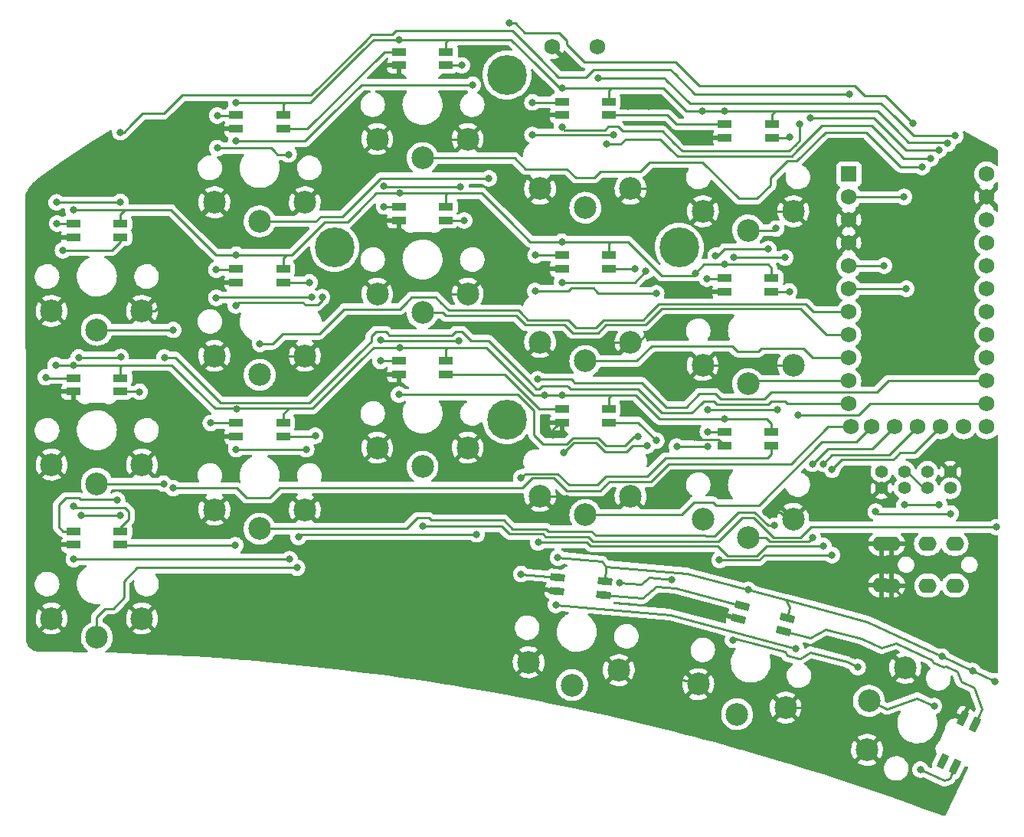
<source format=gbr>
%TF.GenerationSoftware,KiCad,Pcbnew,(6.0.0)*%
%TF.CreationDate,2022-06-16T08:24:19-07:00*%
%TF.ProjectId,half-swept,68616c66-2d73-4776-9570-742e6b696361,rev?*%
%TF.SameCoordinates,Original*%
%TF.FileFunction,Copper,L1,Top*%
%TF.FilePolarity,Positive*%
%FSLAX46Y46*%
G04 Gerber Fmt 4.6, Leading zero omitted, Abs format (unit mm)*
G04 Created by KiCad (PCBNEW (6.0.0)) date 2022-06-16 08:24:19*
%MOMM*%
%LPD*%
G01*
G04 APERTURE LIST*
G04 Aperture macros list*
%AMRoundRect*
0 Rectangle with rounded corners*
0 $1 Rounding radius*
0 $2 $3 $4 $5 $6 $7 $8 $9 X,Y pos of 4 corners*
0 Add a 4 corners polygon primitive as box body*
4,1,4,$2,$3,$4,$5,$6,$7,$8,$9,$2,$3,0*
0 Add four circle primitives for the rounded corners*
1,1,$1+$1,$2,$3*
1,1,$1+$1,$4,$5*
1,1,$1+$1,$6,$7*
1,1,$1+$1,$8,$9*
0 Add four rect primitives between the rounded corners*
20,1,$1+$1,$2,$3,$4,$5,0*
20,1,$1+$1,$4,$5,$6,$7,0*
20,1,$1+$1,$6,$7,$8,$9,0*
20,1,$1+$1,$8,$9,$2,$3,0*%
G04 Aperture macros list end*
%TA.AperFunction,ComponentPad*%
%ADD10O,2.000000X1.600000*%
%TD*%
%TA.AperFunction,ComponentPad*%
%ADD11C,1.750000*%
%TD*%
%TA.AperFunction,ComponentPad*%
%ADD12C,2.500000*%
%TD*%
%TA.AperFunction,ComponentPad*%
%ADD13C,4.400000*%
%TD*%
%TA.AperFunction,ComponentPad*%
%ADD14C,1.752600*%
%TD*%
%TA.AperFunction,ComponentPad*%
%ADD15R,1.752600X1.752600*%
%TD*%
%TA.AperFunction,ComponentPad*%
%ADD16C,1.397000*%
%TD*%
%TA.AperFunction,SMDPad,CuDef*%
%ADD17RoundRect,0.082000X-0.718000X0.328000X-0.718000X-0.328000X0.718000X-0.328000X0.718000X0.328000X0*%
%TD*%
%TA.AperFunction,SMDPad,CuDef*%
%ADD18RoundRect,0.082000X-0.686681X0.389330X-0.743855X-0.264174X0.686681X-0.389330X0.743855X0.264174X0*%
%TD*%
%TA.AperFunction,SMDPad,CuDef*%
%ADD19RoundRect,0.082000X-0.608642X0.502656X-0.778427X-0.130992X0.608642X-0.502656X0.778427X0.130992X0*%
%TD*%
%TA.AperFunction,SMDPad,CuDef*%
%ADD20RoundRect,0.082000X0.600709X0.512110X0.006171X0.789348X-0.600709X-0.512110X-0.006171X-0.789348X0*%
%TD*%
%TA.AperFunction,ViaPad*%
%ADD21C,0.800000*%
%TD*%
%TA.AperFunction,Conductor*%
%ADD22C,0.250000*%
%TD*%
G04 APERTURE END LIST*
D10*
%TO.P,J2,4,RING2*%
%TO.N,vcc*%
X117231735Y-75283182D03*
%TO.P,J2,3,RING1*%
%TO.N,data*%
X114231735Y-75283182D03*
%TO.P,J2,2,TIP*%
%TO.N,gnd*%
X110231735Y-75283182D03*
%TO.P,J2,1,SLEEVE*%
X109131735Y-70683182D03*
%TD*%
D11*
%TO.P,RSW1,2,2*%
%TO.N,reset*%
X77688733Y-15675683D03*
%TO.P,RSW1,1,1*%
%TO.N,gnd*%
X72688733Y-15675683D03*
%TD*%
D12*
%TO.P,SW2,2,2*%
%TO.N,gnd*%
X27363734Y-44913183D03*
X17363734Y-44913183D03*
%TO.P,SW2,1,1*%
%TO.N,Switch1*%
X22363734Y-47013183D03*
%TD*%
%TO.P,SW3,2,2*%
%TO.N,gnd*%
X45363734Y-32913183D03*
X35363734Y-32913183D03*
%TO.P,SW3,1,1*%
%TO.N,Switch2*%
X40363734Y-35013183D03*
%TD*%
%TO.P,SW4,2,2*%
%TO.N,gnd*%
X63363733Y-25913183D03*
X53363733Y-25913183D03*
%TO.P,SW4,1,1*%
%TO.N,Switch3*%
X58363733Y-28013183D03*
%TD*%
%TO.P,SW5,2,2*%
%TO.N,gnd*%
X81363734Y-31413183D03*
X71363734Y-31413183D03*
%TO.P,SW5,1,1*%
%TO.N,Switch4*%
X76363734Y-33513183D03*
%TD*%
%TO.P,SW6,2,2*%
%TO.N,gnd*%
X89363733Y-33913183D03*
X99363733Y-33913183D03*
%TO.P,SW6,1,1*%
%TO.N,Switch5*%
X94363733Y-36013183D03*
%TD*%
%TO.P,SW8,2,2*%
%TO.N,gnd*%
X17363734Y-61913183D03*
X27363734Y-61913183D03*
%TO.P,SW8,1,1*%
%TO.N,Switch6*%
X22363734Y-64013183D03*
%TD*%
%TO.P,SW9,2,2*%
%TO.N,gnd*%
X35363734Y-49887183D03*
X45363734Y-49887183D03*
%TO.P,SW9,1,1*%
%TO.N,Switch7*%
X40363734Y-51987183D03*
%TD*%
%TO.P,SW10,2,2*%
%TO.N,gnd*%
X63363734Y-43029183D03*
X53363734Y-43029183D03*
%TO.P,SW10,1,1*%
%TO.N,Switch8*%
X58363734Y-45129183D03*
%TD*%
%TO.P,SW11,2,2*%
%TO.N,gnd*%
X71363734Y-48363184D03*
X81363734Y-48363184D03*
%TO.P,SW11,1,1*%
%TO.N,Switch9*%
X76363734Y-50463184D03*
%TD*%
%TO.P,SW12,2,2*%
%TO.N,gnd*%
X89343732Y-50903183D03*
X99343732Y-50903183D03*
%TO.P,SW12,1,1*%
%TO.N,Switch10*%
X94343732Y-53003183D03*
%TD*%
%TO.P,SW14,2,2*%
%TO.N,gnd*%
X17363734Y-78913183D03*
X27363734Y-78913183D03*
%TO.P,SW14,1,1*%
%TO.N,Switch11*%
X22363734Y-81013183D03*
%TD*%
%TO.P,SW15,2,2*%
%TO.N,gnd*%
X45363734Y-66905182D03*
X35363734Y-66905182D03*
%TO.P,SW15,1,1*%
%TO.N,Switch12*%
X40363734Y-69005182D03*
%TD*%
%TO.P,SW16,2,2*%
%TO.N,gnd*%
X63363732Y-60047182D03*
X53363732Y-60047182D03*
%TO.P,SW16,1,1*%
%TO.N,Switch13*%
X58363732Y-62147182D03*
%TD*%
%TO.P,SW17,2,2*%
%TO.N,gnd*%
X81363734Y-65381184D03*
X71363734Y-65381184D03*
%TO.P,SW17,1,1*%
%TO.N,Switch14*%
X76363734Y-67481184D03*
%TD*%
%TO.P,SW18,2,2*%
%TO.N,gnd*%
X99343734Y-67921183D03*
X89343734Y-67921183D03*
%TO.P,SW18,1,1*%
%TO.N,Switch15*%
X94343734Y-70021183D03*
%TD*%
%TO.P,SW20,2,2*%
%TO.N,gnd*%
X111732857Y-84375694D03*
X107506674Y-93438772D03*
%TO.P,SW20,1,1*%
%TO.N,Switch16*%
X107716519Y-88019734D03*
%TD*%
%TO.P,SW21,2,2*%
%TO.N,gnd*%
X88850591Y-86189605D03*
X98509850Y-88777795D03*
%TO.P,SW21,1,1*%
%TO.N,Switch17*%
X93136701Y-89512144D03*
%TD*%
D13*
%TO.P,REF\u002A\u002A,1*%
%TO.N,N/C*%
X67696985Y-18827839D03*
X86746985Y-37877839D03*
X48646985Y-37877839D03*
X67696985Y-56927839D03*
%TD*%
D14*
%TO.P,U2,29,F0*%
%TO.N,Switch16*%
X118193733Y-57719933D03*
%TO.P,U2,28,F1*%
%TO.N,Switch17*%
X115653733Y-57719933D03*
%TO.P,U2,27,C7*%
%TO.N,Switch18*%
X113113733Y-57719933D03*
%TO.P,U2,26,D5*%
%TO.N,Switch15*%
X110573733Y-57719933D03*
%TO.P,U2,25,B7*%
%TO.N,Switch14*%
X108033733Y-57719933D03*
%TO.P,U2,24,B0*%
%TO.N,raw*%
X120733733Y-29779933D03*
%TO.P,U2,23,GND*%
%TO.N,gnd*%
X120733733Y-32319933D03*
%TO.P,U2,22,RST*%
%TO.N,reset*%
X120733733Y-34859933D03*
%TO.P,U2,21,VCC*%
%TO.N,vcc*%
X120733733Y-37399933D03*
%TO.P,U2,20,A3/PF4*%
%TO.N,Switch5*%
X120733733Y-39939933D03*
%TO.P,U2,19,A2/PF5*%
%TO.N,Switch4*%
X120733733Y-42479933D03*
%TO.P,U2,18,A1/PF6*%
%TO.N,Switch3*%
X120733733Y-45019933D03*
%TO.P,U2,17,A0/PF7*%
%TO.N,Switch2*%
X120733733Y-47559933D03*
%TO.P,U2,16,15/PB1*%
%TO.N,unconnected-(U2-Pad16)*%
X120733733Y-50099933D03*
%TO.P,U2,15,14/PB3*%
%TO.N,Switch11*%
X120733733Y-52639933D03*
%TO.P,U2,14,16/PB2*%
%TO.N,Switch12*%
X120733733Y-55179933D03*
%TO.P,U2,13,10/PB6*%
%TO.N,Switch13*%
X120733733Y-57719933D03*
%TO.P,U2,12,9/PB5*%
%TO.N,Switch1*%
X105722333Y-57719933D03*
%TO.P,U2,11,8/PB4*%
%TO.N,Switch6*%
X105493733Y-55179933D03*
%TO.P,U2,10,7/PE6*%
%TO.N,Switch10*%
X105493733Y-52639933D03*
%TO.P,U2,9,6/PD7*%
%TO.N,Switch9*%
X105493733Y-50099933D03*
%TO.P,U2,8,5/PC6*%
%TO.N,Switch8*%
X105493733Y-47559933D03*
%TO.P,U2,7,4/PD4*%
%TO.N,Switch7*%
X105493733Y-45019933D03*
%TO.P,U2,6,3/PD0*%
%TO.N,scl*%
X105493733Y-42479933D03*
%TO.P,U2,5,2/PD1*%
%TO.N,sda*%
X105493733Y-39939933D03*
%TO.P,U2,4,GND*%
%TO.N,gnd*%
X105493733Y-37399933D03*
%TO.P,U2,3,GND*%
X105493733Y-34859933D03*
%TO.P,U2,2,RX1/PD2*%
%TO.N,data*%
X105493733Y-32319933D03*
D15*
%TO.P,U2,1,TX0/PD3*%
%TO.N,led*%
X105493733Y-29779933D03*
%TD*%
D16*
%TO.P,OL1,4,GND*%
%TO.N,gnd*%
X116723732Y-62693183D03*
%TO.P,OL1,3,VCC*%
%TO.N,vcc*%
X114183732Y-62693183D03*
%TO.P,OL1,2,SCL*%
%TO.N,scl*%
X111643732Y-62693183D03*
%TO.P,OL1,1,SDA*%
%TO.N,sda*%
X109103732Y-62693183D03*
%TD*%
D12*
%TO.P,SW1,2,2*%
%TO.N,gnd*%
X70101568Y-83762942D03*
X80063515Y-84634500D03*
%TO.P,SW1,1,1*%
%TO.N,Switch18*%
X74899514Y-86290730D03*
%TD*%
D17*
%TO.P,D34,4,DIN*%
%TO.N,Net-(D31-Pad2)*%
X37763734Y-23283183D03*
%TO.P,D34,3,VSS*%
%TO.N,gnd*%
X37763734Y-24783183D03*
%TO.P,D34,2,DOUT*%
%TO.N,Net-(D20-Pad4)*%
X42963734Y-24783183D03*
%TO.P,D34,1,VDD*%
%TO.N,vcc*%
X42963734Y-23283183D03*
%TD*%
%TO.P,D26,4,DIN*%
%TO.N,Net-(D23-Pad2)*%
X55763732Y-50417182D03*
%TO.P,D26,3,VSS*%
%TO.N,gnd*%
X55763732Y-51917182D03*
%TO.P,D26,2,DOUT*%
%TO.N,Net-(D26-Pad2)*%
X60963732Y-51917182D03*
%TO.P,D26,1,VDD*%
%TO.N,vcc*%
X60963732Y-50417182D03*
%TD*%
%TO.P,D31,4,DIN*%
%TO.N,Net-(D28-Pad2)*%
X37763734Y-40257183D03*
%TO.P,D31,3,VSS*%
%TO.N,gnd*%
X37763734Y-41757183D03*
%TO.P,D31,2,DOUT*%
%TO.N,Net-(D31-Pad2)*%
X42963734Y-41757183D03*
%TO.P,D31,1,VDD*%
%TO.N,vcc*%
X42963734Y-40257183D03*
%TD*%
%TO.P,D28,4,DIN*%
%TO.N,Net-(D25-Pad2)*%
X37763734Y-57275182D03*
%TO.P,D28,3,VSS*%
%TO.N,gnd*%
X37763734Y-58775182D03*
%TO.P,D28,2,DOUT*%
%TO.N,Net-(D28-Pad2)*%
X42963734Y-58775182D03*
%TO.P,D28,1,VDD*%
%TO.N,vcc*%
X42963734Y-57275182D03*
%TD*%
%TO.P,D32,4,DIN*%
%TO.N,Net-(D29-Pad2)*%
X73763734Y-38733184D03*
%TO.P,D32,3,VSS*%
%TO.N,gnd*%
X73763734Y-40233184D03*
%TO.P,D32,2,DOUT*%
%TO.N,Net-(D32-Pad2)*%
X78963734Y-40233184D03*
%TO.P,D32,1,VDD*%
%TO.N,vcc*%
X78963734Y-38733184D03*
%TD*%
%TO.P,D21,4,DIN*%
%TO.N,Net-(D21-Pad4)*%
X91763733Y-24283183D03*
%TO.P,D21,3,VSS*%
%TO.N,gnd*%
X91763733Y-25783183D03*
%TO.P,D21,2,DOUT*%
%TO.N,Net-(D21-Pad2)*%
X96963733Y-25783183D03*
%TO.P,D21,1,VDD*%
%TO.N,vcc*%
X96963733Y-24283183D03*
%TD*%
%TO.P,D19,4,DIN*%
%TO.N,led*%
X19763734Y-35283183D03*
%TO.P,D19,3,VSS*%
%TO.N,gnd*%
X19763734Y-36783183D03*
%TO.P,D19,2,DOUT*%
%TO.N,Net-(D19-Pad2)*%
X24963734Y-36783183D03*
%TO.P,D19,1,VDD*%
%TO.N,vcc*%
X24963734Y-35283183D03*
%TD*%
%TO.P,D23,4,DIN*%
%TO.N,Net-(D20-Pad2)*%
X55763734Y-33399183D03*
%TO.P,D23,3,VSS*%
%TO.N,gnd*%
X55763734Y-34899183D03*
%TO.P,D23,2,DOUT*%
%TO.N,Net-(D23-Pad2)*%
X60963734Y-34899183D03*
%TO.P,D23,1,VDD*%
%TO.N,vcc*%
X60963734Y-33399183D03*
%TD*%
%TO.P,D22,4,DIN*%
%TO.N,Net-(D19-Pad2)*%
X19763733Y-52333183D03*
%TO.P,D22,3,VSS*%
%TO.N,gnd*%
X19763733Y-53833183D03*
%TO.P,D22,2,DOUT*%
%TO.N,Net-(D22-Pad2)*%
X24963733Y-53833183D03*
%TO.P,D22,1,VDD*%
%TO.N,vcc*%
X24963733Y-52333183D03*
%TD*%
%TO.P,D35,4,DIN*%
%TO.N,Net-(D32-Pad2)*%
X73763734Y-21783183D03*
%TO.P,D35,3,VSS*%
%TO.N,gnd*%
X73763734Y-23283183D03*
%TO.P,D35,2,DOUT*%
%TO.N,Net-(D21-Pad4)*%
X78963734Y-23283183D03*
%TO.P,D35,1,VDD*%
%TO.N,vcc*%
X78963734Y-21783183D03*
%TD*%
%TO.P,D25,4,DIN*%
%TO.N,Net-(D22-Pad2)*%
X19763734Y-69283183D03*
%TO.P,D25,3,VSS*%
%TO.N,gnd*%
X19763734Y-70783183D03*
%TO.P,D25,2,DOUT*%
%TO.N,Net-(D25-Pad2)*%
X24963734Y-70783183D03*
%TO.P,D25,1,VDD*%
%TO.N,vcc*%
X24963734Y-69283183D03*
%TD*%
%TO.P,D24,4,DIN*%
%TO.N,Net-(D21-Pad2)*%
X91743732Y-41273183D03*
%TO.P,D24,3,VSS*%
%TO.N,gnd*%
X91743732Y-42773183D03*
%TO.P,D24,2,DOUT*%
%TO.N,Net-(D24-Pad2)*%
X96943732Y-42773183D03*
%TO.P,D24,1,VDD*%
%TO.N,vcc*%
X96943732Y-41273183D03*
%TD*%
D18*
%TO.P,D30,4,DIN*%
%TO.N,Net-(D27-Pad2)*%
X73331745Y-74378761D03*
%TO.P,D30,3,VSS*%
%TO.N,gnd*%
X73201011Y-75873053D03*
%TO.P,D30,2,DOUT*%
%TO.N,Net-(D30-Pad2)*%
X78381224Y-76326263D03*
%TO.P,D30,1,VDD*%
%TO.N,vcc*%
X78511957Y-74831971D03*
%TD*%
D17*
%TO.P,D29,4,DIN*%
%TO.N,Net-(D26-Pad2)*%
X73763734Y-55751184D03*
%TO.P,D29,3,VSS*%
%TO.N,gnd*%
X73763734Y-57251184D03*
%TO.P,D29,2,DOUT*%
%TO.N,Net-(D29-Pad2)*%
X78963734Y-57251184D03*
%TO.P,D29,1,VDD*%
%TO.N,vcc*%
X78963734Y-55751184D03*
%TD*%
D10*
%TO.P,J1,4,RING2*%
%TO.N,vcc*%
X117213734Y-70663184D03*
%TO.P,J1,3,RING1*%
%TO.N,data*%
X114213734Y-70663184D03*
%TO.P,J1,2,TIP*%
%TO.N,gnd*%
X110213734Y-70663184D03*
%TO.P,J1,1,SLEEVE*%
X109113734Y-75263184D03*
%TD*%
D16*
%TO.P,OL2,4,GND*%
%TO.N,gnd*%
X109103733Y-64513182D03*
%TO.P,OL2,3,VCC*%
%TO.N,vcc*%
X111643733Y-64513182D03*
%TO.P,OL2,2,SCL*%
%TO.N,scl*%
X114183733Y-64513182D03*
%TO.P,OL2,1,SDA*%
%TO.N,sda*%
X116723733Y-64513182D03*
%TD*%
D19*
%TO.P,D33,4,DIN*%
%TO.N,Net-(D30-Pad2)*%
X93661241Y-77508905D03*
%TO.P,D33,3,VSS*%
%TO.N,gnd*%
X93273012Y-78957794D03*
%TO.P,D33,2,DOUT*%
%TO.N,Net-(D33-Pad2)*%
X98295827Y-80303653D03*
%TO.P,D33,1,VDD*%
%TO.N,vcc*%
X98684055Y-78854764D03*
%TD*%
D17*
%TO.P,D20,4,DIN*%
%TO.N,Net-(D20-Pad4)*%
X55763733Y-16283183D03*
%TO.P,D20,3,VSS*%
%TO.N,gnd*%
X55763733Y-17783183D03*
%TO.P,D20,2,DOUT*%
%TO.N,Net-(D20-Pad2)*%
X60963733Y-17783183D03*
%TO.P,D20,1,VDD*%
%TO.N,vcc*%
X60963733Y-16283183D03*
%TD*%
D20*
%TO.P,D36,4,DIN*%
%TO.N,Net-(D33-Pad2)*%
X119446317Y-90620646D03*
%TO.P,D36,3,VSS*%
%TO.N,gnd*%
X118086855Y-89986719D03*
%TO.P,D36,2,DOUT*%
%TO.N,unconnected-(D36-Pad2)*%
X115889240Y-94699519D03*
%TO.P,D36,1,VDD*%
%TO.N,vcc*%
X117248702Y-95333447D03*
%TD*%
D17*
%TO.P,D27,4,DIN*%
%TO.N,Net-(D24-Pad2)*%
X91743734Y-58291183D03*
%TO.P,D27,3,VSS*%
%TO.N,gnd*%
X91743734Y-59791183D03*
%TO.P,D27,2,DOUT*%
%TO.N,Net-(D27-Pad2)*%
X96943734Y-59791183D03*
%TO.P,D27,1,VDD*%
%TO.N,vcc*%
X96943734Y-58291183D03*
%TD*%
D21*
%TO.N,Net-(D15-Pad2)*%
X106481150Y-84305958D03*
%TO.N,vcc*%
X119201585Y-84719337D03*
X113410980Y-95631047D03*
X121600001Y-85878102D03*
X115781936Y-83124729D03*
%TO.N,Switch16*%
X114919216Y-88610703D03*
%TO.N,gnd*%
X83799205Y-41665115D03*
X60349204Y-25465116D03*
X74299203Y-65665115D03*
X24449203Y-55815116D03*
X88449203Y-58865116D03*
X96249203Y-33915115D03*
X96349203Y-67165115D03*
X119183496Y-77820688D03*
X86499204Y-47365116D03*
X103349203Y-88815116D03*
X81099204Y-22315116D03*
X60299205Y-42315116D03*
X53349204Y-18715117D03*
X28099202Y-55765117D03*
X96611137Y-50903184D03*
X85796820Y-85267317D03*
X103299205Y-81565117D03*
X41949204Y-49965116D03*
X84199205Y-31415116D03*
X86574203Y-31940116D03*
X87867374Y-77539911D03*
X83349205Y-22315116D03*
X78299204Y-48565117D03*
X87799203Y-25765117D03*
X72799205Y-58665116D03*
%TO.N,vcc*%
X91743735Y-56883184D03*
X19763734Y-33763183D03*
X37763734Y-38713182D03*
X55863732Y-48963183D03*
X37797271Y-55789617D03*
X55863734Y-31913183D03*
X94364854Y-75750741D03*
X88538732Y-40738183D03*
X115499204Y-66365116D03*
X19763734Y-50913185D03*
X91763735Y-22863182D03*
X73331746Y-72195170D03*
X91743734Y-39793184D03*
X111649205Y-66365116D03*
X73813735Y-20313183D03*
X71863734Y-54213183D03*
X17813732Y-50913184D03*
X37763732Y-21913183D03*
X73763734Y-37263182D03*
X73813733Y-54213181D03*
X116413734Y-26413182D03*
X19763733Y-66513182D03*
X55813735Y-14913183D03*
X89263734Y-22863183D03*
%TO.N,Switch18*%
X71149205Y-70515117D03*
X102699202Y-70915116D03*
X102699205Y-61815116D03*
%TO.N,reset*%
X117263734Y-25563183D03*
X77813733Y-19163183D03*
%TO.N,Switch1*%
X30799205Y-47015116D03*
X30799203Y-64515116D03*
%TO.N,Switch2*%
X112599204Y-24215116D03*
X65699204Y-30265116D03*
X67949203Y-13115116D03*
%TO.N,Switch3*%
X113599205Y-29015116D03*
%TO.N,Switch4*%
X114549202Y-28065116D03*
X78699205Y-26465116D03*
%TO.N,Switch5*%
X97449204Y-35815117D03*
X115449203Y-27137681D03*
X101199205Y-23615116D03*
%TO.N,Switch6*%
X29749203Y-64015116D03*
X29849205Y-50065116D03*
%TO.N,Switch7*%
X40399205Y-48565116D03*
%TO.N,Switch11*%
X71099203Y-52465116D03*
X44499205Y-73315116D03*
X64349205Y-69615116D03*
X44649204Y-69915116D03*
%TO.N,Switch12*%
X97299204Y-68665117D03*
X99849203Y-56465115D03*
%TO.N,Switch13*%
X58399204Y-68715115D03*
X121799205Y-68815116D03*
%TO.N,Switch15*%
X101499204Y-70015117D03*
X101499205Y-61815116D03*
%TO.N,Switch17*%
X103649205Y-62465117D03*
X91199205Y-72454981D03*
X103649205Y-71915116D03*
%TO.N,Net-(D1-Pad2)*%
X25013733Y-50013183D03*
X20363735Y-50063183D03*
%TO.N,led*%
X17963734Y-35263183D03*
X105513734Y-20963183D03*
X17913732Y-32913181D03*
X24963735Y-32863183D03*
X24963733Y-25163182D03*
%TO.N,data*%
X111599205Y-32315117D03*
%TO.N,Net-(D16-Pad2)*%
X37763732Y-26163182D03*
X63913734Y-19913183D03*
%TO.N,Net-(D3-Pad2)*%
X92763733Y-38963182D03*
X98463734Y-39013182D03*
%TO.N,Net-(D17-Pad2)*%
X73763731Y-24613183D03*
X100063733Y-24263183D03*
%TO.N,Net-(D4-Pad2)*%
X20613734Y-67563182D03*
X24963734Y-67563184D03*
%TO.N,Net-(D10-Pad4)*%
X43663734Y-72363183D03*
X19813732Y-72363184D03*
%TO.N,Net-(D11-Pad4)*%
X82213732Y-58813183D03*
X55763734Y-54163183D03*
%TO.N,Net-(D12-Pad4)*%
X86463733Y-59913183D03*
X89913734Y-59863183D03*
X80180752Y-74974553D03*
X85933144Y-74624577D03*
%TO.N,Net-(D10-Pad2)*%
X37763735Y-60213183D03*
X45513734Y-60213183D03*
%TO.N,Net-(D11-Pad2)*%
X83163732Y-59813183D03*
X73999205Y-60615117D03*
%TO.N,Net-(D12-Pad2)*%
X99657879Y-82278537D03*
X73090993Y-77415930D03*
%TO.N,Net-(D13-Pad2)*%
X47263735Y-43413183D03*
X37713733Y-44313182D03*
%TO.N,Net-(D14-Pad2)*%
X83063732Y-40513183D03*
X73763735Y-41763183D03*
%TO.N,Net-(D15-Pad2)*%
X92676403Y-81287841D03*
%TO.N,sda*%
X116749205Y-67315116D03*
X109399205Y-39915114D03*
X108463732Y-67113182D03*
%TO.N,scl*%
X111849204Y-42465115D03*
%TO.N,Net-(D19-Pad2)*%
X16713734Y-52263184D03*
X18613735Y-38213183D03*
%TO.N,Net-(D20-Pad2)*%
X62563733Y-31163183D03*
X54113735Y-31113184D03*
X54113736Y-33363184D03*
X62713736Y-17763183D03*
%TO.N,Net-(D21-Pad2)*%
X98963733Y-25663183D03*
X96597271Y-38063183D03*
X89813733Y-41363183D03*
X90763733Y-38813183D03*
%TO.N,Net-(D22-Pad2)*%
X27099204Y-53865117D03*
X24599203Y-65815117D03*
%TO.N,Net-(D23-Pad2)*%
X62413733Y-48213185D03*
X53713733Y-50463183D03*
X62963732Y-34913183D03*
X53713734Y-48113182D03*
%TO.N,Net-(D24-Pad2)*%
X89913733Y-55863183D03*
X98913732Y-42763183D03*
X97563734Y-55813182D03*
X89913731Y-58263183D03*
%TO.N,Net-(D25-Pad2)*%
X37663733Y-70813183D03*
X34963733Y-57313183D03*
%TO.N,Net-(D27-Pad2)*%
X69263733Y-74013183D03*
X69263733Y-63363183D03*
%TO.N,Net-(D28-Pad2)*%
X46513734Y-58713183D03*
X35563734Y-40363182D03*
X46113734Y-43413182D03*
X35563734Y-43463183D03*
%TO.N,Net-(D29-Pad2)*%
X84213734Y-59263184D03*
X70813733Y-42713184D03*
X70863734Y-38763183D03*
X84213734Y-42963182D03*
%TO.N,Net-(D31-Pad2)*%
X45863734Y-41763183D03*
X35663736Y-23313184D03*
X35663732Y-26913182D03*
X43563733Y-27613185D03*
%TO.N,Net-(D32-Pad2)*%
X70513735Y-25463184D03*
X70513734Y-21863183D03*
X81813734Y-40263183D03*
X79513733Y-25413182D03*
%TD*%
D22*
%TO.N,vcc*%
X116300552Y-26300000D02*
X116413734Y-26413182D01*
X112100550Y-26300000D02*
X116300552Y-26300000D01*
X112000275Y-26199725D02*
X112100550Y-26300000D01*
X112000275Y-26199725D02*
X110763733Y-24963183D01*
%TO.N,Net-(D33-Pad2)*%
X120217426Y-88966996D02*
X119446317Y-90620646D01*
X119337530Y-86549501D02*
X120217426Y-88966996D01*
X117887438Y-85873312D02*
X119337530Y-86549501D01*
X117500486Y-84810171D02*
X117887438Y-85873312D01*
X116231655Y-84218506D02*
X117500486Y-84810171D01*
X115965870Y-84315243D02*
X116231655Y-84218506D01*
X114787670Y-83765840D02*
X115965870Y-84315243D01*
X114690932Y-83500054D02*
X114787670Y-83765840D01*
X110703178Y-81640534D02*
X114690932Y-83500054D01*
X109138305Y-82210101D02*
X110703178Y-81640534D01*
X106893099Y-81163144D02*
X109138305Y-82210101D01*
X102932803Y-80101986D02*
X106893099Y-81163144D01*
X101224366Y-81088353D02*
X102932803Y-80101986D01*
X98295827Y-80303653D02*
X101224366Y-81088353D01*
%TO.N,Net-(D15-Pad2)*%
X106476203Y-84292367D02*
X106481150Y-84305958D01*
X105273188Y-83731392D02*
X106476203Y-84292367D01*
%TO.N,vcc*%
X119201585Y-84719337D02*
X121582306Y-85829486D01*
X116305057Y-96759902D02*
X116039272Y-96856640D01*
X115781936Y-83124729D02*
X119201585Y-84719337D01*
X116640458Y-96637826D02*
X116305057Y-96759902D01*
X117248702Y-95333446D02*
X116640458Y-96637826D01*
X116039272Y-96856640D02*
X113410980Y-95631047D01*
X121582306Y-85829486D02*
X121600001Y-85878102D01*
X114080218Y-82331205D02*
X115781936Y-83124729D01*
%TO.N,Switch16*%
X109682502Y-88936487D02*
X107716519Y-88019734D01*
X113015969Y-87723205D02*
X109682502Y-88936487D01*
X114919216Y-88610703D02*
X113015969Y-87723205D01*
%TO.N,gnd*%
X60797270Y-25913182D02*
X63363732Y-25913184D01*
X72799204Y-57965116D02*
X72799205Y-58665116D01*
X98705270Y-67921182D02*
X99343733Y-67921181D01*
X84199205Y-31415116D02*
X84197270Y-31413183D01*
X24499205Y-55765116D02*
X28099202Y-55765117D01*
X84199205Y-31415116D02*
X86049203Y-31415116D01*
X37763734Y-41757183D02*
X31957137Y-41757183D01*
X96249203Y-33915115D02*
X96251136Y-33913182D01*
X88722759Y-59138673D02*
X88449203Y-58865116D01*
X82949204Y-47665116D02*
X83249204Y-47365116D01*
X96611137Y-50903184D02*
X99343735Y-50903185D01*
X73099202Y-57665116D02*
X72799204Y-57965116D01*
X85796820Y-85267317D02*
X85867876Y-85390388D01*
X73763733Y-57251184D02*
X73513137Y-57251185D01*
X89343735Y-50903184D02*
X96611137Y-50903184D01*
X81363733Y-48363183D02*
X82251135Y-48363183D01*
X73513137Y-57251185D02*
X73099202Y-57665116D01*
X83249204Y-47365116D02*
X86499204Y-47365116D01*
X96349203Y-67165115D02*
X97949202Y-67165116D01*
X93273012Y-78957793D02*
X87903520Y-77519043D01*
X42027136Y-49887183D02*
X45363734Y-49887183D01*
X86049203Y-31415116D02*
X86574203Y-31940116D01*
X55763733Y-17783184D02*
X54281136Y-17783184D01*
X87903520Y-77519043D02*
X87867374Y-77539911D01*
X97949202Y-67165116D02*
X98705270Y-67921182D01*
X81099204Y-22315116D02*
X83349205Y-22315116D01*
X91091223Y-59138672D02*
X88722759Y-59138673D01*
X91743735Y-59791182D02*
X91091223Y-59138672D01*
X86574203Y-31940116D02*
X87399204Y-32765115D01*
X60349204Y-25465116D02*
X60797270Y-25913182D01*
X60299205Y-42315116D02*
X61013270Y-43029184D01*
X28801135Y-44913184D02*
X27363733Y-44913183D01*
X78299204Y-48565117D02*
X78501138Y-48363183D01*
X119183496Y-77820688D02*
X112769239Y-77820688D01*
X24449203Y-55815116D02*
X24499205Y-55765116D01*
X61013270Y-43029184D02*
X63363731Y-43029183D01*
X78501138Y-48363183D02*
X81363733Y-48363183D01*
X74299203Y-65665115D02*
X74015273Y-65381184D01*
X41949204Y-49965116D02*
X42027136Y-49887183D01*
X103311881Y-88777794D02*
X103349203Y-88815116D01*
X82251135Y-48363183D02*
X82949204Y-47665116D01*
X112769239Y-77820688D02*
X110231733Y-75283182D01*
X54281136Y-17783184D02*
X53349204Y-18715117D01*
X87817271Y-25783182D02*
X87799203Y-25765117D01*
X87399204Y-32765115D02*
X88215664Y-32765116D01*
X31957137Y-41757183D02*
X28801135Y-44913184D01*
X88215664Y-32765116D02*
X89363732Y-33913183D01*
X96251136Y-33913182D02*
X99363734Y-33913184D01*
X91763734Y-25783183D02*
X87817271Y-25783182D01*
X84197270Y-31413183D02*
X81363736Y-31413182D01*
X85867876Y-85390388D02*
X88850591Y-86189605D01*
X74015273Y-65381184D02*
X71363733Y-65381184D01*
X98509851Y-88777794D02*
X103311881Y-88777794D01*
%TO.N,vcc*%
X19913735Y-66663183D02*
X19763733Y-66513182D01*
X46213733Y-55713184D02*
X43563735Y-55713183D01*
X78963733Y-54463183D02*
X79213733Y-54213184D01*
X42963733Y-57275183D02*
X42963735Y-56313183D01*
X42963735Y-56313183D02*
X43563735Y-55713183D01*
X43563735Y-55713183D02*
X41813732Y-55713183D01*
X52963734Y-14913182D02*
X51813736Y-16063183D01*
X30563734Y-33763183D02*
X27213735Y-33763184D01*
X81913733Y-54213184D02*
X84583736Y-56883184D01*
X43913734Y-38713184D02*
X43363735Y-38713183D01*
X35513734Y-38713183D02*
X34513733Y-37713183D01*
X37763734Y-38713182D02*
X35513734Y-38713183D01*
X25913734Y-67113183D02*
X25463733Y-66663184D01*
X33213733Y-53513183D02*
X30613732Y-50913182D01*
X55863734Y-31913183D02*
X53263731Y-31913184D01*
X43363735Y-38713183D02*
X37763734Y-38713182D01*
X41813732Y-55713183D02*
X35413733Y-55713183D01*
X98486224Y-76855058D02*
X98987317Y-77722977D01*
X30613732Y-50913182D02*
X26763735Y-50913184D01*
X110763733Y-24963183D02*
X108663732Y-22863183D01*
X25913731Y-67963182D02*
X25913734Y-67113183D01*
X98486224Y-76855058D02*
X107537783Y-79280417D01*
X24963734Y-34263182D02*
X25463734Y-33763182D01*
X50113736Y-35063183D02*
X48063735Y-35063184D01*
X51263734Y-33913182D02*
X50113736Y-35063183D01*
X78963734Y-55751183D02*
X78963733Y-54463183D01*
X96943733Y-58291182D02*
X96943731Y-57393183D01*
X55813735Y-14913183D02*
X52963734Y-14913182D01*
X70713733Y-54213183D02*
X68763733Y-52263183D01*
X24963732Y-68913183D02*
X25913731Y-67963182D01*
X61113735Y-31913185D02*
X55863734Y-31913183D01*
X60963733Y-33399183D02*
X60963734Y-32063182D01*
X60963734Y-32063182D02*
X61113735Y-31913185D01*
X63113736Y-14913183D02*
X61263733Y-14913182D01*
X107537783Y-79280417D02*
X114080218Y-82331205D01*
X73563732Y-20313183D02*
X70913732Y-17663183D01*
X24963734Y-35283183D02*
X24963734Y-34263182D01*
X73763734Y-37263182D02*
X70263734Y-37263183D01*
X51663733Y-50263182D02*
X46213733Y-55713184D01*
X84813734Y-41013183D02*
X88263733Y-41013183D01*
X89263734Y-22863183D02*
X87563734Y-22863183D01*
X94364854Y-75750741D02*
X98486224Y-76855058D01*
X65463733Y-48963183D02*
X61113731Y-48963183D01*
X81063735Y-37263183D02*
X84813734Y-41013183D01*
X88263733Y-41013183D02*
X88538732Y-40738183D01*
X64913733Y-31913183D02*
X61113735Y-31913185D01*
X78963735Y-21783183D02*
X78963733Y-20613183D01*
X68163735Y-14913182D02*
X63113736Y-14913183D01*
X96943731Y-57393183D02*
X96433734Y-56883182D01*
X24963733Y-52333183D02*
X24963735Y-51063183D01*
X73813733Y-54213181D02*
X71863734Y-54213183D01*
X26763735Y-50913184D02*
X25113732Y-50913182D01*
X70913732Y-17663183D02*
X68163735Y-14913182D01*
X78658231Y-73160082D02*
X87623722Y-73944462D01*
X25113732Y-50913182D02*
X19763734Y-50913185D01*
X42963735Y-39113183D02*
X43363735Y-38713183D01*
X85013734Y-20313185D02*
X79263732Y-20313182D01*
X42963736Y-23283183D02*
X42963734Y-22113183D01*
X60963735Y-15213183D02*
X61263733Y-14913182D01*
X60963734Y-49113183D02*
X61113731Y-48963183D01*
X117231733Y-70681184D02*
X117213734Y-70663184D01*
X73763734Y-37263182D02*
X79163734Y-37263184D01*
X42963734Y-22113183D02*
X43163733Y-21913183D01*
X79263732Y-20313182D02*
X74563732Y-20313182D01*
X94913733Y-22863181D02*
X91763735Y-22863182D01*
X73813733Y-54213181D02*
X79213733Y-54213184D01*
X60963734Y-50417183D02*
X60963734Y-49113183D01*
X98987317Y-77722977D02*
X98684056Y-78854764D01*
X35413733Y-55713183D02*
X33213733Y-53513183D01*
X89483735Y-39793183D02*
X89693734Y-39793184D01*
X78963733Y-20613183D02*
X79263732Y-20313182D01*
X61263733Y-14913182D02*
X55813735Y-14913183D01*
X78658231Y-73160082D02*
X78511958Y-74831972D01*
X108663732Y-22863183D02*
X97313733Y-22863182D01*
X97313733Y-22863182D02*
X94913733Y-22863181D01*
X79163734Y-37263184D02*
X81063735Y-37263183D01*
X68763733Y-52263183D02*
X65463733Y-48963183D01*
X45963735Y-21913182D02*
X43163733Y-21913183D01*
X88538732Y-40738183D02*
X89483735Y-39793183D01*
X91763735Y-22863182D02*
X89263734Y-22863183D01*
X55863732Y-48963183D02*
X52963734Y-48963181D01*
X25463734Y-33763182D02*
X19763734Y-33763183D01*
X71863734Y-54213183D02*
X70713733Y-54213183D01*
X47563734Y-35063183D02*
X46263733Y-36363183D01*
X96943734Y-40193183D02*
X96543734Y-39793183D01*
X42963734Y-40257184D02*
X42963735Y-39113183D01*
X73813735Y-20313183D02*
X73563732Y-20313183D01*
X96963735Y-23213183D02*
X97313733Y-22863182D01*
X24963735Y-69283183D02*
X24963732Y-68913183D01*
X79213733Y-54213184D02*
X81913733Y-54213184D01*
X87623722Y-73944462D02*
X94364854Y-75750741D01*
X86463734Y-21763183D02*
X85013734Y-20313185D01*
X61113731Y-48963183D02*
X56013734Y-48963182D01*
X115499204Y-66365116D02*
X111649205Y-66365116D01*
X96433734Y-56883182D02*
X91743735Y-56883184D01*
X24963735Y-51063183D02*
X25113732Y-50913182D01*
X70263734Y-37263183D02*
X68013733Y-35013183D01*
X68013733Y-35013183D02*
X64913733Y-31913183D01*
X51813736Y-16063183D02*
X45963735Y-21913182D01*
X60963735Y-16283184D02*
X60963735Y-15213183D01*
X73331746Y-72195170D02*
X78206434Y-72621651D01*
X34513733Y-37713183D02*
X30563734Y-33763183D01*
X48063735Y-35063184D02*
X47563734Y-35063183D01*
X96543734Y-39793183D02*
X91743734Y-39793184D01*
X96943734Y-41273183D02*
X96943734Y-40193183D01*
X89693734Y-39793184D02*
X91743734Y-39793184D01*
X27213735Y-33763184D02*
X25463734Y-33763182D01*
X17813732Y-50913184D02*
X19763734Y-50913185D01*
X44663733Y-37963183D02*
X43913734Y-38713184D01*
X78963732Y-37463183D02*
X79163734Y-37263184D01*
X53263731Y-31913184D02*
X51263734Y-33913182D01*
X46263733Y-36363183D02*
X44663733Y-37963183D01*
X84583736Y-56883184D02*
X91743735Y-56883184D01*
X96963732Y-24283184D02*
X96963735Y-23213183D01*
X43163733Y-21913183D02*
X37763732Y-21913183D01*
X52963734Y-48963181D02*
X51663733Y-50263182D01*
X25463733Y-66663184D02*
X19913735Y-66663183D01*
X78963734Y-38733184D02*
X78963732Y-37463183D01*
X74563732Y-20313182D02*
X73813735Y-20313183D01*
X87563734Y-22863183D02*
X86463734Y-21763183D01*
X78206434Y-72621651D02*
X78658231Y-73160082D01*
X56013734Y-48963182D02*
X55863732Y-48963183D01*
%TO.N,Switch18*%
X113113733Y-57719935D02*
X109968551Y-60865116D01*
X76949205Y-70915116D02*
X91027924Y-70915116D01*
X95338589Y-72015596D02*
X96439069Y-70915117D01*
X76549202Y-70515115D02*
X76949205Y-70915116D01*
X109968551Y-60865116D02*
X107299204Y-60865116D01*
X96439069Y-70915117D02*
X102699202Y-70915116D01*
X71149205Y-70515117D02*
X76549202Y-70515115D01*
X91027924Y-70915116D02*
X92128406Y-72015596D01*
X92128406Y-72015596D02*
X95338589Y-72015596D01*
X107299204Y-60865116D02*
X103649203Y-60865115D01*
X103649203Y-60865115D02*
X102699205Y-61815116D01*
%TO.N,reset*%
X112663735Y-25563184D02*
X110613733Y-23513183D01*
X87913732Y-21963183D02*
X85263734Y-19313183D01*
X110613733Y-23513183D02*
X109063733Y-21963180D01*
X106263734Y-21963185D02*
X87913732Y-21963183D01*
X85263734Y-19313183D02*
X85113735Y-19163183D01*
X109063733Y-21963180D02*
X106263734Y-21963185D01*
X117263734Y-25563183D02*
X112663735Y-25563184D01*
X85113735Y-19163183D02*
X77813733Y-19163183D01*
%TO.N,Switch1*%
X30797272Y-47013183D02*
X22363732Y-47013184D01*
X41449204Y-65565116D02*
X38899205Y-65565116D01*
X85549205Y-61815117D02*
X83599205Y-63765116D01*
X77999204Y-64815116D02*
X74299205Y-64815116D01*
X79049204Y-63765116D02*
X78499205Y-64315117D01*
X70483978Y-63370207D02*
X69389067Y-64465117D01*
X105722331Y-57719935D02*
X103194387Y-57719934D01*
X74299205Y-64815116D02*
X72854297Y-63370208D01*
X72854297Y-63370208D02*
X70483978Y-63370207D01*
X83599205Y-63765116D02*
X79049204Y-63765116D01*
X67499202Y-64465116D02*
X42549205Y-64465116D01*
X30799205Y-47015116D02*
X30797272Y-47013183D01*
X37849205Y-64515117D02*
X35149203Y-64515115D01*
X99099203Y-61815116D02*
X85549205Y-61815117D01*
X69389067Y-64465117D02*
X67499202Y-64465116D01*
X103194387Y-57719934D02*
X99099203Y-61815116D01*
X38899205Y-65565116D02*
X37849205Y-64515117D01*
X78499205Y-64315117D02*
X77999204Y-64815116D01*
X42549205Y-64465116D02*
X41449204Y-65565116D01*
X35149203Y-64515115D02*
X30799203Y-64515116D01*
%TO.N,Switch2*%
X109549203Y-21165117D02*
X107899203Y-21165116D01*
X76299205Y-17415116D02*
X74749205Y-15865117D01*
X112599204Y-24215116D02*
X109549203Y-21165117D01*
X106449203Y-20365115D02*
X106149204Y-20065116D01*
X104999204Y-20065116D02*
X88949205Y-20065117D01*
X88949205Y-20065117D02*
X87999205Y-19115116D01*
X71949202Y-14165115D02*
X69649204Y-14165116D01*
X68599205Y-13115117D02*
X67949203Y-13115116D01*
X106149204Y-20065116D02*
X104999204Y-20065116D01*
X107249204Y-21165117D02*
X106449203Y-20365115D01*
X87999205Y-19115116D02*
X86299205Y-17415117D01*
X69649204Y-14165116D02*
X68599205Y-13115117D01*
X47099203Y-34465116D02*
X46551135Y-35013183D01*
X74299205Y-15015115D02*
X73499202Y-14215115D01*
X49499203Y-34465115D02*
X47099203Y-34465116D01*
X74749205Y-15865117D02*
X74299204Y-15415116D01*
X53699204Y-30265115D02*
X49499203Y-34465115D01*
X74299204Y-15065117D02*
X74299205Y-15015115D01*
X65699204Y-30265116D02*
X53699204Y-30265115D01*
X73499202Y-14215115D02*
X73449203Y-14165116D01*
X86299205Y-17415117D02*
X79199202Y-17415116D01*
X73449203Y-14165116D02*
X71949202Y-14165115D01*
X79199202Y-17415116D02*
X76299205Y-17415116D01*
X107899203Y-21165116D02*
X107249204Y-21165117D01*
X46551135Y-35013183D02*
X40363733Y-35013184D01*
X74299204Y-15415116D02*
X74299204Y-15065117D01*
%TO.N,Switch3*%
X77349204Y-30165116D02*
X75299205Y-30165116D01*
X96849202Y-31015116D02*
X95349205Y-32515116D01*
X75299205Y-30165116D02*
X74349205Y-29215116D01*
X107399203Y-25165115D02*
X102899204Y-25165117D01*
X74349205Y-29215116D02*
X69749204Y-29215117D01*
X89299205Y-28465116D02*
X83499203Y-28465115D01*
X96849203Y-30215115D02*
X96849202Y-31015116D01*
X68547271Y-28013184D02*
X58363732Y-28013182D01*
X77999205Y-29515116D02*
X77349204Y-30165116D01*
X83499203Y-28465115D02*
X82449204Y-29515116D01*
X102899204Y-25165117D02*
X99699204Y-28365116D01*
X99699204Y-28365116D02*
X98699205Y-28365116D01*
X95349205Y-32515116D02*
X93349202Y-32515116D01*
X113599205Y-29015116D02*
X111249205Y-29015116D01*
X111249205Y-29015116D02*
X107399203Y-25165115D01*
X98699205Y-28365116D02*
X96849203Y-30215115D01*
X93349202Y-32515116D02*
X89299205Y-28465116D01*
X82449204Y-29515116D02*
X77999205Y-29515116D01*
X69749204Y-29215117D02*
X68547271Y-28013184D01*
%TO.N,Switch4*%
X114549202Y-28065116D02*
X111599205Y-28065116D01*
X84649203Y-25915117D02*
X81799204Y-25915116D01*
X107999204Y-24465117D02*
X102949203Y-24465117D01*
X85749204Y-27015116D02*
X84649203Y-25915117D01*
X102549205Y-24465116D02*
X99749205Y-27265116D01*
X102949203Y-24465117D02*
X102549205Y-24465116D01*
X99199204Y-27815116D02*
X96799205Y-27815116D01*
X96799205Y-27815116D02*
X86549204Y-27815117D01*
X111599205Y-28065116D02*
X109349205Y-25815117D01*
X99749205Y-27265116D02*
X99199204Y-27815116D01*
X80799205Y-25915116D02*
X80249204Y-26465117D01*
X109349205Y-25815117D02*
X107999204Y-24465117D01*
X80249204Y-26465117D02*
X78699205Y-26465116D01*
X86549204Y-27815117D02*
X85749204Y-27015116D01*
X81799204Y-25915116D02*
X80799205Y-25915116D01*
%TO.N,Switch5*%
X97251136Y-36013182D02*
X94363734Y-36013183D01*
X108299203Y-23615116D02*
X101199205Y-23615116D01*
X111821771Y-27137682D02*
X110399204Y-25715116D01*
X97449204Y-35815117D02*
X97251136Y-36013182D01*
X110399204Y-25715116D02*
X108299203Y-23615116D01*
X115449203Y-27137681D02*
X111821771Y-27137682D01*
%TO.N,Switch6*%
X54299205Y-47215117D02*
X53199204Y-47215116D01*
X61599205Y-47615116D02*
X60149205Y-47615117D01*
X96949203Y-54915116D02*
X96749203Y-55115116D01*
X31049203Y-50065115D02*
X29849205Y-50065116D01*
X98549204Y-55015116D02*
X98449203Y-54915116D01*
X64049205Y-48215116D02*
X63749205Y-48215117D01*
X71299203Y-53515116D02*
X70949205Y-53515115D01*
X88149205Y-56215117D02*
X87049204Y-56215115D01*
X63749205Y-48215117D02*
X63049205Y-47515117D01*
X74449203Y-53315116D02*
X74349204Y-53215115D01*
X52699205Y-47965116D02*
X52699203Y-48265115D01*
X52699203Y-48265115D02*
X51449204Y-49515115D01*
X53199204Y-47215116D02*
X52699203Y-47715116D01*
X54699205Y-47615116D02*
X54499205Y-47415116D01*
X80599203Y-53565116D02*
X74699204Y-53565115D01*
X96599205Y-55265116D02*
X94049204Y-55265117D01*
X74349204Y-53215115D02*
X71749204Y-53215115D01*
X29747269Y-64013182D02*
X22363733Y-64013184D01*
X74699204Y-53565115D02*
X74449203Y-53315116D01*
X98714022Y-55179934D02*
X98549204Y-55015116D01*
X82199204Y-53565116D02*
X80599203Y-53565116D01*
X70949205Y-53515115D02*
X70049204Y-52615116D01*
X98449203Y-54915116D02*
X97249205Y-54915117D01*
X84849204Y-56215116D02*
X83049204Y-54415115D01*
X96749203Y-55115116D02*
X96599205Y-55265116D01*
X33849202Y-52865115D02*
X31049203Y-50065115D01*
X94049204Y-55265117D02*
X90899204Y-55265117D01*
X29749203Y-64015116D02*
X29747269Y-64013182D01*
X43099204Y-55065116D02*
X36049205Y-55065116D01*
X65649204Y-48215115D02*
X64049205Y-48215116D01*
X63049205Y-47515117D02*
X62749203Y-47215116D01*
X105493731Y-55179934D02*
X98714022Y-55179934D01*
X54499205Y-47415116D02*
X54299205Y-47215117D01*
X70049204Y-52615116D02*
X65649204Y-48215115D01*
X45899204Y-55065116D02*
X43099204Y-55065116D01*
X61999204Y-47215116D02*
X61599205Y-47615116D01*
X60149205Y-47615117D02*
X54699205Y-47615116D01*
X62749203Y-47215116D02*
X62099203Y-47215115D01*
X71749204Y-53215115D02*
X71599205Y-53215116D01*
X97249205Y-54915117D02*
X96949203Y-54915116D01*
X51449204Y-49515115D02*
X45899204Y-55065116D01*
X83049204Y-54415115D02*
X82199204Y-53565116D01*
X52699203Y-47715116D02*
X52699205Y-47965116D01*
X89199204Y-55165116D02*
X88149205Y-56215117D01*
X71599205Y-53215116D02*
X71299203Y-53515116D01*
X89449204Y-54915116D02*
X89199204Y-55165116D01*
X87049204Y-56215115D02*
X84849204Y-56215116D01*
X90899204Y-55265117D02*
X90549204Y-54915115D01*
X90549204Y-54915115D02*
X89449204Y-54915116D01*
X36049205Y-55065116D02*
X33849202Y-52865115D01*
X62099203Y-47215115D02*
X61999204Y-47215116D01*
%TO.N,Switch7*%
X74649203Y-46115117D02*
X74449205Y-45915116D01*
X78399203Y-45915115D02*
X77999205Y-46315116D01*
X68949204Y-44865116D02*
X62899205Y-44865116D01*
X41799203Y-48565117D02*
X40399205Y-48565116D01*
X46949205Y-47465116D02*
X45399203Y-47465117D01*
X83199205Y-45465116D02*
X82749203Y-45915116D01*
X75299205Y-46765116D02*
X74649203Y-46115117D01*
X57149203Y-43415115D02*
X56599202Y-43965116D01*
X101149204Y-44615116D02*
X100699205Y-44165115D01*
X77549204Y-46765115D02*
X75449204Y-46765116D01*
X52949202Y-44715115D02*
X49699204Y-44715115D01*
X69299205Y-45215116D02*
X68949204Y-44865116D01*
X105493732Y-45019934D02*
X101554023Y-45019934D01*
X82749203Y-45915116D02*
X81049204Y-45915117D01*
X61249205Y-44865117D02*
X60349204Y-43965117D01*
X81049204Y-45915117D02*
X78399203Y-45915115D01*
X69999204Y-45915116D02*
X69299205Y-45215116D01*
X55849202Y-44715116D02*
X52949202Y-44715115D01*
X75449204Y-46765116D02*
X75299205Y-46765116D01*
X95099204Y-44165116D02*
X84499203Y-44165117D01*
X42399204Y-47965116D02*
X41799203Y-48565117D01*
X74449205Y-45915116D02*
X69999204Y-45915116D01*
X100699205Y-44165115D02*
X95099204Y-44165116D01*
X60349204Y-43965117D02*
X59799203Y-43415116D01*
X59799203Y-43415116D02*
X58699203Y-43415116D01*
X47499203Y-46915116D02*
X46949205Y-47465116D01*
X56599202Y-43965116D02*
X55849202Y-44715116D01*
X42899203Y-47465116D02*
X42399204Y-47965116D01*
X45399203Y-47465117D02*
X42899203Y-47465116D01*
X77999205Y-46315116D02*
X77549204Y-46765115D01*
X49699204Y-44715115D02*
X47499203Y-46915116D01*
X58699203Y-43415116D02*
X57149203Y-43415115D01*
X62899205Y-44865116D02*
X61249205Y-44865117D01*
X101554023Y-45019934D02*
X101149204Y-44615116D01*
X84499203Y-44165117D02*
X83199205Y-45465116D01*
%TO.N,Switch8*%
X78649204Y-46465117D02*
X77749204Y-47365116D01*
X68699204Y-45465116D02*
X60899205Y-45465116D01*
X82999205Y-46465117D02*
X78649204Y-46465117D01*
X60563272Y-45129183D02*
X58363733Y-45129184D01*
X77749204Y-47365116D02*
X74999203Y-47365116D01*
X74999203Y-47365116D02*
X74099205Y-46465116D01*
X60899205Y-45465116D02*
X60563272Y-45129183D01*
X74099205Y-46465116D02*
X69699204Y-46465116D01*
X69699204Y-46465116D02*
X68699204Y-45465116D01*
X105493732Y-47559934D02*
X103044023Y-47559933D01*
X84799203Y-44665116D02*
X82999205Y-46465117D01*
X103044023Y-47559933D02*
X100149203Y-44665116D01*
X100149203Y-44665116D02*
X84799203Y-44665116D01*
%TO.N,Switch9*%
X83699205Y-48815116D02*
X82051136Y-50463183D01*
X95849205Y-49065116D02*
X95499203Y-49415115D01*
X100449205Y-49065117D02*
X95849205Y-49065116D01*
X105493733Y-50099934D02*
X101484021Y-50099934D01*
X82051136Y-50463183D02*
X76363733Y-50463183D01*
X95499203Y-49415115D02*
X93199204Y-49415116D01*
X93199204Y-49415116D02*
X92599203Y-48815116D01*
X92599203Y-48815116D02*
X83699205Y-48815116D01*
X101484021Y-50099934D02*
X100449205Y-49065117D01*
%TO.N,Switch10*%
X94706984Y-52639935D02*
X94343734Y-53003183D01*
X105493734Y-52639934D02*
X94706984Y-52639935D01*
%TO.N,Switch11*%
X75199204Y-52865117D02*
X74999203Y-52665115D01*
X96349205Y-54515114D02*
X96199205Y-54665116D01*
X73399204Y-52465117D02*
X71099203Y-52465116D01*
X82599204Y-52865117D02*
X81049204Y-52865115D01*
X109874387Y-52639934D02*
X108849205Y-53665115D01*
X74999203Y-52665115D02*
X74799204Y-52465115D01*
X24149203Y-77815115D02*
X23299205Y-77815116D01*
X23299205Y-77815116D02*
X22363733Y-78750587D01*
X64349205Y-69615116D02*
X44949205Y-69615116D01*
X87499204Y-55565116D02*
X86749205Y-55565116D01*
X25349205Y-74765117D02*
X25349205Y-76615116D01*
X90699204Y-54065115D02*
X88999203Y-54065116D01*
X44949205Y-69615116D02*
X44649204Y-69915116D01*
X22363733Y-78750587D02*
X22363735Y-81013183D01*
X120733733Y-52639934D02*
X109874387Y-52639934D01*
X96199205Y-54665116D02*
X94249205Y-54665116D01*
X108599204Y-53915116D02*
X104999205Y-53915116D01*
X94249205Y-54665116D02*
X91299202Y-54665117D01*
X85299203Y-55565115D02*
X84249202Y-54515116D01*
X86749205Y-55565116D02*
X85299203Y-55565115D01*
X74799204Y-52465115D02*
X73399204Y-52465117D01*
X26799203Y-73315116D02*
X25349205Y-74765117D01*
X96949203Y-53915117D02*
X96349205Y-54515114D01*
X81049204Y-52865115D02*
X75199204Y-52865117D01*
X91299202Y-54665117D02*
X90699204Y-54065115D01*
X84249202Y-54515116D02*
X82599204Y-52865117D01*
X25349205Y-76615116D02*
X24149203Y-77815115D01*
X88999203Y-54065116D02*
X87499204Y-55565116D01*
X44499205Y-73315116D02*
X26799203Y-73315116D01*
X104999205Y-53915116D02*
X96949203Y-53915117D01*
X108849205Y-53665115D02*
X108599204Y-53915116D01*
%TO.N,Switch12*%
X68299205Y-69015116D02*
X72049203Y-69015115D01*
X72299204Y-69265115D02*
X76999204Y-69265116D01*
X107149203Y-55865117D02*
X106599205Y-56415116D01*
X67349204Y-68065116D02*
X68299205Y-69015116D01*
X107834386Y-55179935D02*
X107149203Y-55865117D01*
X59299205Y-68065115D02*
X67349204Y-68065116D01*
X99899205Y-56415116D02*
X99849203Y-56465115D01*
X93293631Y-67170688D02*
X95044641Y-67170688D01*
X96539070Y-68665116D02*
X97299204Y-68665117D01*
X120733732Y-55179934D02*
X107834386Y-55179935D01*
X57799205Y-67815116D02*
X59049205Y-67815116D01*
X95044641Y-67170688D02*
X96539070Y-68665116D01*
X77499205Y-69765116D02*
X89649204Y-69765116D01*
X72049203Y-69015115D02*
X72299204Y-69265115D01*
X40363735Y-69005183D02*
X56609135Y-69005183D01*
X90693632Y-69770688D02*
X93293631Y-67170688D01*
X59049205Y-67815116D02*
X59299205Y-68065115D01*
X106599205Y-56415116D02*
X99899205Y-56415116D01*
X89654775Y-69770688D02*
X90693632Y-69770688D01*
X89649204Y-69765116D02*
X89654775Y-69770688D01*
X76999204Y-69265116D02*
X77499205Y-69765116D01*
X56609135Y-69005183D02*
X57799205Y-67815116D01*
%TO.N,Switch13*%
X93693632Y-67770687D02*
X94933498Y-67770688D01*
X71949203Y-69865117D02*
X76699205Y-69865116D01*
X100172354Y-69970688D02*
X101327926Y-68815116D01*
X71649203Y-69565117D02*
X71949203Y-69865117D01*
X94933498Y-67770688D02*
X97133498Y-69970688D01*
X97133498Y-69970688D02*
X100172354Y-69970688D01*
X91099203Y-70365117D02*
X93693632Y-67770687D01*
X77199203Y-70365117D02*
X91099203Y-70365117D01*
X101327926Y-68815116D02*
X121799205Y-68815116D01*
X67099205Y-68715116D02*
X67949205Y-69565116D01*
X67949205Y-69565116D02*
X71649203Y-69565117D01*
X76699205Y-69865116D02*
X77199203Y-70365117D01*
X58399204Y-68715115D02*
X67099205Y-68715116D01*
%TO.N,Switch14*%
X106338550Y-59415115D02*
X108033733Y-57719934D01*
X95549203Y-66415116D02*
X102549202Y-59415116D01*
X88399205Y-66065115D02*
X90449203Y-66065115D01*
X78065271Y-67481183D02*
X86983137Y-67481184D01*
X102549202Y-59415116D02*
X106338550Y-59415115D01*
X90799204Y-66415115D02*
X95549203Y-66415116D01*
X76363735Y-67481185D02*
X78065271Y-67481183D01*
X90449203Y-66065115D02*
X90799204Y-66415115D01*
X86983137Y-67481184D02*
X88399205Y-66065115D01*
%TO.N,Switch15*%
X94343735Y-70021182D02*
X96333990Y-70021181D01*
X108128550Y-60165116D02*
X106349203Y-60165116D01*
X110573732Y-57719934D02*
X108128550Y-60165116D01*
X96333990Y-70021181D02*
X96733496Y-70420687D01*
X103149203Y-60165116D02*
X101499205Y-61815116D01*
X106349203Y-60165116D02*
X103149203Y-60165116D01*
X96733496Y-70420687D02*
X101093631Y-70420687D01*
X101093631Y-70420687D02*
X101499204Y-70015117D01*
%TO.N,Switch17*%
X93099205Y-72465116D02*
X91209338Y-72465115D01*
X110699204Y-61065116D02*
X110399204Y-61365116D01*
X96149204Y-71915117D02*
X95599203Y-72465115D01*
X109049204Y-61365117D02*
X104749204Y-61365116D01*
X103649205Y-71915116D02*
X96149204Y-71915117D01*
X111149204Y-60615116D02*
X110699204Y-61065116D01*
X112758552Y-60615116D02*
X112049205Y-60615116D01*
X112049205Y-60615116D02*
X111149204Y-60615116D01*
X110399204Y-61365116D02*
X109049204Y-61365117D01*
X104749204Y-61365116D02*
X103649205Y-62465117D01*
X91209338Y-72465115D02*
X91199205Y-72454981D01*
X95599203Y-72465115D02*
X93099205Y-72465116D01*
X115653734Y-57719934D02*
X112758552Y-60615116D01*
%TO.N,Net-(D1-Pad2)*%
X20363735Y-50063183D02*
X24963733Y-50063182D01*
X24963733Y-50063182D02*
X25013733Y-50013183D01*
%TO.N,led*%
X68263736Y-13913183D02*
X64213735Y-13913182D01*
X17913732Y-32913181D02*
X24913735Y-32913182D01*
X28013733Y-23113183D02*
X27413734Y-23113183D01*
X53413735Y-14363184D02*
X52763732Y-14363182D01*
X73413736Y-19063183D02*
X71363732Y-17013181D01*
X52013734Y-15113184D02*
X46063734Y-21063184D01*
X31813734Y-21063183D02*
X30313735Y-22563183D01*
X55463733Y-13913183D02*
X55213734Y-14163183D01*
X76563734Y-18913183D02*
X76413734Y-19063183D01*
X24913735Y-32913182D02*
X24963735Y-32863183D01*
X17983735Y-35283184D02*
X17963734Y-35263183D01*
X71363732Y-17013181D02*
X68263736Y-13913183D01*
X64213735Y-13913182D02*
X55463733Y-13913183D01*
X19763733Y-35283184D02*
X17983735Y-35283184D01*
X29763734Y-23113183D02*
X28013733Y-23113183D01*
X55213734Y-14163183D02*
X55013733Y-14363184D01*
X88463735Y-20963183D02*
X86213734Y-18713184D01*
X26163734Y-24363183D02*
X25363734Y-25163182D01*
X55013733Y-14363184D02*
X53413735Y-14363184D01*
X32063733Y-21063183D02*
X31813734Y-21063183D01*
X40713733Y-21063182D02*
X32063733Y-21063183D01*
X52763732Y-14363182D02*
X52013734Y-15113184D01*
X105513734Y-20963183D02*
X88463735Y-20963183D01*
X27413734Y-23113183D02*
X26163734Y-24363183D01*
X74313734Y-19063182D02*
X73413736Y-19063183D01*
X25363734Y-25163182D02*
X24963733Y-25163182D01*
X86213734Y-18713184D02*
X85713733Y-18213183D01*
X76413734Y-19063183D02*
X74313734Y-19063182D01*
X77263732Y-18213182D02*
X76563734Y-18913183D01*
X30313735Y-22563183D02*
X29763734Y-23113183D01*
X85713733Y-18213183D02*
X77263732Y-18213182D01*
X46063734Y-21063184D02*
X40713733Y-21063182D01*
%TO.N,data*%
X111594386Y-32319935D02*
X105493732Y-32319934D01*
X111599205Y-32315117D02*
X111594386Y-32319935D01*
X114213731Y-75265182D02*
X114231735Y-75283182D01*
%TO.N,Net-(D16-Pad2)*%
X51613734Y-19913183D02*
X59163733Y-19913183D01*
X48413734Y-23113184D02*
X51613734Y-19913183D01*
X45363732Y-26163182D02*
X48413734Y-23113184D01*
X59163733Y-19913183D02*
X63913734Y-19913183D01*
X37763732Y-26163182D02*
X45363732Y-26163182D01*
%TO.N,Net-(D3-Pad2)*%
X92763733Y-38963182D02*
X98413733Y-38963183D01*
X98413733Y-38963183D02*
X98463734Y-39013182D01*
%TO.N,Net-(D17-Pad2)*%
X78513734Y-24913183D02*
X78913735Y-24513184D01*
X80513733Y-25063183D02*
X83863735Y-25063183D01*
X79913733Y-24513182D02*
X79963733Y-24513182D01*
X78913735Y-24513184D02*
X79913733Y-24513182D01*
X74063735Y-24913183D02*
X76863733Y-24913183D01*
X86163734Y-26363183D02*
X87063733Y-27263183D01*
X73763731Y-24613183D02*
X74063735Y-24913183D01*
X94063734Y-27263184D02*
X98863735Y-27263183D01*
X84863735Y-25063183D02*
X86163734Y-26363183D01*
X79963733Y-24513182D02*
X80413734Y-24963184D01*
X100063735Y-26063182D02*
X100063733Y-24263183D01*
X83863735Y-25063183D02*
X84863735Y-25063183D01*
X80413734Y-24963184D02*
X80513733Y-25063183D01*
X99613734Y-26513182D02*
X100063735Y-26063182D01*
X87063733Y-27263183D02*
X94063734Y-27263184D01*
X98863735Y-27263183D02*
X99613734Y-26513182D01*
X76863733Y-24913183D02*
X78513734Y-24913183D01*
%TO.N,Net-(D4-Pad2)*%
X20613734Y-67563182D02*
X24963734Y-67563184D01*
%TO.N,Net-(D10-Pad4)*%
X19813732Y-72363184D02*
X43663734Y-72363183D01*
%TO.N,Net-(D11-Pad4)*%
X74949205Y-58965116D02*
X77799204Y-58965117D01*
X55763734Y-54163183D02*
X68897273Y-54163184D01*
X80749205Y-59815116D02*
X81751138Y-58813182D01*
X71699203Y-59615117D02*
X74299205Y-59615116D01*
X81751138Y-58813182D02*
X82213732Y-58813183D01*
X74299205Y-59615116D02*
X74949205Y-58965116D01*
X68897273Y-54163184D02*
X70699205Y-55965116D01*
X78649203Y-59815115D02*
X80749205Y-59815116D01*
X70699205Y-58615117D02*
X71699203Y-59615117D01*
X77799204Y-58965117D02*
X78649203Y-59815115D01*
X70699205Y-55965116D02*
X70699205Y-58615117D01*
%TO.N,Net-(D12-Pad4)*%
X80180752Y-74974553D02*
X82521810Y-75179370D01*
X83442658Y-74406687D02*
X85933144Y-74624577D01*
X86513735Y-59863183D02*
X86463733Y-59913183D01*
X82521810Y-75179370D02*
X83442658Y-74406687D01*
X89913734Y-59863183D02*
X86513735Y-59863183D01*
%TO.N,Net-(D10-Pad2)*%
X37763735Y-60213183D02*
X45513734Y-60213183D01*
%TO.N,Net-(D11-Pad2)*%
X77540752Y-59506663D02*
X78549202Y-60515116D01*
X81613734Y-59813182D02*
X83163732Y-59813183D01*
X78549202Y-60515116D02*
X80911801Y-60515116D01*
X75107657Y-59506663D02*
X77540752Y-59506663D01*
X73999205Y-60615117D02*
X75107657Y-59506663D01*
X80911801Y-60515116D02*
X81613734Y-59813182D01*
%TO.N,Net-(D12-Pad2)*%
X85742667Y-78522809D02*
X99639327Y-82246409D01*
X99639327Y-82246409D02*
X99657879Y-82278537D01*
X73090993Y-77415930D02*
X85742667Y-78522809D01*
%TO.N,Net-(D13-Pad2)*%
X45113735Y-43963184D02*
X45413733Y-44263182D01*
X46763735Y-44263183D02*
X47263733Y-43763182D01*
X38063734Y-43963184D02*
X39713735Y-43963183D01*
X37713733Y-44313182D02*
X38063734Y-43963184D01*
X39713735Y-43963183D02*
X45113735Y-43963184D01*
X47263733Y-43763182D02*
X47263735Y-43413183D01*
X45413733Y-44263182D02*
X46763735Y-44263183D01*
%TO.N,Net-(D14-Pad2)*%
X81813734Y-41763183D02*
X83063732Y-40513183D01*
X73763735Y-41763183D02*
X81813734Y-41763183D01*
%TO.N,gnd*%
X118320994Y-89815683D02*
X118345777Y-89883766D01*
%TO.N,Net-(D15-Pad2)*%
X101264596Y-82657293D02*
X105273188Y-83731392D01*
X92921351Y-81146420D02*
X95191277Y-81754646D01*
X100101091Y-83329044D02*
X101264596Y-82657293D01*
X99978616Y-83399755D02*
X100101091Y-83329044D01*
X92676403Y-81287841D02*
X92921351Y-81146420D01*
X98427128Y-82621689D02*
X98674616Y-83050349D01*
X95191277Y-81754646D02*
X98427128Y-82621689D01*
X98674616Y-83050349D02*
X99978616Y-83399755D01*
%TO.N,sda*%
X108665665Y-67315116D02*
X108463732Y-67113182D01*
X105493734Y-39939933D02*
X109374386Y-39939935D01*
X116749205Y-67315116D02*
X108665665Y-67315116D01*
X109374386Y-39939935D02*
X109399205Y-39915114D01*
%TO.N,scl*%
X111849204Y-42465115D02*
X111834387Y-42479934D01*
X111927270Y-62693183D02*
X111643733Y-62693183D01*
X113747271Y-64513183D02*
X111927270Y-62693183D01*
X114183736Y-64513182D02*
X113747271Y-64513183D01*
X111834387Y-42479934D02*
X105493732Y-42479934D01*
%TO.N,Net-(D19-Pad2)*%
X16783732Y-52333182D02*
X16713734Y-52263184D01*
X18613735Y-38213183D02*
X24013734Y-38213181D01*
X24963735Y-37263182D02*
X24963732Y-36783183D01*
X24013734Y-38213181D02*
X24963735Y-37263182D01*
X19763736Y-52333183D02*
X16783732Y-52333182D01*
%TO.N,Net-(D20-Pad2)*%
X54113736Y-33363184D02*
X55727734Y-33363183D01*
X55727734Y-33363183D02*
X55763734Y-33399184D01*
X54163734Y-31163183D02*
X54113735Y-31113184D01*
X60963732Y-17783181D02*
X62693731Y-17783183D01*
X62693731Y-17783183D02*
X62713736Y-17763183D01*
X62563733Y-31163183D02*
X54163734Y-31163183D01*
%TO.N,Net-(D20-Pad4)*%
X45643733Y-24783182D02*
X54143735Y-16283182D01*
X42963732Y-24783182D02*
X45643733Y-24783182D01*
X54143735Y-16283182D02*
X55763732Y-16283183D01*
%TO.N,Net-(D21-Pad2)*%
X91763733Y-38063181D02*
X91313736Y-38513182D01*
X91013732Y-38813181D02*
X90763733Y-38813183D01*
X96963733Y-25783183D02*
X98843733Y-25783183D01*
X91653732Y-41363182D02*
X91743735Y-41273184D01*
X98843733Y-25783183D02*
X98963733Y-25663183D01*
X91313736Y-38513182D02*
X91013732Y-38813181D01*
X96597271Y-38063183D02*
X91763733Y-38063181D01*
X89813733Y-41363183D02*
X91653732Y-41363182D01*
%TO.N,Net-(D21-Pad4)*%
X78963733Y-23283182D02*
X85433736Y-23283184D01*
X86433735Y-24283183D02*
X91763735Y-24283184D01*
X85433736Y-23283184D02*
X86433735Y-24283183D01*
%TO.N,Net-(D22-Pad2)*%
X24963732Y-53833181D02*
X27067271Y-53833183D01*
X18617271Y-69283183D02*
X19763733Y-69283183D01*
X24599203Y-65815117D02*
X24572758Y-65788670D01*
X24572758Y-65788670D02*
X20572759Y-65788672D01*
X27067271Y-53833183D02*
X27099204Y-53865117D01*
X18899205Y-65615116D02*
X18149205Y-66365116D01*
X20399205Y-65615117D02*
X18899205Y-65615116D01*
X18149205Y-66365116D02*
X18149204Y-68815116D01*
X18149204Y-68815116D02*
X18617271Y-69283183D01*
X20572759Y-65788672D02*
X20399205Y-65615117D01*
%TO.N,Net-(D23-Pad2)*%
X62413733Y-48213185D02*
X53813733Y-48213181D01*
X55717734Y-50463183D02*
X55763734Y-50417184D01*
X62949733Y-34899182D02*
X62963732Y-34913183D01*
X53813733Y-48213181D02*
X53713734Y-48113182D01*
X60963735Y-34899183D02*
X62949733Y-34899182D01*
X53713733Y-50463183D02*
X55717734Y-50463183D01*
%TO.N,Net-(D24-Pad2)*%
X98903733Y-42773182D02*
X98913732Y-42763183D01*
X96943734Y-42773184D02*
X98903733Y-42773182D01*
X91715734Y-58263185D02*
X91743736Y-58291183D01*
X97563734Y-55813182D02*
X89963734Y-55813182D01*
X89963734Y-55813182D02*
X89913733Y-55863183D01*
X89913731Y-58263183D02*
X91715734Y-58263185D01*
%TO.N,Net-(D25-Pad2)*%
X24963732Y-70783182D02*
X24993733Y-70813183D01*
X24993733Y-70813183D02*
X37663733Y-70813183D01*
X37725734Y-57313182D02*
X37763736Y-57275184D01*
X34963733Y-57313183D02*
X37725734Y-57313182D01*
%TO.N,Net-(D26-Pad2)*%
X60963734Y-51917184D02*
X67467734Y-51917182D01*
X67467734Y-51917182D02*
X71301731Y-55751184D01*
X71301731Y-55751184D02*
X73763733Y-55751183D01*
%TO.N,Net-(D27-Pad2)*%
X85213734Y-61213183D02*
X83213735Y-63213184D01*
X77713734Y-64163183D02*
X74563735Y-64163184D01*
X96943735Y-60783183D02*
X96513734Y-61213183D01*
X83213735Y-63213184D02*
X78663734Y-63213183D01*
X78663734Y-63213183D02*
X77713734Y-64163183D01*
X74563735Y-64163184D02*
X73321239Y-62920688D01*
X96513734Y-61213183D02*
X85213734Y-61213183D01*
X69263733Y-74013183D02*
X73322985Y-74368321D01*
X69706229Y-62920688D02*
X69263733Y-63363183D01*
X73321239Y-62920688D02*
X69706229Y-62920688D01*
X73322985Y-74368321D02*
X73331746Y-74378763D01*
X96943735Y-59791183D02*
X96943735Y-60783183D01*
%TO.N,Net-(D28-Pad2)*%
X37657734Y-40363183D02*
X37763735Y-40257183D01*
X35563734Y-40363182D02*
X37657734Y-40363183D01*
X35613733Y-43413183D02*
X35563734Y-43463183D01*
X46113734Y-43413182D02*
X35613733Y-43413183D01*
X46451734Y-58775183D02*
X46513734Y-58713183D01*
X42963733Y-58775183D02*
X46451734Y-58775183D01*
%TO.N,Net-(D29-Pad2)*%
X77813733Y-42963183D02*
X77613733Y-42763183D01*
X74513732Y-42713182D02*
X70813733Y-42713184D01*
X75763734Y-42413183D02*
X74813732Y-42413183D01*
X78963734Y-57251182D02*
X82201734Y-57251183D01*
X73733735Y-38763182D02*
X73763731Y-38733183D01*
X70863734Y-38763183D02*
X73733735Y-38763182D01*
X77263732Y-42413182D02*
X75763734Y-42413183D01*
X84213734Y-42963182D02*
X77813733Y-42963183D01*
X77613733Y-42763183D02*
X77263732Y-42413182D01*
X74813732Y-42413183D02*
X74513732Y-42713182D01*
X82201734Y-57251183D02*
X84213734Y-59263184D01*
%TO.N,Net-(D30-Pad2)*%
X82686244Y-76702905D02*
X84260792Y-75381703D01*
X93633909Y-77524685D02*
X93661243Y-77508906D01*
X78381226Y-76326265D02*
X82686244Y-76702905D01*
X84260792Y-75381703D02*
X86302993Y-75560372D01*
X86302993Y-75560372D02*
X93633909Y-77524685D01*
%TO.N,Net-(D31-Pad2)*%
X41613734Y-26913183D02*
X39913732Y-26913182D01*
X42313731Y-27613183D02*
X41963734Y-27263183D01*
X41963734Y-27263183D02*
X41613734Y-26913183D01*
X45857734Y-41757184D02*
X45863734Y-41763183D01*
X39913732Y-26913182D02*
X35663732Y-26913182D01*
X42963734Y-41757184D02*
X45857734Y-41757184D01*
X35663736Y-23313184D02*
X37733735Y-23313183D01*
X37733735Y-23313183D02*
X37763733Y-23283182D01*
X43563733Y-27613185D02*
X42313731Y-27613183D01*
%TO.N,Net-(D32-Pad2)*%
X70563734Y-25413183D02*
X70513735Y-25463184D01*
X73683733Y-21863183D02*
X73763732Y-21783183D01*
X81783734Y-40233183D02*
X81813734Y-40263183D01*
X79513733Y-25413182D02*
X70563734Y-25413183D01*
X70513734Y-21863183D02*
X73683733Y-21863183D01*
X78963731Y-40233184D02*
X81783734Y-40233183D01*
%TD*%
%TA.AperFunction,Conductor*%
%TO.N,gnd*%
G36*
X92662664Y-62468618D02*
G01*
X92709157Y-62522274D01*
X92719261Y-62592548D01*
X92690211Y-62656613D01*
X92571361Y-62795278D01*
X92546319Y-62833840D01*
X92416870Y-63033174D01*
X92411571Y-63041333D01*
X92285727Y-63306360D01*
X92284448Y-63310343D01*
X92284447Y-63310346D01*
X92235895Y-63461570D01*
X92196040Y-63585703D01*
X92144085Y-63874453D01*
X92139669Y-63971694D01*
X92131974Y-64141161D01*
X92130776Y-64167538D01*
X92131139Y-64171686D01*
X92131139Y-64171690D01*
X92143089Y-64308268D01*
X92156347Y-64459808D01*
X92157257Y-64463880D01*
X92157258Y-64463885D01*
X92217834Y-64734887D01*
X92220347Y-64746130D01*
X92321653Y-65021471D01*
X92323600Y-65025164D01*
X92323601Y-65025166D01*
X92456532Y-65277292D01*
X92458485Y-65280996D01*
X92628439Y-65520144D01*
X92631294Y-65523206D01*
X92631296Y-65523208D01*
X92674634Y-65569683D01*
X92706464Y-65633145D01*
X92698931Y-65703741D01*
X92654427Y-65759057D01*
X92582484Y-65781615D01*
X91113799Y-65781615D01*
X91045678Y-65761613D01*
X91024704Y-65744711D01*
X90952853Y-65672861D01*
X90945315Y-65664577D01*
X90941203Y-65658097D01*
X90924581Y-65642488D01*
X90891551Y-65611470D01*
X90888712Y-65608719D01*
X90880612Y-65600619D01*
X90868972Y-65588980D01*
X90865779Y-65586503D01*
X90856758Y-65578798D01*
X90836006Y-65559311D01*
X90824524Y-65548529D01*
X90817576Y-65544710D01*
X90817574Y-65544708D01*
X90806771Y-65538769D01*
X90790244Y-65527913D01*
X90780505Y-65520358D01*
X90780503Y-65520357D01*
X90774243Y-65515501D01*
X90733667Y-65497942D01*
X90723010Y-65492721D01*
X90691208Y-65475238D01*
X90684263Y-65471420D01*
X90664631Y-65466379D01*
X90645939Y-65459979D01*
X90627347Y-65451934D01*
X90583678Y-65445018D01*
X90572058Y-65442611D01*
X90543246Y-65435213D01*
X90536910Y-65433586D01*
X90536909Y-65433586D01*
X90529233Y-65431615D01*
X90508978Y-65431615D01*
X90489267Y-65430064D01*
X90477088Y-65428135D01*
X90469259Y-65426895D01*
X90461367Y-65427641D01*
X90449939Y-65428721D01*
X90429293Y-65430673D01*
X90425241Y-65431056D01*
X90413383Y-65431615D01*
X89742645Y-65431615D01*
X89674524Y-65411613D01*
X89628031Y-65357957D01*
X89617927Y-65287683D01*
X89647421Y-65223103D01*
X89672275Y-65201097D01*
X89698053Y-65183742D01*
X89729641Y-65153609D01*
X89798354Y-65088059D01*
X89864869Y-65024607D01*
X89868705Y-65019452D01*
X89941734Y-64921297D01*
X90002488Y-64839641D01*
X90007104Y-64830563D01*
X90062842Y-64720933D01*
X90106974Y-64634132D01*
X90109321Y-64626576D01*
X90173758Y-64419054D01*
X90175341Y-64413956D01*
X90179752Y-64380672D01*
X90204932Y-64190694D01*
X90204932Y-64190689D01*
X90205632Y-64185409D01*
X90196983Y-63955025D01*
X90180078Y-63874453D01*
X90150736Y-63734611D01*
X90149641Y-63729392D01*
X90147511Y-63723998D01*
X90066919Y-63519927D01*
X90066918Y-63519925D01*
X90064958Y-63514962D01*
X90057053Y-63501934D01*
X89948124Y-63322426D01*
X89945357Y-63317866D01*
X89930165Y-63300359D01*
X89797757Y-63147771D01*
X89797755Y-63147769D01*
X89794257Y-63143738D01*
X89750157Y-63107578D01*
X89620107Y-63000943D01*
X89620101Y-63000939D01*
X89615979Y-62997559D01*
X89611343Y-62994920D01*
X89611340Y-62994918D01*
X89420263Y-62886151D01*
X89415620Y-62883508D01*
X89198909Y-62804846D01*
X89193660Y-62803897D01*
X89193657Y-62803896D01*
X88976126Y-62764560D01*
X88976119Y-62764559D01*
X88972042Y-62763822D01*
X88954320Y-62762986D01*
X88949378Y-62762753D01*
X88949371Y-62762753D01*
X88947890Y-62762683D01*
X88785844Y-62762683D01*
X88718925Y-62768361D01*
X88619325Y-62776812D01*
X88619321Y-62776813D01*
X88614014Y-62777263D01*
X88608859Y-62778601D01*
X88608853Y-62778602D01*
X88396031Y-62833840D01*
X88396027Y-62833841D01*
X88390862Y-62835182D01*
X88385996Y-62837374D01*
X88385993Y-62837375D01*
X88277714Y-62886151D01*
X88180659Y-62929871D01*
X87989415Y-63058624D01*
X87985558Y-63062303D01*
X87985556Y-63062305D01*
X87938098Y-63107578D01*
X87822599Y-63217759D01*
X87819416Y-63222037D01*
X87795630Y-63254006D01*
X87684980Y-63402725D01*
X87682564Y-63407476D01*
X87682562Y-63407480D01*
X87646621Y-63478172D01*
X87580494Y-63608234D01*
X87578912Y-63613328D01*
X87578911Y-63613331D01*
X87525072Y-63786720D01*
X87512127Y-63828410D01*
X87511426Y-63833699D01*
X87483503Y-64044380D01*
X87481836Y-64056957D01*
X87482036Y-64062286D01*
X87482036Y-64062288D01*
X87482507Y-64074828D01*
X87490485Y-64287341D01*
X87491580Y-64292560D01*
X87510068Y-64380672D01*
X87537827Y-64512974D01*
X87539785Y-64517933D01*
X87539786Y-64517935D01*
X87614978Y-64708331D01*
X87622510Y-64727404D01*
X87625277Y-64731963D01*
X87625278Y-64731966D01*
X87687732Y-64834886D01*
X87742111Y-64924500D01*
X87745608Y-64928530D01*
X87884040Y-65088059D01*
X87893211Y-65098628D01*
X87911966Y-65114006D01*
X88067361Y-65241423D01*
X88067367Y-65241427D01*
X88071489Y-65244807D01*
X88121611Y-65273338D01*
X88170916Y-65324418D01*
X88184778Y-65394049D01*
X88158795Y-65460120D01*
X88105663Y-65499991D01*
X88091588Y-65505563D01*
X88085172Y-65510224D01*
X88085171Y-65510225D01*
X88067445Y-65523104D01*
X88059804Y-65528656D01*
X88055830Y-65531543D01*
X88045906Y-65538062D01*
X88014665Y-65556537D01*
X88014660Y-65556541D01*
X88007842Y-65560573D01*
X87993518Y-65574897D01*
X87978486Y-65587736D01*
X87962098Y-65599643D01*
X87938242Y-65628480D01*
X87933917Y-65633708D01*
X87925927Y-65642488D01*
X87326156Y-66242260D01*
X86757637Y-66810779D01*
X86695325Y-66844804D01*
X86668542Y-66847684D01*
X86619541Y-66847684D01*
X82515970Y-66847683D01*
X82447849Y-66827681D01*
X82407240Y-66785352D01*
X82405188Y-66781848D01*
X81376546Y-65753206D01*
X81362602Y-65745592D01*
X81360769Y-65745723D01*
X81354154Y-65749974D01*
X80326003Y-66778125D01*
X80323849Y-66782070D01*
X80273645Y-66832272D01*
X80213262Y-66847683D01*
X78090447Y-66847683D01*
X78022326Y-66827681D01*
X77975833Y-66774025D01*
X77973014Y-66767350D01*
X77957074Y-66726360D01*
X77957073Y-66726357D01*
X77955381Y-66722007D01*
X77947089Y-66707498D01*
X77869262Y-66571330D01*
X77825685Y-66495086D01*
X77663872Y-66289827D01*
X77473497Y-66110741D01*
X77290825Y-65984016D01*
X77262585Y-65964425D01*
X77262582Y-65964423D01*
X77258743Y-65961760D01*
X77254550Y-65959692D01*
X77028515Y-65848224D01*
X77028512Y-65848223D01*
X77024327Y-65846159D01*
X76985999Y-65833890D01*
X76779857Y-65767904D01*
X76775399Y-65766477D01*
X76517427Y-65724463D01*
X76402834Y-65722963D01*
X76260756Y-65721103D01*
X76260753Y-65721103D01*
X76256079Y-65721042D01*
X75997096Y-65756288D01*
X75992610Y-65757596D01*
X75992608Y-65757596D01*
X75964722Y-65765724D01*
X75746167Y-65829427D01*
X75741914Y-65831387D01*
X75741913Y-65831388D01*
X75706489Y-65847719D01*
X75508806Y-65938852D01*
X75471041Y-65963612D01*
X75294138Y-66079594D01*
X75294133Y-66079598D01*
X75290225Y-66082160D01*
X75095228Y-66256202D01*
X74928097Y-66457154D01*
X74925668Y-66461157D01*
X74795251Y-66676078D01*
X74792505Y-66680603D01*
X74691431Y-66921639D01*
X74627093Y-67174967D01*
X74626625Y-67179618D01*
X74626624Y-67179622D01*
X74619745Y-67247944D01*
X74600907Y-67435023D01*
X74601131Y-67439689D01*
X74601131Y-67439695D01*
X74606176Y-67544709D01*
X74613447Y-67696092D01*
X74664438Y-67952440D01*
X74752760Y-68198436D01*
X74754976Y-68202560D01*
X74869865Y-68416380D01*
X74876471Y-68428675D01*
X74879267Y-68432420D01*
X74881782Y-68436367D01*
X74880269Y-68437331D01*
X74902361Y-68496773D01*
X74887189Y-68566130D01*
X74836929Y-68616274D01*
X74776672Y-68631616D01*
X73001283Y-68631615D01*
X72616133Y-68631615D01*
X72548012Y-68611613D01*
X72529887Y-68597471D01*
X72491520Y-68561442D01*
X72488710Y-68558718D01*
X72468972Y-68538980D01*
X72465848Y-68536557D01*
X72465844Y-68536553D01*
X72465779Y-68536503D01*
X72456758Y-68528798D01*
X72430303Y-68503956D01*
X72424524Y-68498529D01*
X72417576Y-68494710D01*
X72417574Y-68494708D01*
X72406771Y-68488769D01*
X72390244Y-68477913D01*
X72380505Y-68470358D01*
X72380503Y-68470357D01*
X72374243Y-68465501D01*
X72333667Y-68447942D01*
X72323010Y-68442721D01*
X72313206Y-68437331D01*
X72284263Y-68421420D01*
X72264631Y-68416379D01*
X72245939Y-68409979D01*
X72227347Y-68401934D01*
X72183678Y-68395018D01*
X72172058Y-68392611D01*
X72145345Y-68385752D01*
X72136910Y-68383586D01*
X72136909Y-68383586D01*
X72129233Y-68381615D01*
X72108978Y-68381615D01*
X72089267Y-68380064D01*
X72087765Y-68379826D01*
X72069259Y-68376895D01*
X72037660Y-68379882D01*
X72025240Y-68381056D01*
X72013382Y-68381615D01*
X71665793Y-68381615D01*
X68613800Y-68381616D01*
X68545679Y-68361614D01*
X68524705Y-68344712D01*
X67852854Y-67672862D01*
X67845316Y-67664578D01*
X67841204Y-67658098D01*
X67791536Y-67611457D01*
X67788695Y-67608703D01*
X67768973Y-67588981D01*
X67765849Y-67586558D01*
X67765845Y-67586554D01*
X67765780Y-67586504D01*
X67756759Y-67578799D01*
X67733305Y-67556775D01*
X67724525Y-67548530D01*
X67717577Y-67544711D01*
X67717575Y-67544709D01*
X67706772Y-67538770D01*
X67690245Y-67527914D01*
X67680506Y-67520359D01*
X67680504Y-67520358D01*
X67674244Y-67515502D01*
X67633664Y-67497942D01*
X67623016Y-67492725D01*
X67591213Y-67475241D01*
X67591211Y-67475240D01*
X67584264Y-67471421D01*
X67576588Y-67469450D01*
X67576585Y-67469449D01*
X67564642Y-67466383D01*
X67545938Y-67459979D01*
X67534624Y-67455083D01*
X67534623Y-67455083D01*
X67527349Y-67451935D01*
X67519526Y-67450696D01*
X67519516Y-67450693D01*
X67483680Y-67445017D01*
X67472060Y-67442611D01*
X67436915Y-67433588D01*
X67436914Y-67433588D01*
X67429234Y-67431616D01*
X67408980Y-67431616D01*
X67389269Y-67430065D01*
X67377090Y-67428136D01*
X67369261Y-67426896D01*
X67361369Y-67427642D01*
X67325243Y-67431057D01*
X67313385Y-67431616D01*
X66556771Y-67431616D01*
X59616134Y-67431615D01*
X59548013Y-67411613D01*
X59529888Y-67397470D01*
X59491522Y-67361443D01*
X59488712Y-67358719D01*
X59468974Y-67338981D01*
X59465850Y-67336558D01*
X59465846Y-67336554D01*
X59465781Y-67336504D01*
X59456760Y-67328799D01*
X59436089Y-67309388D01*
X59424526Y-67298530D01*
X59417578Y-67294711D01*
X59417576Y-67294709D01*
X59406773Y-67288770D01*
X59390246Y-67277914D01*
X59380507Y-67270359D01*
X59380505Y-67270358D01*
X59374245Y-67265502D01*
X59333669Y-67247943D01*
X59323012Y-67242722D01*
X59291210Y-67225239D01*
X59284265Y-67221421D01*
X59264633Y-67216380D01*
X59245941Y-67209980D01*
X59227349Y-67201935D01*
X59183680Y-67195019D01*
X59172060Y-67192612D01*
X59148860Y-67186655D01*
X59136912Y-67183587D01*
X59136911Y-67183587D01*
X59129235Y-67181616D01*
X59108980Y-67181616D01*
X59089269Y-67180065D01*
X59077090Y-67178136D01*
X59069261Y-67176896D01*
X59039990Y-67179663D01*
X59025243Y-67181057D01*
X59013385Y-67181616D01*
X57877973Y-67181616D01*
X57866790Y-67181089D01*
X57859297Y-67179414D01*
X57851371Y-67179663D01*
X57851370Y-67179663D01*
X57791207Y-67181554D01*
X57787249Y-67181616D01*
X57759349Y-67181616D01*
X57755359Y-67182120D01*
X57743525Y-67183052D01*
X57699316Y-67184442D01*
X57691700Y-67186655D01*
X57691698Y-67186655D01*
X57679857Y-67190095D01*
X57660498Y-67194104D01*
X57659188Y-67194270D01*
X57640408Y-67196642D01*
X57633042Y-67199558D01*
X57633036Y-67199560D01*
X57599303Y-67212916D01*
X57588073Y-67216761D01*
X57553222Y-67226886D01*
X57545612Y-67229097D01*
X57538789Y-67233132D01*
X57528171Y-67239411D01*
X57510418Y-67248108D01*
X57502773Y-67251135D01*
X57491588Y-67255564D01*
X57485173Y-67260225D01*
X57455817Y-67281553D01*
X57445900Y-67288067D01*
X57407843Y-67310574D01*
X57402238Y-67316178D01*
X57393520Y-67324896D01*
X57378487Y-67337736D01*
X57362098Y-67349644D01*
X57357046Y-67355751D01*
X57333917Y-67383709D01*
X57325927Y-67392490D01*
X56383636Y-68334779D01*
X56321324Y-68368804D01*
X56294541Y-68371683D01*
X46515971Y-68371683D01*
X46447850Y-68351681D01*
X46407240Y-68309351D01*
X46405187Y-68305845D01*
X45376546Y-67277204D01*
X45362602Y-67269590D01*
X45360769Y-67269721D01*
X45354154Y-67273972D01*
X44326004Y-68302122D01*
X44323848Y-68306070D01*
X44273645Y-68356271D01*
X44213261Y-68371683D01*
X42090448Y-68371683D01*
X42022327Y-68351681D01*
X41975834Y-68298025D01*
X41973015Y-68291351D01*
X41957072Y-68250354D01*
X41955381Y-68246005D01*
X41937719Y-68215102D01*
X41873898Y-68103440D01*
X41825685Y-68019084D01*
X41663872Y-67813825D01*
X41473497Y-67634739D01*
X41295593Y-67511322D01*
X41262585Y-67488423D01*
X41262582Y-67488421D01*
X41258743Y-67485758D01*
X41237417Y-67475241D01*
X41028515Y-67372222D01*
X41028512Y-67372221D01*
X41024327Y-67370157D01*
X40997205Y-67361475D01*
X40779857Y-67291902D01*
X40775399Y-67290475D01*
X40517427Y-67248461D01*
X40403676Y-67246972D01*
X40260756Y-67245101D01*
X40260753Y-67245101D01*
X40256079Y-67245040D01*
X39997096Y-67280286D01*
X39992610Y-67281594D01*
X39992608Y-67281594D01*
X39928023Y-67300419D01*
X39746167Y-67353425D01*
X39741914Y-67355385D01*
X39741913Y-67355386D01*
X39706489Y-67371717D01*
X39508806Y-67462850D01*
X39469801Y-67488423D01*
X39294138Y-67603592D01*
X39294133Y-67603596D01*
X39290225Y-67606158D01*
X39095228Y-67780200D01*
X38928097Y-67981152D01*
X38920312Y-67993982D01*
X38796363Y-68198244D01*
X38792505Y-68204601D01*
X38691431Y-68445637D01*
X38627093Y-68698965D01*
X38626625Y-68703616D01*
X38626624Y-68703620D01*
X38622440Y-68745174D01*
X38600907Y-68959021D01*
X38601131Y-68963687D01*
X38601131Y-68963693D01*
X38605058Y-69045447D01*
X38613447Y-69220090D01*
X38664438Y-69476438D01*
X38752760Y-69722434D01*
X38771068Y-69756507D01*
X38873463Y-69947074D01*
X38876471Y-69952673D01*
X38879266Y-69956416D01*
X38879268Y-69956419D01*
X39030064Y-70158359D01*
X39030069Y-70158365D01*
X39032856Y-70162097D01*
X39036165Y-70165377D01*
X39036170Y-70165383D01*
X39210086Y-70337787D01*
X39218477Y-70346105D01*
X39222239Y-70348863D01*
X39222242Y-70348866D01*
X39411805Y-70487859D01*
X39429258Y-70500656D01*
X39433401Y-70502836D01*
X39433403Y-70502837D01*
X39656418Y-70620171D01*
X39656423Y-70620173D01*
X39660568Y-70622354D01*
X39754575Y-70655183D01*
X39900761Y-70706234D01*
X39907324Y-70708526D01*
X39911917Y-70709398D01*
X40159519Y-70756406D01*
X40159522Y-70756406D01*
X40164108Y-70757277D01*
X40294692Y-70762408D01*
X40420609Y-70767356D01*
X40420615Y-70767356D01*
X40425277Y-70767539D01*
X40504711Y-70758839D01*
X40680441Y-70739594D01*
X40680446Y-70739593D01*
X40685094Y-70739084D01*
X40720521Y-70729757D01*
X40933328Y-70673730D01*
X40933330Y-70673729D01*
X40937851Y-70672539D01*
X40959626Y-70663184D01*
X41067174Y-70616977D01*
X41177996Y-70569364D01*
X41245629Y-70527512D01*
X41396281Y-70434286D01*
X41396282Y-70434286D01*
X41400253Y-70431828D01*
X41403816Y-70428811D01*
X41403821Y-70428808D01*
X41596173Y-70265969D01*
X41596174Y-70265968D01*
X41599739Y-70262950D01*
X41656158Y-70198617D01*
X41768991Y-70069956D01*
X41768995Y-70069951D01*
X41772073Y-70066441D01*
X41774603Y-70062508D01*
X41910942Y-69850545D01*
X41910944Y-69850542D01*
X41913467Y-69846619D01*
X41967550Y-69726558D01*
X41973688Y-69712933D01*
X42019903Y-69659038D01*
X42088570Y-69638683D01*
X43624817Y-69638683D01*
X43692938Y-69658685D01*
X43739431Y-69712341D01*
X43750127Y-69777853D01*
X43735700Y-69915116D01*
X43736390Y-69921681D01*
X43754361Y-70092661D01*
X43755662Y-70105044D01*
X43814677Y-70286672D01*
X43910164Y-70452060D01*
X43914582Y-70456967D01*
X43914583Y-70456968D01*
X43961344Y-70508901D01*
X44037951Y-70593982D01*
X44069601Y-70616977D01*
X44174711Y-70693344D01*
X44192452Y-70706234D01*
X44198480Y-70708918D01*
X44198482Y-70708919D01*
X44351342Y-70776976D01*
X44366916Y-70783910D01*
X44460316Y-70803763D01*
X44547260Y-70822244D01*
X44547265Y-70822244D01*
X44553717Y-70823616D01*
X44744691Y-70823616D01*
X44751143Y-70822244D01*
X44751148Y-70822244D01*
X44838092Y-70803763D01*
X44931492Y-70783910D01*
X44947066Y-70776976D01*
X45099926Y-70708919D01*
X45099928Y-70708918D01*
X45105956Y-70706234D01*
X45123698Y-70693344D01*
X45228807Y-70616977D01*
X45260457Y-70593982D01*
X45337064Y-70508901D01*
X45383825Y-70456968D01*
X45383826Y-70456967D01*
X45388244Y-70452060D01*
X45391543Y-70446347D01*
X45391546Y-70446342D01*
X45469330Y-70311616D01*
X45520713Y-70262623D01*
X45578449Y-70248616D01*
X63641005Y-70248616D01*
X63709126Y-70268618D01*
X63728352Y-70284959D01*
X63728625Y-70284656D01*
X63733537Y-70289079D01*
X63737952Y-70293982D01*
X63892453Y-70406234D01*
X63898481Y-70408918D01*
X63898483Y-70408919D01*
X63995380Y-70452060D01*
X64066917Y-70483910D01*
X64155961Y-70502837D01*
X64247261Y-70522244D01*
X64247266Y-70522244D01*
X64253718Y-70523616D01*
X64444692Y-70523616D01*
X64451144Y-70522244D01*
X64451149Y-70522244D01*
X64542449Y-70502837D01*
X64631493Y-70483910D01*
X64703030Y-70452060D01*
X64799927Y-70408919D01*
X64799929Y-70408918D01*
X64805957Y-70406234D01*
X64960458Y-70293982D01*
X65042748Y-70202590D01*
X65083826Y-70156968D01*
X65083827Y-70156967D01*
X65088245Y-70152060D01*
X65153839Y-70038448D01*
X65180428Y-69992395D01*
X65180429Y-69992394D01*
X65183732Y-69986672D01*
X65242747Y-69805044D01*
X65247849Y-69756507D01*
X65262019Y-69621681D01*
X65262709Y-69615116D01*
X65249326Y-69487786D01*
X65262098Y-69417948D01*
X65310600Y-69366102D01*
X65374636Y-69348616D01*
X66784611Y-69348616D01*
X66852732Y-69368618D01*
X66873706Y-69385521D01*
X67445548Y-69957363D01*
X67453092Y-69965653D01*
X67457205Y-69972134D01*
X67462982Y-69977559D01*
X67475782Y-69989579D01*
X67499678Y-70012018D01*
X67506872Y-70018774D01*
X67509714Y-70021529D01*
X67529436Y-70041251D01*
X67532560Y-70043674D01*
X67532564Y-70043678D01*
X67532629Y-70043728D01*
X67541650Y-70051433D01*
X67573884Y-70081702D01*
X67580832Y-70085521D01*
X67580834Y-70085523D01*
X67591637Y-70091462D01*
X67608164Y-70102318D01*
X67617903Y-70109873D01*
X67617905Y-70109874D01*
X67624165Y-70114730D01*
X67664745Y-70132290D01*
X67675393Y-70137507D01*
X67686555Y-70143643D01*
X67714145Y-70158811D01*
X67721821Y-70160782D01*
X67721824Y-70160783D01*
X67733767Y-70163849D01*
X67752472Y-70170253D01*
X67771060Y-70178297D01*
X67778883Y-70179536D01*
X67778893Y-70179539D01*
X67814729Y-70185215D01*
X67826349Y-70187621D01*
X67861494Y-70196644D01*
X67869175Y-70198616D01*
X67889429Y-70198616D01*
X67909140Y-70200167D01*
X67921319Y-70202096D01*
X67929148Y-70203336D01*
X67937040Y-70202590D01*
X67973166Y-70199175D01*
X67985024Y-70198616D01*
X68058390Y-70198616D01*
X70129029Y-70198617D01*
X70197150Y-70218619D01*
X70243643Y-70272275D01*
X70254339Y-70337787D01*
X70235701Y-70515117D01*
X70236391Y-70521682D01*
X70254142Y-70690570D01*
X70255663Y-70705045D01*
X70314678Y-70886673D01*
X70317981Y-70892395D01*
X70317982Y-70892396D01*
X70334257Y-70920585D01*
X70410165Y-71052061D01*
X70414583Y-71056968D01*
X70414584Y-71056969D01*
X70515112Y-71168617D01*
X70537952Y-71193983D01*
X70692453Y-71306235D01*
X70698481Y-71308919D01*
X70698483Y-71308920D01*
X70835926Y-71370113D01*
X70866917Y-71383911D01*
X70947780Y-71401099D01*
X71047261Y-71422245D01*
X71047266Y-71422245D01*
X71053718Y-71423617D01*
X71244692Y-71423617D01*
X71251144Y-71422245D01*
X71251149Y-71422245D01*
X71350630Y-71401099D01*
X71431493Y-71383911D01*
X71462484Y-71370113D01*
X71599927Y-71308920D01*
X71599929Y-71308919D01*
X71605957Y-71306235D01*
X71647827Y-71275815D01*
X71741844Y-71207507D01*
X71760458Y-71193983D01*
X71764873Y-71189080D01*
X71769785Y-71184657D01*
X71770910Y-71185906D01*
X71824219Y-71153066D01*
X71857405Y-71148617D01*
X72855927Y-71148617D01*
X72924048Y-71168619D01*
X72970541Y-71222275D01*
X72980645Y-71292549D01*
X72951151Y-71357129D01*
X72907175Y-71389724D01*
X72898294Y-71393678D01*
X72874994Y-71404052D01*
X72869653Y-71407932D01*
X72869652Y-71407933D01*
X72848065Y-71423617D01*
X72720493Y-71516304D01*
X72716072Y-71521214D01*
X72716071Y-71521215D01*
X72618385Y-71629707D01*
X72592706Y-71658226D01*
X72562998Y-71709682D01*
X72509353Y-71802598D01*
X72497219Y-71823614D01*
X72438204Y-72005242D01*
X72437514Y-72011803D01*
X72437514Y-72011805D01*
X72427420Y-72107844D01*
X72418242Y-72195170D01*
X72418932Y-72201735D01*
X72437382Y-72377273D01*
X72438204Y-72385098D01*
X72497219Y-72566726D01*
X72592706Y-72732114D01*
X72597124Y-72737021D01*
X72597125Y-72737022D01*
X72672066Y-72820252D01*
X72720493Y-72874036D01*
X72874994Y-72986288D01*
X72881022Y-72988972D01*
X72881024Y-72988973D01*
X73043427Y-73061279D01*
X73049458Y-73063964D01*
X73128063Y-73080672D01*
X73229802Y-73102298D01*
X73229807Y-73102298D01*
X73236259Y-73103670D01*
X73427233Y-73103670D01*
X73433685Y-73102298D01*
X73433690Y-73102298D01*
X73535429Y-73080672D01*
X73614034Y-73063964D01*
X73620065Y-73061279D01*
X73782468Y-72988973D01*
X73782470Y-72988972D01*
X73788498Y-72986288D01*
X73793840Y-72982407D01*
X73891949Y-72911127D01*
X73958817Y-72887268D01*
X73976992Y-72887542D01*
X74286210Y-72914595D01*
X74352328Y-72940459D01*
X74393967Y-72997962D01*
X74397908Y-73068849D01*
X74362899Y-73130614D01*
X74322551Y-73156891D01*
X74317769Y-73158829D01*
X74197732Y-73207474D01*
X74192897Y-73210553D01*
X74192895Y-73210554D01*
X74162719Y-73229770D01*
X74042560Y-73306287D01*
X74038364Y-73310189D01*
X74038361Y-73310191D01*
X73978046Y-73366275D01*
X73907838Y-73431557D01*
X73904413Y-73436159D01*
X73904411Y-73436162D01*
X73897014Y-73446102D01*
X73840300Y-73488811D01*
X73784948Y-73496403D01*
X73043753Y-73431557D01*
X72657977Y-73397806D01*
X72541641Y-73402884D01*
X72470617Y-73425278D01*
X72401234Y-73447154D01*
X72401231Y-73447155D01*
X72393354Y-73449639D01*
X72386387Y-73454078D01*
X72386386Y-73454078D01*
X72314850Y-73499652D01*
X72262223Y-73533179D01*
X72215458Y-73584215D01*
X72213928Y-73585885D01*
X72153160Y-73622597D01*
X72110048Y-73626283D01*
X70981945Y-73527587D01*
X70018671Y-73443312D01*
X69952554Y-73417449D01*
X69936028Y-73402111D01*
X69874986Y-73334317D01*
X69760562Y-73251183D01*
X69725827Y-73225946D01*
X69725826Y-73225945D01*
X69720485Y-73222065D01*
X69714457Y-73219381D01*
X69714455Y-73219380D01*
X69552052Y-73147074D01*
X69552051Y-73147074D01*
X69546021Y-73144389D01*
X69452621Y-73124536D01*
X69365677Y-73106055D01*
X69365672Y-73106055D01*
X69359220Y-73104683D01*
X69168246Y-73104683D01*
X69161794Y-73106055D01*
X69161789Y-73106055D01*
X69074845Y-73124536D01*
X68981445Y-73144389D01*
X68975415Y-73147074D01*
X68975414Y-73147074D01*
X68813011Y-73219380D01*
X68813009Y-73219381D01*
X68806981Y-73222065D01*
X68801640Y-73225945D01*
X68801639Y-73225946D01*
X68766904Y-73251183D01*
X68652480Y-73334317D01*
X68648059Y-73339227D01*
X68648058Y-73339228D01*
X68554341Y-73443312D01*
X68524693Y-73476239D01*
X68429206Y-73641627D01*
X68370191Y-73823255D01*
X68369501Y-73829816D01*
X68369501Y-73829818D01*
X68354421Y-73973299D01*
X68350229Y-74013183D01*
X68350919Y-74019748D01*
X68368797Y-74189844D01*
X68370191Y-74203111D01*
X68429206Y-74384739D01*
X68432509Y-74390461D01*
X68432510Y-74390462D01*
X68460466Y-74438882D01*
X68524693Y-74550127D01*
X68529111Y-74555034D01*
X68529112Y-74555035D01*
X68646211Y-74685087D01*
X68652480Y-74692049D01*
X68740203Y-74755784D01*
X68794170Y-74794993D01*
X68806981Y-74804301D01*
X68813009Y-74806985D01*
X68813011Y-74806986D01*
X68975414Y-74879292D01*
X68981445Y-74881977D01*
X69066801Y-74900120D01*
X69161789Y-74920311D01*
X69161794Y-74920311D01*
X69168246Y-74921683D01*
X69359220Y-74921683D01*
X69365672Y-74920311D01*
X69365677Y-74920311D01*
X69460665Y-74900120D01*
X69546021Y-74881977D01*
X69552052Y-74879292D01*
X69714455Y-74806986D01*
X69714457Y-74806985D01*
X69720485Y-74804301D01*
X69733297Y-74794993D01*
X69823936Y-74729139D01*
X69890803Y-74705281D01*
X69908979Y-74705554D01*
X71471315Y-74842241D01*
X71941181Y-74883349D01*
X71984889Y-74887173D01*
X72051007Y-74913037D01*
X72080184Y-74945010D01*
X72080556Y-74945593D01*
X72100276Y-75013796D01*
X72079992Y-75081834D01*
X72067174Y-75098399D01*
X72032440Y-75136304D01*
X72023046Y-75149720D01*
X71958941Y-75272863D01*
X71953340Y-75288253D01*
X71930839Y-75389751D01*
X71929586Y-75397888D01*
X71921705Y-75487974D01*
X71924834Y-75503544D01*
X71926116Y-75504867D01*
X71933619Y-75507200D01*
X73350661Y-75631175D01*
X73416779Y-75657038D01*
X73458418Y-75714542D01*
X73465200Y-75767677D01*
X73442889Y-76022702D01*
X73417026Y-76088821D01*
X73359522Y-76130460D01*
X73306386Y-76137242D01*
X71893897Y-76013666D01*
X71878327Y-76016795D01*
X71877004Y-76018076D01*
X71874670Y-76025582D01*
X71866390Y-76120226D01*
X71866211Y-76128446D01*
X71870746Y-76232309D01*
X71873591Y-76248447D01*
X71915335Y-76380842D01*
X71922260Y-76395693D01*
X71996852Y-76512778D01*
X72007380Y-76525325D01*
X72109736Y-76619117D01*
X72123152Y-76628511D01*
X72246298Y-76692617D01*
X72261682Y-76698216D01*
X72266463Y-76699276D01*
X72328641Y-76733547D01*
X72362419Y-76795993D01*
X72357075Y-76866788D01*
X72348313Y-76885290D01*
X72269206Y-77022308D01*
X72256466Y-77044374D01*
X72197451Y-77226002D01*
X72196761Y-77232563D01*
X72196761Y-77232565D01*
X72184789Y-77346471D01*
X72177489Y-77415930D01*
X72178179Y-77422495D01*
X72190354Y-77538330D01*
X72197451Y-77605858D01*
X72256466Y-77787486D01*
X72351953Y-77952874D01*
X72356371Y-77957781D01*
X72356372Y-77957782D01*
X72431211Y-78040899D01*
X72479740Y-78094796D01*
X72634241Y-78207048D01*
X72640269Y-78209732D01*
X72640271Y-78209733D01*
X72802674Y-78282039D01*
X72808705Y-78284724D01*
X72892913Y-78302623D01*
X72989049Y-78323058D01*
X72989054Y-78323058D01*
X72995506Y-78324430D01*
X73186480Y-78324430D01*
X73192932Y-78323058D01*
X73192937Y-78323058D01*
X73289073Y-78302623D01*
X73373281Y-78284724D01*
X73379312Y-78282039D01*
X73541715Y-78209733D01*
X73541717Y-78209732D01*
X73547745Y-78207048D01*
X73553087Y-78203167D01*
X73651196Y-78131887D01*
X73718064Y-78108028D01*
X73736239Y-78108302D01*
X74001670Y-78131524D01*
X74439938Y-78169867D01*
X74506055Y-78195730D01*
X74547694Y-78253234D01*
X74551635Y-78324121D01*
X74516626Y-78385886D01*
X74485373Y-78408051D01*
X74471241Y-78415128D01*
X74306397Y-78497676D01*
X74293656Y-78504056D01*
X74203737Y-78565165D01*
X74071253Y-78655201D01*
X74051001Y-78668964D01*
X74047885Y-78671750D01*
X73965404Y-78745497D01*
X73832288Y-78864516D01*
X73641360Y-79087276D01*
X73611915Y-79132618D01*
X73485290Y-79327603D01*
X73481570Y-79333331D01*
X73479776Y-79337110D01*
X73479775Y-79337111D01*
X73442259Y-79416120D01*
X73355726Y-79598358D01*
X73354447Y-79602341D01*
X73354446Y-79602344D01*
X73322699Y-79701226D01*
X73266039Y-79877701D01*
X73214084Y-80166451D01*
X73207711Y-80306786D01*
X73201043Y-80453638D01*
X73200775Y-80459536D01*
X73201138Y-80463684D01*
X73201138Y-80463688D01*
X73214333Y-80614501D01*
X73226346Y-80751806D01*
X73227256Y-80755878D01*
X73227257Y-80755883D01*
X73289212Y-81033054D01*
X73290346Y-81038128D01*
X73291790Y-81042051D01*
X73291790Y-81042053D01*
X73310034Y-81091638D01*
X73391652Y-81313469D01*
X73393599Y-81317162D01*
X73393600Y-81317164D01*
X73522222Y-81561118D01*
X73528484Y-81572994D01*
X73698438Y-81812142D01*
X73898527Y-82026712D01*
X74125237Y-82212933D01*
X74374584Y-82367535D01*
X74378401Y-82369251D01*
X74378404Y-82369252D01*
X74380113Y-82370020D01*
X74642189Y-82487801D01*
X74729377Y-82513793D01*
X74919351Y-82570428D01*
X74919359Y-82570430D01*
X74923348Y-82571619D01*
X74927464Y-82572271D01*
X74927469Y-82572272D01*
X75209655Y-82616965D01*
X75209660Y-82616965D01*
X75213123Y-82617514D01*
X75262219Y-82619744D01*
X75303465Y-82621617D01*
X75303484Y-82621617D01*
X75304884Y-82621681D01*
X75488153Y-82621681D01*
X75706475Y-82607180D01*
X75994074Y-82549190D01*
X76271477Y-82453673D01*
X76275219Y-82451799D01*
X76275224Y-82451797D01*
X76527530Y-82325451D01*
X87989243Y-82325451D01*
X87989443Y-82330780D01*
X87989443Y-82330782D01*
X87989549Y-82333611D01*
X87997892Y-82555835D01*
X87998987Y-82561054D01*
X88007402Y-82601161D01*
X88045234Y-82781468D01*
X88047192Y-82786427D01*
X88047193Y-82786429D01*
X88102299Y-82925964D01*
X88129917Y-82995898D01*
X88249518Y-83192994D01*
X88253015Y-83197024D01*
X88356395Y-83316159D01*
X88400618Y-83367122D01*
X88426548Y-83388383D01*
X88574768Y-83509917D01*
X88574774Y-83509921D01*
X88578896Y-83513301D01*
X88583532Y-83515940D01*
X88583535Y-83515942D01*
X88716456Y-83591605D01*
X88779255Y-83627352D01*
X88995966Y-83706014D01*
X89001215Y-83706963D01*
X89001218Y-83706964D01*
X89218749Y-83746300D01*
X89218756Y-83746301D01*
X89222833Y-83747038D01*
X89240555Y-83747874D01*
X89245497Y-83748107D01*
X89245504Y-83748107D01*
X89246985Y-83748177D01*
X89409031Y-83748177D01*
X89475950Y-83742499D01*
X89575550Y-83734048D01*
X89575554Y-83734047D01*
X89580861Y-83733597D01*
X89586016Y-83732259D01*
X89586022Y-83732258D01*
X89798844Y-83677020D01*
X89798848Y-83677019D01*
X89804013Y-83675678D01*
X89808879Y-83673486D01*
X89808882Y-83673485D01*
X89983044Y-83595031D01*
X90014216Y-83580989D01*
X90205460Y-83452236D01*
X90212569Y-83445455D01*
X90314350Y-83348360D01*
X90372276Y-83293101D01*
X90409436Y-83243157D01*
X90506709Y-83112417D01*
X90509895Y-83108135D01*
X90512596Y-83102824D01*
X90602515Y-82925964D01*
X90614381Y-82902626D01*
X90616770Y-82894934D01*
X90681165Y-82687548D01*
X90682748Y-82682450D01*
X90689834Y-82628987D01*
X90712339Y-82459188D01*
X90712339Y-82459183D01*
X90713039Y-82453903D01*
X90712592Y-82441980D01*
X90704590Y-82228850D01*
X90704390Y-82223519D01*
X90690357Y-82156635D01*
X90662830Y-82025442D01*
X90657048Y-81997886D01*
X90642352Y-81960674D01*
X90574326Y-81788421D01*
X90574325Y-81788419D01*
X90572365Y-81783456D01*
X90556833Y-81757859D01*
X90468207Y-81611809D01*
X90452764Y-81586360D01*
X90441166Y-81572994D01*
X90305164Y-81416265D01*
X90305162Y-81416263D01*
X90301664Y-81412232D01*
X90202763Y-81331138D01*
X90127514Y-81269437D01*
X90127508Y-81269433D01*
X90123386Y-81266053D01*
X90118750Y-81263414D01*
X90118747Y-81263412D01*
X89927670Y-81154645D01*
X89923027Y-81152002D01*
X89706316Y-81073340D01*
X89701067Y-81072391D01*
X89701064Y-81072390D01*
X89483533Y-81033054D01*
X89483526Y-81033053D01*
X89479449Y-81032316D01*
X89461727Y-81031480D01*
X89456785Y-81031247D01*
X89456778Y-81031247D01*
X89455297Y-81031177D01*
X89293251Y-81031177D01*
X89226332Y-81036855D01*
X89126732Y-81045306D01*
X89126728Y-81045307D01*
X89121421Y-81045757D01*
X89116266Y-81047095D01*
X89116260Y-81047096D01*
X88903438Y-81102334D01*
X88903434Y-81102335D01*
X88898269Y-81103676D01*
X88893403Y-81105868D01*
X88893400Y-81105869D01*
X88785121Y-81154645D01*
X88688066Y-81198365D01*
X88496822Y-81327118D01*
X88330006Y-81486253D01*
X88192387Y-81671219D01*
X88189971Y-81675970D01*
X88189969Y-81675974D01*
X88165946Y-81723224D01*
X88087901Y-81876728D01*
X88086319Y-81881822D01*
X88086318Y-81881825D01*
X88029470Y-82064904D01*
X88019534Y-82096904D01*
X88018833Y-82102193D01*
X87989972Y-82319951D01*
X87989243Y-82325451D01*
X76527530Y-82325451D01*
X76530066Y-82324181D01*
X76530068Y-82324180D01*
X76533810Y-82322306D01*
X76650466Y-82243027D01*
X76773006Y-82159749D01*
X76773009Y-82159747D01*
X76776465Y-82157398D01*
X76861191Y-82081644D01*
X76992061Y-81964633D01*
X76992062Y-81964632D01*
X76995178Y-81961846D01*
X77186106Y-81739086D01*
X77282326Y-81590920D01*
X77343617Y-81496541D01*
X77343620Y-81496536D01*
X77345896Y-81493031D01*
X77349115Y-81486253D01*
X77446368Y-81281438D01*
X77471740Y-81228004D01*
X77483811Y-81190409D01*
X77557026Y-80962368D01*
X77561427Y-80948661D01*
X77583081Y-80828312D01*
X79530906Y-80828312D01*
X79531106Y-80833641D01*
X79531106Y-80833643D01*
X79533134Y-80887659D01*
X79539555Y-81058696D01*
X79586897Y-81284329D01*
X79588855Y-81289288D01*
X79588856Y-81289290D01*
X79668331Y-81490531D01*
X79671580Y-81498759D01*
X79674347Y-81503318D01*
X79674348Y-81503321D01*
X79746391Y-81622043D01*
X79791181Y-81695855D01*
X79794678Y-81699885D01*
X79928950Y-81854620D01*
X79942281Y-81869983D01*
X79980424Y-81901258D01*
X80116431Y-82012778D01*
X80116437Y-82012782D01*
X80120559Y-82016162D01*
X80125195Y-82018801D01*
X80125198Y-82018803D01*
X80258267Y-82094550D01*
X80320918Y-82130213D01*
X80537629Y-82208875D01*
X80542878Y-82209824D01*
X80542881Y-82209825D01*
X80760412Y-82249161D01*
X80760419Y-82249162D01*
X80764496Y-82249899D01*
X80782218Y-82250735D01*
X80787160Y-82250968D01*
X80787167Y-82250968D01*
X80788648Y-82251038D01*
X80950694Y-82251038D01*
X81017613Y-82245360D01*
X81117213Y-82236909D01*
X81117217Y-82236908D01*
X81122524Y-82236458D01*
X81127679Y-82235120D01*
X81127685Y-82235119D01*
X81340507Y-82179881D01*
X81340511Y-82179880D01*
X81345676Y-82178539D01*
X81350542Y-82176347D01*
X81350545Y-82176346D01*
X81545314Y-82088609D01*
X81555879Y-82083850D01*
X81747123Y-81955097D01*
X81797562Y-81906981D01*
X81878580Y-81829693D01*
X81913939Y-81795962D01*
X82051558Y-81610996D01*
X82061766Y-81590920D01*
X82114388Y-81487419D01*
X82156044Y-81405487D01*
X82158001Y-81399187D01*
X82222828Y-81190409D01*
X82224411Y-81185311D01*
X82232096Y-81127331D01*
X82254002Y-80962049D01*
X82254002Y-80962044D01*
X82254702Y-80956764D01*
X82246053Y-80726380D01*
X82198711Y-80500747D01*
X82190030Y-80478766D01*
X82115989Y-80291282D01*
X82115988Y-80291280D01*
X82114028Y-80286317D01*
X82080883Y-80231695D01*
X82018483Y-80128864D01*
X81994427Y-80089221D01*
X81976399Y-80068445D01*
X81846827Y-79919126D01*
X81846825Y-79919124D01*
X81843327Y-79915093D01*
X81797724Y-79877701D01*
X81669177Y-79772298D01*
X81669171Y-79772294D01*
X81665049Y-79768914D01*
X81660413Y-79766275D01*
X81660410Y-79766273D01*
X81491115Y-79669905D01*
X81464690Y-79654863D01*
X81247979Y-79576201D01*
X81242730Y-79575252D01*
X81242727Y-79575251D01*
X81025196Y-79535915D01*
X81025189Y-79535914D01*
X81021112Y-79535177D01*
X81003390Y-79534341D01*
X80998448Y-79534108D01*
X80998441Y-79534108D01*
X80996960Y-79534038D01*
X80834914Y-79534038D01*
X80767995Y-79539716D01*
X80668395Y-79548167D01*
X80668391Y-79548168D01*
X80663084Y-79548618D01*
X80657929Y-79549956D01*
X80657923Y-79549957D01*
X80445101Y-79605195D01*
X80445097Y-79605196D01*
X80439932Y-79606537D01*
X80435066Y-79608729D01*
X80435063Y-79608730D01*
X80317325Y-79661767D01*
X80229729Y-79701226D01*
X80038485Y-79829979D01*
X80034628Y-79833658D01*
X80034626Y-79833660D01*
X79988160Y-79877987D01*
X79871669Y-79989114D01*
X79734050Y-80174080D01*
X79731634Y-80178831D01*
X79731632Y-80178835D01*
X79691200Y-80258359D01*
X79629564Y-80379589D01*
X79627982Y-80384683D01*
X79627981Y-80384686D01*
X79583569Y-80527716D01*
X79561197Y-80599765D01*
X79560496Y-80605054D01*
X79533610Y-80807911D01*
X79530906Y-80828312D01*
X77583081Y-80828312D01*
X77613382Y-80659911D01*
X77621803Y-80474459D01*
X77626502Y-80370996D01*
X77626502Y-80370991D01*
X77626691Y-80366826D01*
X77623520Y-80330576D01*
X77603801Y-80105201D01*
X77601120Y-80074556D01*
X77600209Y-80070479D01*
X77538032Y-79792312D01*
X77538030Y-79792305D01*
X77537120Y-79788234D01*
X77529553Y-79767666D01*
X77499425Y-79685782D01*
X77435814Y-79512893D01*
X77433326Y-79508173D01*
X77300935Y-79257072D01*
X77300934Y-79257071D01*
X77298982Y-79253368D01*
X77129028Y-79014220D01*
X76928939Y-78799650D01*
X76702229Y-78613429D01*
X76698676Y-78611226D01*
X76690471Y-78606138D01*
X76643117Y-78553240D01*
X76631880Y-78483138D01*
X76660327Y-78418090D01*
X76719425Y-78378747D01*
X76767851Y-78373533D01*
X85621263Y-79148108D01*
X85642884Y-79151920D01*
X90665053Y-80497606D01*
X91744515Y-80786847D01*
X91805138Y-80823799D01*
X91836159Y-80887659D01*
X91831737Y-80947489D01*
X91782861Y-81097913D01*
X91782171Y-81104474D01*
X91782171Y-81104476D01*
X91768697Y-81232679D01*
X91762899Y-81287841D01*
X91782861Y-81477769D01*
X91841876Y-81659397D01*
X91845179Y-81665119D01*
X91845180Y-81665120D01*
X91860292Y-81691295D01*
X91937363Y-81824785D01*
X91941781Y-81829692D01*
X91941782Y-81829693D01*
X92059718Y-81960674D01*
X92065150Y-81966707D01*
X92157369Y-82033708D01*
X92208021Y-82070509D01*
X92219651Y-82078959D01*
X92225679Y-82081643D01*
X92225681Y-82081644D01*
X92338862Y-82132035D01*
X92394115Y-82156635D01*
X92486847Y-82176346D01*
X92574459Y-82194969D01*
X92574464Y-82194969D01*
X92580916Y-82196341D01*
X92771890Y-82196341D01*
X92778342Y-82194969D01*
X92778347Y-82194969D01*
X92858770Y-82177874D01*
X92929561Y-82183276D01*
X92986193Y-82226093D01*
X93010687Y-82292730D01*
X92995266Y-82362032D01*
X92980639Y-82383113D01*
X92891360Y-82487277D01*
X92889086Y-82490779D01*
X92736200Y-82726203D01*
X92731570Y-82733332D01*
X92729776Y-82737111D01*
X92729775Y-82737112D01*
X92681994Y-82837739D01*
X92605726Y-82998359D01*
X92604447Y-83002342D01*
X92604446Y-83002345D01*
X92565299Y-83124275D01*
X92516039Y-83277702D01*
X92464084Y-83566452D01*
X92457703Y-83706964D01*
X92451057Y-83853336D01*
X92450775Y-83859537D01*
X92451138Y-83863685D01*
X92451138Y-83863689D01*
X92457325Y-83934402D01*
X92476346Y-84151807D01*
X92477256Y-84155879D01*
X92477257Y-84155884D01*
X92539272Y-84433322D01*
X92540346Y-84438129D01*
X92541790Y-84442052D01*
X92541790Y-84442054D01*
X92550074Y-84464569D01*
X92641652Y-84713470D01*
X92643599Y-84717163D01*
X92643600Y-84717165D01*
X92774735Y-84965884D01*
X92778484Y-84972995D01*
X92948438Y-85212143D01*
X93148527Y-85426713D01*
X93375237Y-85612934D01*
X93624584Y-85767536D01*
X93628401Y-85769252D01*
X93628404Y-85769253D01*
X93644218Y-85776360D01*
X93892189Y-85887802D01*
X93980139Y-85914021D01*
X94169351Y-85970429D01*
X94169359Y-85970431D01*
X94173348Y-85971620D01*
X94177464Y-85972272D01*
X94177469Y-85972273D01*
X94459655Y-86016966D01*
X94459660Y-86016966D01*
X94463123Y-86017515D01*
X94512219Y-86019745D01*
X94553465Y-86021618D01*
X94553484Y-86021618D01*
X94554884Y-86021682D01*
X94738153Y-86021682D01*
X94956475Y-86007181D01*
X95244074Y-85949191D01*
X95521477Y-85853674D01*
X95525219Y-85851800D01*
X95525224Y-85851798D01*
X95780066Y-85724182D01*
X95780068Y-85724181D01*
X95783810Y-85722307D01*
X95885227Y-85653384D01*
X96023006Y-85559750D01*
X96023009Y-85559748D01*
X96026465Y-85557399D01*
X96063497Y-85524289D01*
X96242061Y-85364634D01*
X96242062Y-85364633D01*
X96245178Y-85361847D01*
X96436106Y-85139087D01*
X96519426Y-85010785D01*
X96593617Y-84896542D01*
X96593620Y-84896537D01*
X96595896Y-84893032D01*
X96616275Y-84850115D01*
X96702489Y-84668547D01*
X96721740Y-84628005D01*
X96725837Y-84615246D01*
X96796439Y-84395345D01*
X96811427Y-84348662D01*
X96863382Y-84059912D01*
X96872241Y-83864820D01*
X96876502Y-83770997D01*
X96876502Y-83770992D01*
X96876691Y-83766827D01*
X96875060Y-83748177D01*
X96853093Y-83497109D01*
X96851120Y-83474557D01*
X96846121Y-83452192D01*
X96788032Y-83192313D01*
X96788030Y-83192306D01*
X96787120Y-83188235D01*
X96780256Y-83169579D01*
X96728140Y-83027932D01*
X96723390Y-82957094D01*
X96757691Y-82894934D01*
X96820154Y-82861186D01*
X96879001Y-82862717D01*
X97959292Y-83152179D01*
X98019914Y-83189131D01*
X98035797Y-83210883D01*
X98085390Y-83296780D01*
X98086604Y-83298883D01*
X98091741Y-83308836D01*
X98094036Y-83316159D01*
X98098212Y-83322894D01*
X98129925Y-83374041D01*
X98131940Y-83377407D01*
X98145917Y-83401616D01*
X98148357Y-83404831D01*
X98155077Y-83414608D01*
X98174203Y-83445455D01*
X98174206Y-83445459D01*
X98178381Y-83452192D01*
X98184102Y-83457678D01*
X98193003Y-83466214D01*
X98206155Y-83480976D01*
X98218401Y-83497109D01*
X98224611Y-83502031D01*
X98224613Y-83502033D01*
X98253053Y-83524574D01*
X98261988Y-83532368D01*
X98293906Y-83562976D01*
X98300817Y-83566870D01*
X98311558Y-83572923D01*
X98327967Y-83583949D01*
X98343839Y-83596529D01*
X98351079Y-83599753D01*
X98351080Y-83599753D01*
X98384223Y-83614509D01*
X98394829Y-83619844D01*
X98404752Y-83625435D01*
X98433351Y-83641550D01*
X98441012Y-83643603D01*
X98441013Y-83643603D01*
X98452916Y-83646792D01*
X98471558Y-83653393D01*
X98490060Y-83661631D01*
X98497873Y-83662952D01*
X98497875Y-83662953D01*
X98533648Y-83669003D01*
X98545247Y-83671532D01*
X99224439Y-83853521D01*
X99285062Y-83890473D01*
X99316083Y-83954333D01*
X99307655Y-84024828D01*
X99262196Y-84079746D01*
X99122006Y-84174128D01*
X99118149Y-84177807D01*
X99118147Y-84177809D01*
X99084823Y-84209599D01*
X98955190Y-84333263D01*
X98952007Y-84337541D01*
X98934258Y-84361397D01*
X98817571Y-84518229D01*
X98815155Y-84522980D01*
X98815153Y-84522984D01*
X98771894Y-84608069D01*
X98713085Y-84723738D01*
X98711503Y-84728832D01*
X98711502Y-84728835D01*
X98652883Y-84917619D01*
X98644718Y-84943914D01*
X98644017Y-84949203D01*
X98615778Y-85162271D01*
X98614427Y-85172461D01*
X98614627Y-85177790D01*
X98614627Y-85177792D01*
X98616462Y-85226668D01*
X98623076Y-85402845D01*
X98624171Y-85408064D01*
X98637081Y-85469594D01*
X98670418Y-85628478D01*
X98672376Y-85633437D01*
X98672377Y-85633439D01*
X98748107Y-85825197D01*
X98755101Y-85842908D01*
X98757868Y-85847467D01*
X98757869Y-85847470D01*
X98829023Y-85964727D01*
X98874702Y-86040004D01*
X98878199Y-86044034D01*
X99012832Y-86199185D01*
X99025802Y-86214132D01*
X99050110Y-86234063D01*
X99199952Y-86356927D01*
X99199958Y-86356931D01*
X99204080Y-86360311D01*
X99208716Y-86362950D01*
X99208719Y-86362952D01*
X99303644Y-86416986D01*
X99404439Y-86474362D01*
X99621150Y-86553024D01*
X99626399Y-86553973D01*
X99626402Y-86553974D01*
X99843933Y-86593310D01*
X99843940Y-86593311D01*
X99848017Y-86594048D01*
X99865739Y-86594884D01*
X99870681Y-86595117D01*
X99870688Y-86595117D01*
X99872169Y-86595187D01*
X100034215Y-86595187D01*
X100101134Y-86589509D01*
X100200734Y-86581058D01*
X100200738Y-86581057D01*
X100206045Y-86580607D01*
X100211200Y-86579269D01*
X100211206Y-86579268D01*
X100424028Y-86524030D01*
X100424032Y-86524029D01*
X100429197Y-86522688D01*
X100434063Y-86520496D01*
X100434066Y-86520495D01*
X100605524Y-86443259D01*
X100639400Y-86427999D01*
X100830644Y-86299246D01*
X100854632Y-86276363D01*
X100924094Y-86210099D01*
X100997460Y-86140111D01*
X101001479Y-86134710D01*
X101075335Y-86035444D01*
X101135079Y-85955145D01*
X101137687Y-85950017D01*
X101194667Y-85837943D01*
X101221673Y-85784827D01*
X110688469Y-85784827D01*
X110697182Y-85796347D01*
X110794875Y-85867978D01*
X110802785Y-85872921D01*
X111025747Y-85990227D01*
X111034310Y-85993950D01*
X111272161Y-86077012D01*
X111281170Y-86079426D01*
X111528699Y-86126421D01*
X111537955Y-86127475D01*
X111789714Y-86137367D01*
X111799028Y-86137041D01*
X112049472Y-86109614D01*
X112058649Y-86107913D01*
X112302288Y-86043768D01*
X112311108Y-86040731D01*
X112542593Y-85941277D01*
X112550865Y-85936970D01*
X112765106Y-85804394D01*
X112772045Y-85799352D01*
X112780375Y-85786713D01*
X112774313Y-85776360D01*
X111745669Y-84747716D01*
X111731725Y-84740102D01*
X111729892Y-84740233D01*
X111723277Y-84744484D01*
X110695127Y-85772634D01*
X110688469Y-85784827D01*
X101221673Y-85784827D01*
X101239565Y-85749636D01*
X101243923Y-85735603D01*
X101306349Y-85534558D01*
X101307932Y-85529460D01*
X101310451Y-85510455D01*
X101337523Y-85306198D01*
X101337523Y-85306193D01*
X101338223Y-85300913D01*
X101336548Y-85256281D01*
X101331057Y-85110028D01*
X101329574Y-85070529D01*
X101311592Y-84984824D01*
X101283327Y-84850115D01*
X101282232Y-84844896D01*
X101280273Y-84839935D01*
X101199510Y-84635431D01*
X101199509Y-84635429D01*
X101197549Y-84630466D01*
X101192223Y-84621688D01*
X101080715Y-84437930D01*
X101077948Y-84433370D01*
X101021577Y-84368408D01*
X100930348Y-84263275D01*
X100930346Y-84263273D01*
X100926848Y-84259242D01*
X100885295Y-84225171D01*
X100752698Y-84116447D01*
X100752692Y-84116443D01*
X100748570Y-84113063D01*
X100567744Y-84010131D01*
X100518438Y-83959049D01*
X100504576Y-83889419D01*
X100530559Y-83823348D01*
X100567076Y-83791510D01*
X100602606Y-83770997D01*
X100765378Y-83677020D01*
X101308898Y-83363218D01*
X101377893Y-83346480D01*
X101404509Y-83350630D01*
X105045045Y-84326109D01*
X105065684Y-84333621D01*
X105125250Y-84361397D01*
X105569017Y-84568330D01*
X105622301Y-84615246D01*
X105635598Y-84643585D01*
X105646623Y-84677514D01*
X105742110Y-84842902D01*
X105746528Y-84847809D01*
X105746529Y-84847810D01*
X105852843Y-84965884D01*
X105869897Y-84984824D01*
X106024398Y-85097076D01*
X106030426Y-85099760D01*
X106030428Y-85099761D01*
X106149705Y-85152866D01*
X106198862Y-85174752D01*
X106278323Y-85191642D01*
X106379206Y-85213086D01*
X106379211Y-85213086D01*
X106385663Y-85214458D01*
X106576637Y-85214458D01*
X106583089Y-85213086D01*
X106583094Y-85213086D01*
X106683977Y-85191642D01*
X106763438Y-85174752D01*
X106812595Y-85152866D01*
X106931872Y-85099761D01*
X106931874Y-85099760D01*
X106937902Y-85097076D01*
X107092403Y-84984824D01*
X107109457Y-84965884D01*
X107215771Y-84847810D01*
X107215772Y-84847809D01*
X107220190Y-84842902D01*
X107291735Y-84718983D01*
X107312373Y-84683237D01*
X107312374Y-84683235D01*
X107315677Y-84677514D01*
X107374692Y-84495886D01*
X107377841Y-84465930D01*
X107391684Y-84334217D01*
X109970755Y-84334217D01*
X109982844Y-84585869D01*
X109983981Y-84595129D01*
X110033131Y-84842229D01*
X110035625Y-84851222D01*
X110120757Y-85088333D01*
X110124557Y-85096868D01*
X110243803Y-85318795D01*
X110248814Y-85326662D01*
X110312303Y-85411684D01*
X110323561Y-85420133D01*
X110335980Y-85413361D01*
X111360835Y-84388506D01*
X111368449Y-84374562D01*
X111368318Y-84372729D01*
X111364067Y-84366114D01*
X110334178Y-83336225D01*
X110320870Y-83328958D01*
X110310831Y-83336080D01*
X110300618Y-83348360D01*
X110295203Y-83355952D01*
X110164503Y-83571340D01*
X110160265Y-83579657D01*
X110062838Y-83811993D01*
X110059877Y-83820843D01*
X109997863Y-84065025D01*
X109996241Y-84074222D01*
X109971000Y-84324892D01*
X109970755Y-84334217D01*
X107391684Y-84334217D01*
X107393964Y-84312523D01*
X107394654Y-84305958D01*
X107379743Y-84164090D01*
X107375382Y-84122593D01*
X107375382Y-84122591D01*
X107374692Y-84116030D01*
X107315677Y-83934402D01*
X107220190Y-83769014D01*
X107214483Y-83762675D01*
X107096825Y-83632003D01*
X107096824Y-83632002D01*
X107092403Y-83627092D01*
X106962038Y-83532376D01*
X106943244Y-83518721D01*
X106943243Y-83518720D01*
X106937902Y-83514840D01*
X106931874Y-83512156D01*
X106931872Y-83512155D01*
X106769469Y-83439849D01*
X106769468Y-83439849D01*
X106763438Y-83437164D01*
X106657321Y-83414608D01*
X106583094Y-83398830D01*
X106583089Y-83398830D01*
X106576637Y-83397458D01*
X106385663Y-83397458D01*
X106379211Y-83398830D01*
X106379206Y-83398830D01*
X106200493Y-83436817D01*
X106129702Y-83431415D01*
X106121046Y-83427765D01*
X105567365Y-83169579D01*
X105558761Y-83165157D01*
X105521359Y-83144082D01*
X105521357Y-83144081D01*
X105514453Y-83140191D01*
X105506801Y-83138141D01*
X105506797Y-83138139D01*
X105455053Y-83124275D01*
X105449163Y-83122541D01*
X105390647Y-83103754D01*
X105382738Y-83103284D01*
X105374942Y-83101825D01*
X105375000Y-83101515D01*
X105362639Y-83099512D01*
X102246393Y-82264517D01*
X101504626Y-82065761D01*
X101493972Y-82062361D01*
X101487171Y-82058805D01*
X101420898Y-82043261D01*
X101417078Y-82042302D01*
X101390060Y-82035063D01*
X101386136Y-82034526D01*
X101386133Y-82034525D01*
X101386045Y-82034513D01*
X101374377Y-82032350D01*
X101339059Y-82024066D01*
X101339055Y-82024066D01*
X101331340Y-82022256D01*
X101323412Y-82022422D01*
X101323411Y-82022422D01*
X101311091Y-82022680D01*
X101291354Y-82021542D01*
X101279139Y-82019869D01*
X101279138Y-82019869D01*
X101271283Y-82018793D01*
X101227348Y-82023877D01*
X101215521Y-82024682D01*
X101171316Y-82025608D01*
X101163682Y-82027739D01*
X101163678Y-82027740D01*
X101151806Y-82031055D01*
X101132404Y-82034862D01*
X101126330Y-82035565D01*
X101120156Y-82036279D01*
X101120155Y-82036279D01*
X101112284Y-82037190D01*
X101104888Y-82040029D01*
X101071009Y-82053034D01*
X101059741Y-82056760D01*
X101024788Y-82066519D01*
X101024786Y-82066520D01*
X101017153Y-82068651D01*
X100999605Y-82078782D01*
X100981770Y-82087290D01*
X100962856Y-82094550D01*
X100926822Y-82120158D01*
X100916835Y-82126570D01*
X100744116Y-82226289D01*
X100675122Y-82243027D01*
X100608030Y-82219807D01*
X100564143Y-82164000D01*
X100555807Y-82130340D01*
X100552111Y-82095172D01*
X100552111Y-82095170D01*
X100551421Y-82088609D01*
X100492406Y-81906981D01*
X100399362Y-81745824D01*
X100382624Y-81676830D01*
X100405844Y-81609738D01*
X100461651Y-81565851D01*
X100532326Y-81559102D01*
X100541092Y-81561118D01*
X100652315Y-81590920D01*
X100984336Y-81679885D01*
X100994990Y-81683285D01*
X101001791Y-81686841D01*
X101009512Y-81688652D01*
X101009515Y-81688653D01*
X101068075Y-81702387D01*
X101071883Y-81703343D01*
X101098902Y-81710583D01*
X101102863Y-81711125D01*
X101102917Y-81711133D01*
X101114585Y-81713296D01*
X101149903Y-81721580D01*
X101149907Y-81721580D01*
X101157622Y-81723390D01*
X101165550Y-81723224D01*
X101165551Y-81723224D01*
X101177871Y-81722966D01*
X101197608Y-81724104D01*
X101209823Y-81725777D01*
X101209824Y-81725777D01*
X101217679Y-81726853D01*
X101261614Y-81721769D01*
X101273441Y-81720964D01*
X101317646Y-81720038D01*
X101337160Y-81714590D01*
X101356560Y-81710784D01*
X101368808Y-81709367D01*
X101368810Y-81709367D01*
X101376679Y-81708456D01*
X101417959Y-81692610D01*
X101429221Y-81688886D01*
X101464172Y-81679127D01*
X101464171Y-81679127D01*
X101471808Y-81676995D01*
X101489351Y-81666867D01*
X101507189Y-81658358D01*
X101518708Y-81653936D01*
X101518709Y-81653936D01*
X101526106Y-81651096D01*
X101532564Y-81646507D01*
X101532567Y-81646505D01*
X101562143Y-81625486D01*
X101572132Y-81619073D01*
X101620895Y-81590920D01*
X101950902Y-81400390D01*
X102977105Y-80807911D01*
X103046100Y-80791173D01*
X103072716Y-80795323D01*
X106664949Y-81757859D01*
X106685588Y-81765371D01*
X108799194Y-82750961D01*
X108809107Y-82756166D01*
X108815185Y-82760847D01*
X108822468Y-82763968D01*
X108822469Y-82763969D01*
X108877777Y-82787673D01*
X108881394Y-82789291D01*
X108903114Y-82799420D01*
X108903118Y-82799422D01*
X108906698Y-82801091D01*
X108910557Y-82802330D01*
X108921658Y-82806481D01*
X108954499Y-82820556D01*
X108962301Y-82823900D01*
X108982322Y-82826999D01*
X109001559Y-82831547D01*
X109020846Y-82837739D01*
X109064971Y-82840360D01*
X109076768Y-82841620D01*
X109120476Y-82848387D01*
X109128362Y-82847614D01*
X109128364Y-82847614D01*
X109137191Y-82846748D01*
X109140642Y-82846410D01*
X109160406Y-82846031D01*
X109166786Y-82846410D01*
X109172710Y-82846762D01*
X109172711Y-82846762D01*
X109180624Y-82847232D01*
X109224026Y-82838795D01*
X109235767Y-82837082D01*
X109279771Y-82832768D01*
X109298814Y-82825837D01*
X109317859Y-82820556D01*
X109329959Y-82818204D01*
X109329960Y-82818204D01*
X109337742Y-82816691D01*
X109377682Y-82797726D01*
X109388632Y-82793146D01*
X109610771Y-82712294D01*
X110624227Y-82343427D01*
X110695078Y-82338924D01*
X110720566Y-82347632D01*
X111076903Y-82513794D01*
X111130186Y-82560710D01*
X111149647Y-82628987D01*
X111129105Y-82696947D01*
X111076403Y-82742414D01*
X110882415Y-82831845D01*
X110874263Y-82836364D01*
X110695210Y-82953756D01*
X110686073Y-82964497D01*
X110690646Y-82974273D01*
X113132770Y-85416397D01*
X113145150Y-85423157D01*
X113153491Y-85416913D01*
X113279622Y-85220821D01*
X113284069Y-85212630D01*
X113387548Y-84982916D01*
X113390739Y-84974149D01*
X113459126Y-84731670D01*
X113460986Y-84722528D01*
X113492973Y-84471090D01*
X113493454Y-84464802D01*
X113495704Y-84378854D01*
X113495553Y-84372545D01*
X113476769Y-84119768D01*
X113475393Y-84110562D01*
X113419786Y-83864820D01*
X113417061Y-83855906D01*
X113411633Y-83841947D01*
X113405587Y-83771208D01*
X113438745Y-83708431D01*
X113500580Y-83673545D01*
X113571459Y-83677628D01*
X113582314Y-83682087D01*
X114111133Y-83928679D01*
X114138083Y-83941246D01*
X114191368Y-83988163D01*
X114203232Y-84012341D01*
X114204447Y-84015678D01*
X114206006Y-84019961D01*
X114207851Y-84023551D01*
X114212766Y-84034334D01*
X114229195Y-84075409D01*
X114233874Y-84081802D01*
X114241162Y-84091760D01*
X114251548Y-84108577D01*
X114253854Y-84113063D01*
X114260806Y-84126590D01*
X114266070Y-84132519D01*
X114266072Y-84132522D01*
X114290156Y-84159649D01*
X114297610Y-84168886D01*
X114323727Y-84204570D01*
X114329848Y-84209598D01*
X114329849Y-84209599D01*
X114339382Y-84217429D01*
X114353625Y-84231135D01*
X114367074Y-84246283D01*
X114373644Y-84250715D01*
X114373647Y-84250717D01*
X114403728Y-84271007D01*
X114413244Y-84278100D01*
X114432386Y-84293823D01*
X114447410Y-84306164D01*
X114454597Y-84309515D01*
X114461302Y-84313738D01*
X114459964Y-84315862D01*
X114503969Y-84354599D01*
X114523437Y-84422874D01*
X114502902Y-84490836D01*
X114484413Y-84513058D01*
X114474008Y-84522984D01*
X114367000Y-84625065D01*
X114363817Y-84629343D01*
X114356652Y-84638973D01*
X114229381Y-84810031D01*
X114226965Y-84814782D01*
X114226963Y-84814786D01*
X114192536Y-84882500D01*
X114124895Y-85015540D01*
X114123313Y-85020634D01*
X114123312Y-85020637D01*
X114082870Y-85150881D01*
X114056528Y-85235716D01*
X114055827Y-85241005D01*
X114030116Y-85434997D01*
X114026237Y-85464263D01*
X114026437Y-85469592D01*
X114026437Y-85469594D01*
X114029563Y-85552867D01*
X114034886Y-85694647D01*
X114082228Y-85920280D01*
X114084186Y-85925239D01*
X114084187Y-85925241D01*
X114164038Y-86127434D01*
X114166911Y-86134710D01*
X114169678Y-86139269D01*
X114169679Y-86139272D01*
X114226879Y-86233534D01*
X114286512Y-86331806D01*
X114290009Y-86335836D01*
X114432732Y-86500310D01*
X114437612Y-86505934D01*
X114479165Y-86540005D01*
X114611762Y-86648729D01*
X114611768Y-86648733D01*
X114615890Y-86652113D01*
X114620526Y-86654752D01*
X114620529Y-86654754D01*
X114676461Y-86686592D01*
X114816249Y-86766164D01*
X115032960Y-86844826D01*
X115038209Y-86845775D01*
X115038212Y-86845776D01*
X115255743Y-86885112D01*
X115255750Y-86885113D01*
X115259827Y-86885850D01*
X115277549Y-86886686D01*
X115282491Y-86886919D01*
X115282498Y-86886919D01*
X115283979Y-86886989D01*
X115446025Y-86886989D01*
X115512944Y-86881311D01*
X115612544Y-86872860D01*
X115612548Y-86872859D01*
X115617855Y-86872409D01*
X115623010Y-86871071D01*
X115623016Y-86871070D01*
X115835838Y-86815832D01*
X115835842Y-86815831D01*
X115841007Y-86814490D01*
X115845873Y-86812298D01*
X115845876Y-86812297D01*
X116046337Y-86721996D01*
X116051210Y-86719801D01*
X116242454Y-86591048D01*
X116281318Y-86553974D01*
X116331676Y-86505934D01*
X116409270Y-86431913D01*
X116546889Y-86246947D01*
X116550465Y-86239915D01*
X116616124Y-86110771D01*
X116651375Y-86041438D01*
X116653237Y-86035444D01*
X116718159Y-85826360D01*
X116719742Y-85821262D01*
X116732857Y-85722307D01*
X116749333Y-85598000D01*
X116749333Y-85597995D01*
X116750033Y-85592715D01*
X116748796Y-85559750D01*
X116741384Y-85362331D01*
X116742564Y-85362287D01*
X116753180Y-85297937D01*
X116800774Y-85245256D01*
X116869294Y-85226668D01*
X116919935Y-85238446D01*
X116947636Y-85251363D01*
X117000922Y-85298280D01*
X117012788Y-85322463D01*
X117158320Y-85722307D01*
X117262006Y-86007181D01*
X117265203Y-86015966D01*
X117268532Y-86026654D01*
X117269521Y-86034267D01*
X117274022Y-86045519D01*
X117294806Y-86097483D01*
X117296218Y-86101181D01*
X117304415Y-86123703D01*
X117304421Y-86123717D01*
X117305774Y-86127434D01*
X117307628Y-86131041D01*
X117312540Y-86141821D01*
X117328963Y-86182880D01*
X117340929Y-86199229D01*
X117351312Y-86216040D01*
X117360574Y-86234063D01*
X117377170Y-86252756D01*
X117389929Y-86267127D01*
X117397376Y-86276356D01*
X117423495Y-86312042D01*
X117439150Y-86324901D01*
X117453393Y-86338607D01*
X117466842Y-86353755D01*
X117473416Y-86358189D01*
X117503497Y-86378480D01*
X117513013Y-86385573D01*
X117525118Y-86395516D01*
X117547178Y-86413636D01*
X117565541Y-86422199D01*
X117582742Y-86431930D01*
X117599537Y-86443259D01*
X117641177Y-86458086D01*
X117652160Y-86462590D01*
X118086515Y-86665133D01*
X118613957Y-86911083D01*
X118784681Y-86990693D01*
X118837966Y-87037610D01*
X118849832Y-87061793D01*
X119514532Y-88888042D01*
X119519035Y-88958896D01*
X119510326Y-88984387D01*
X119423254Y-89171114D01*
X119376337Y-89224399D01*
X119308060Y-89243860D01*
X119240100Y-89223318D01*
X119197296Y-89176044D01*
X119178849Y-89140607D01*
X119169453Y-89127188D01*
X119075661Y-89024832D01*
X119063116Y-89014305D01*
X118975427Y-88958442D01*
X118968223Y-88954489D01*
X118886260Y-88916270D01*
X118870557Y-88913885D01*
X118868876Y-88914636D01*
X118864119Y-88920888D01*
X118265777Y-90204035D01*
X118265774Y-90204041D01*
X118262959Y-90210077D01*
X118216039Y-90263359D01*
X118147761Y-90282817D01*
X118095517Y-90271016D01*
X117163936Y-89836613D01*
X117148235Y-89834229D01*
X117146554Y-89834980D01*
X117141794Y-89841235D01*
X117096691Y-89937959D01*
X117049774Y-89991244D01*
X116997098Y-90009860D01*
X116978507Y-90012028D01*
X116802659Y-90066066D01*
X116639497Y-90151042D01*
X116634966Y-90154574D01*
X116634965Y-90154575D01*
X116593466Y-90186928D01*
X116494414Y-90264149D01*
X116488659Y-90270624D01*
X116380487Y-90392328D01*
X116372201Y-90401650D01*
X116369229Y-90406557D01*
X116305538Y-90511715D01*
X116276897Y-90559002D01*
X116211651Y-90731007D01*
X116178618Y-90911980D01*
X116178815Y-91044553D01*
X116178824Y-91050655D01*
X116178477Y-91060178D01*
X116176740Y-91083550D01*
X116176740Y-91083551D01*
X116175719Y-91083475D01*
X116165292Y-91130844D01*
X115910891Y-91676407D01*
X115541181Y-92469253D01*
X115533012Y-92486771D01*
X115523459Y-92503707D01*
X115514981Y-92516347D01*
X115491187Y-92542803D01*
X115371442Y-92642979D01*
X115254041Y-92784610D01*
X115251239Y-92789618D01*
X115251237Y-92789621D01*
X115203428Y-92875071D01*
X115164217Y-92945154D01*
X115162367Y-92950589D01*
X115152906Y-92978385D01*
X115104938Y-93119305D01*
X115104102Y-93124989D01*
X115080268Y-93287002D01*
X115078163Y-93301309D01*
X115078369Y-93307039D01*
X115078369Y-93307041D01*
X115079882Y-93349096D01*
X115084775Y-93485154D01*
X115124558Y-93664764D01*
X115196195Y-93834206D01*
X115199344Y-93838991D01*
X115199346Y-93838995D01*
X115206160Y-93849349D01*
X115226898Y-93917249D01*
X115215100Y-93971861D01*
X114737002Y-94997148D01*
X114735766Y-95001068D01*
X114735764Y-95001073D01*
X114723181Y-95040981D01*
X114701984Y-95108205D01*
X114701624Y-95116457D01*
X114695630Y-95253768D01*
X114695203Y-95263539D01*
X114706009Y-95312281D01*
X114701224Y-95383116D01*
X114658902Y-95440120D01*
X114592481Y-95465193D01*
X114529746Y-95453746D01*
X114318791Y-95355376D01*
X114265507Y-95308460D01*
X114252209Y-95280118D01*
X114247549Y-95265775D01*
X114247548Y-95265773D01*
X114245507Y-95259491D01*
X114211229Y-95200119D01*
X114177964Y-95142504D01*
X114150020Y-95094103D01*
X114113286Y-95053305D01*
X114026655Y-94957092D01*
X114026654Y-94957091D01*
X114022233Y-94952181D01*
X113867732Y-94839929D01*
X113861704Y-94837245D01*
X113861702Y-94837244D01*
X113699299Y-94764938D01*
X113699298Y-94764938D01*
X113693268Y-94762253D01*
X113599867Y-94742400D01*
X113512924Y-94723919D01*
X113512919Y-94723919D01*
X113506467Y-94722547D01*
X113315493Y-94722547D01*
X113309041Y-94723919D01*
X113309036Y-94723919D01*
X113222093Y-94742400D01*
X113128692Y-94762253D01*
X113122662Y-94764938D01*
X113122661Y-94764938D01*
X112960258Y-94837244D01*
X112960256Y-94837245D01*
X112954228Y-94839929D01*
X112799727Y-94952181D01*
X112795306Y-94957091D01*
X112795305Y-94957092D01*
X112708675Y-95053305D01*
X112671940Y-95094103D01*
X112643996Y-95142504D01*
X112610732Y-95200119D01*
X112576453Y-95259491D01*
X112517438Y-95441119D01*
X112516748Y-95447680D01*
X112516748Y-95447682D01*
X112498166Y-95624482D01*
X112497476Y-95631047D01*
X112498166Y-95637612D01*
X112514251Y-95790648D01*
X112517438Y-95820975D01*
X112576453Y-96002603D01*
X112579756Y-96008325D01*
X112579757Y-96008326D01*
X112603392Y-96049263D01*
X112671940Y-96167991D01*
X112676358Y-96172898D01*
X112676359Y-96172899D01*
X112795305Y-96305002D01*
X112799727Y-96309913D01*
X112898823Y-96381911D01*
X112938736Y-96410909D01*
X112954228Y-96422165D01*
X112960256Y-96424849D01*
X112960258Y-96424850D01*
X113122661Y-96497156D01*
X113128692Y-96499841D01*
X113222093Y-96519694D01*
X113309036Y-96538175D01*
X113309041Y-96538175D01*
X113315493Y-96539547D01*
X113506467Y-96539547D01*
X113512919Y-96538175D01*
X113512924Y-96538175D01*
X113670342Y-96504714D01*
X113693268Y-96499841D01*
X113695096Y-96499027D01*
X113764356Y-96497048D01*
X113785573Y-96504713D01*
X114587115Y-96878478D01*
X115700161Y-97397500D01*
X115710074Y-97402705D01*
X115716152Y-97407386D01*
X115723435Y-97410507D01*
X115723436Y-97410508D01*
X115778751Y-97434215D01*
X115782362Y-97435831D01*
X115807665Y-97447630D01*
X115811437Y-97448841D01*
X115811439Y-97448842D01*
X115811517Y-97448867D01*
X115822628Y-97453021D01*
X115855984Y-97467317D01*
X115855986Y-97467317D01*
X115863269Y-97470439D01*
X115871100Y-97471651D01*
X115871102Y-97471652D01*
X115883286Y-97473538D01*
X115902527Y-97478087D01*
X115914261Y-97481854D01*
X115914263Y-97481854D01*
X115921812Y-97484278D01*
X115965953Y-97486901D01*
X115977731Y-97488159D01*
X116021444Y-97494926D01*
X116029329Y-97494153D01*
X116029331Y-97494153D01*
X116035234Y-97493574D01*
X116041610Y-97492949D01*
X116061372Y-97492570D01*
X116067752Y-97492949D01*
X116073676Y-97493301D01*
X116073677Y-97493301D01*
X116081590Y-97493771D01*
X116089373Y-97492258D01*
X116089376Y-97492258D01*
X116124984Y-97485337D01*
X116136727Y-97483624D01*
X116172845Y-97480082D01*
X116172852Y-97480080D01*
X116180739Y-97479307D01*
X116199779Y-97472377D01*
X116218826Y-97467095D01*
X116238708Y-97463230D01*
X116245871Y-97459829D01*
X116245873Y-97459828D01*
X116278649Y-97444265D01*
X116289601Y-97439684D01*
X116470888Y-97373701D01*
X116783111Y-97260061D01*
X116793799Y-97256732D01*
X116801413Y-97255743D01*
X116864700Y-97230430D01*
X116868302Y-97229055D01*
X116894580Y-97219490D01*
X116898187Y-97217636D01*
X116908969Y-97212723D01*
X116950026Y-97196301D01*
X116966379Y-97184333D01*
X116983193Y-97173949D01*
X116994159Y-97168313D01*
X117001209Y-97164690D01*
X117034282Y-97135327D01*
X117043501Y-97127889D01*
X117079187Y-97101770D01*
X117084216Y-97095647D01*
X117084223Y-97095641D01*
X117092048Y-97086115D01*
X117105752Y-97071873D01*
X117114973Y-97063686D01*
X117114976Y-97063683D01*
X117120901Y-97058422D01*
X117145620Y-97021775D01*
X117152713Y-97012259D01*
X117175747Y-96984216D01*
X117175748Y-96984214D01*
X117180781Y-96978087D01*
X117189343Y-96959725D01*
X117199077Y-96942521D01*
X117205971Y-96932301D01*
X117205972Y-96932299D01*
X117210405Y-96925727D01*
X117213063Y-96918261D01*
X117213066Y-96918256D01*
X117225236Y-96884076D01*
X117229741Y-96873091D01*
X117277657Y-96770336D01*
X117324575Y-96717051D01*
X117364580Y-96700574D01*
X117446236Y-96682471D01*
X117503271Y-96652780D01*
X117576828Y-96614489D01*
X117576830Y-96614488D01*
X117584150Y-96610677D01*
X117698784Y-96505636D01*
X117704187Y-96497156D01*
X117759131Y-96410909D01*
X117761350Y-96407426D01*
X118239449Y-95382137D01*
X118286365Y-95328853D01*
X118339043Y-95310238D01*
X118357051Y-95308137D01*
X118362533Y-95306452D01*
X118362535Y-95306452D01*
X118448231Y-95280118D01*
X118515437Y-95259466D01*
X118586427Y-95258576D01*
X118646630Y-95296208D01*
X118676930Y-95360414D01*
X118666602Y-95433243D01*
X118571118Y-95637612D01*
X116300319Y-100497924D01*
X116283450Y-100534029D01*
X116277020Y-100544563D01*
X116277414Y-100544787D01*
X116272980Y-100552592D01*
X116267483Y-100559692D01*
X116264199Y-100568051D01*
X116259768Y-100575851D01*
X116259551Y-100575728D01*
X116249176Y-100594464D01*
X116221064Y-100632451D01*
X116197856Y-100656394D01*
X116147818Y-100695897D01*
X116119145Y-100712913D01*
X116060505Y-100737905D01*
X116028368Y-100746805D01*
X115965218Y-100755540D01*
X115931875Y-100755698D01*
X115888809Y-100750157D01*
X115868645Y-100747563D01*
X115836424Y-100738967D01*
X115833866Y-100737905D01*
X115826606Y-100734892D01*
X115795969Y-100722176D01*
X115779674Y-100713984D01*
X115777014Y-100712396D01*
X115770039Y-100706749D01*
X115740259Y-100694296D01*
X115725894Y-100687181D01*
X115697938Y-100671040D01*
X115692388Y-100668893D01*
X115690772Y-100668267D01*
X115690768Y-100668266D01*
X115686243Y-100666515D01*
X115683179Y-100665847D01*
X115680355Y-100664906D01*
X113884841Y-100006996D01*
X112602922Y-99537277D01*
X112602728Y-99537208D01*
X112602677Y-99537190D01*
X109507307Y-98443047D01*
X109507261Y-98443031D01*
X109507040Y-98442953D01*
X106398824Y-97384170D01*
X103453176Y-96418284D01*
X103279033Y-96361182D01*
X103279018Y-96361177D01*
X103278682Y-96361067D01*
X103240406Y-96349000D01*
X100336931Y-95433649D01*
X109377437Y-95433649D01*
X109386086Y-95664033D01*
X109433428Y-95889666D01*
X109518111Y-96104096D01*
X109520878Y-96108655D01*
X109520879Y-96108658D01*
X109559072Y-96171597D01*
X109637712Y-96301192D01*
X109641209Y-96305222D01*
X109745017Y-96424850D01*
X109788812Y-96475320D01*
X109820391Y-96501213D01*
X109962962Y-96618115D01*
X109962968Y-96618119D01*
X109967090Y-96621499D01*
X109971726Y-96624138D01*
X109971729Y-96624140D01*
X110080757Y-96686202D01*
X110167449Y-96735550D01*
X110384160Y-96814212D01*
X110389409Y-96815161D01*
X110389412Y-96815162D01*
X110606943Y-96854498D01*
X110606950Y-96854499D01*
X110611027Y-96855236D01*
X110628749Y-96856072D01*
X110633691Y-96856305D01*
X110633698Y-96856305D01*
X110635179Y-96856375D01*
X110797225Y-96856375D01*
X110864144Y-96850697D01*
X110963744Y-96842246D01*
X110963748Y-96842245D01*
X110969055Y-96841795D01*
X110974210Y-96840457D01*
X110974216Y-96840456D01*
X111187038Y-96785218D01*
X111187042Y-96785217D01*
X111192207Y-96783876D01*
X111197073Y-96781684D01*
X111197076Y-96781683D01*
X111397537Y-96691382D01*
X111402410Y-96689187D01*
X111593654Y-96560434D01*
X111616988Y-96538175D01*
X111756613Y-96404978D01*
X111760470Y-96401299D01*
X111898089Y-96216333D01*
X111922668Y-96167991D01*
X111966288Y-96082195D01*
X112002575Y-96010824D01*
X112007080Y-95996318D01*
X112069359Y-95795746D01*
X112070942Y-95790648D01*
X112071643Y-95785359D01*
X112100533Y-95567386D01*
X112100533Y-95567381D01*
X112101233Y-95562101D01*
X112092584Y-95331717D01*
X112087637Y-95308137D01*
X112046337Y-95111303D01*
X112045242Y-95106084D01*
X112042769Y-95099821D01*
X111962520Y-94896619D01*
X111962519Y-94896617D01*
X111960559Y-94891654D01*
X111942826Y-94862430D01*
X111843725Y-94699118D01*
X111840958Y-94694558D01*
X111754090Y-94594451D01*
X111693358Y-94524463D01*
X111693356Y-94524461D01*
X111689858Y-94520430D01*
X111634162Y-94474762D01*
X111515708Y-94377635D01*
X111515702Y-94377631D01*
X111511580Y-94374251D01*
X111506944Y-94371612D01*
X111506941Y-94371610D01*
X111315864Y-94262843D01*
X111311221Y-94260200D01*
X111094510Y-94181538D01*
X111089261Y-94180589D01*
X111089258Y-94180588D01*
X110871727Y-94141252D01*
X110871720Y-94141251D01*
X110867643Y-94140514D01*
X110849921Y-94139678D01*
X110844979Y-94139445D01*
X110844972Y-94139445D01*
X110843491Y-94139375D01*
X110681445Y-94139375D01*
X110614526Y-94145053D01*
X110514926Y-94153504D01*
X110514922Y-94153505D01*
X110509615Y-94153955D01*
X110504460Y-94155293D01*
X110504454Y-94155294D01*
X110291632Y-94210532D01*
X110291628Y-94210533D01*
X110286463Y-94211874D01*
X110281597Y-94214066D01*
X110281594Y-94214067D01*
X110173315Y-94262843D01*
X110076260Y-94306563D01*
X109885016Y-94435316D01*
X109881159Y-94438995D01*
X109881157Y-94438997D01*
X109828484Y-94489245D01*
X109718200Y-94594451D01*
X109580581Y-94779417D01*
X109476095Y-94984926D01*
X109474513Y-94990020D01*
X109474512Y-94990023D01*
X109435253Y-95116457D01*
X109407728Y-95205102D01*
X109407027Y-95210391D01*
X109381733Y-95401238D01*
X109377437Y-95433649D01*
X100336931Y-95433649D01*
X100147386Y-95373893D01*
X100147326Y-95373875D01*
X100147023Y-95373779D01*
X98754277Y-94952181D01*
X98409802Y-94847905D01*
X106462286Y-94847905D01*
X106470999Y-94859425D01*
X106568692Y-94931056D01*
X106576602Y-94935999D01*
X106799564Y-95053305D01*
X106808127Y-95057028D01*
X107045978Y-95140090D01*
X107054987Y-95142504D01*
X107302516Y-95189499D01*
X107311772Y-95190553D01*
X107563531Y-95200445D01*
X107572845Y-95200119D01*
X107823289Y-95172692D01*
X107832466Y-95170991D01*
X108076105Y-95106846D01*
X108084925Y-95103809D01*
X108316410Y-95004355D01*
X108324682Y-95000048D01*
X108538923Y-94867472D01*
X108545862Y-94862430D01*
X108554192Y-94849791D01*
X108548130Y-94839438D01*
X107519486Y-93810794D01*
X107505542Y-93803180D01*
X107503709Y-93803311D01*
X107497094Y-93807562D01*
X106468944Y-94835712D01*
X106462286Y-94847905D01*
X98409802Y-94847905D01*
X97004504Y-94422507D01*
X97004448Y-94422491D01*
X97004258Y-94422433D01*
X94724200Y-93760657D01*
X93851129Y-93507252D01*
X93851095Y-93507242D01*
X93850801Y-93507157D01*
X93686145Y-93461405D01*
X93455421Y-93397295D01*
X105744572Y-93397295D01*
X105756661Y-93648947D01*
X105757798Y-93658207D01*
X105806948Y-93905307D01*
X105809442Y-93914300D01*
X105894574Y-94151411D01*
X105898374Y-94159946D01*
X106017620Y-94381873D01*
X106022631Y-94389740D01*
X106086120Y-94474762D01*
X106097378Y-94483211D01*
X106109797Y-94476439D01*
X107134652Y-93451584D01*
X107141030Y-93439904D01*
X107871082Y-93439904D01*
X107871213Y-93441737D01*
X107875464Y-93448352D01*
X108906587Y-94479475D01*
X108918967Y-94486235D01*
X108927308Y-94479991D01*
X109053439Y-94283899D01*
X109057886Y-94275708D01*
X109161365Y-94045994D01*
X109164556Y-94037227D01*
X109232943Y-93794748D01*
X109234803Y-93785606D01*
X109266790Y-93534168D01*
X109267271Y-93527880D01*
X109269521Y-93441932D01*
X109269370Y-93435623D01*
X109250586Y-93182846D01*
X109249210Y-93173640D01*
X109193603Y-92927898D01*
X109190879Y-92918987D01*
X109099562Y-92684164D01*
X109095551Y-92675755D01*
X108970528Y-92457012D01*
X108965317Y-92449286D01*
X108928065Y-92402033D01*
X108916140Y-92393562D01*
X108904608Y-92400048D01*
X107878696Y-93425960D01*
X107871082Y-93439904D01*
X107141030Y-93439904D01*
X107142266Y-93437640D01*
X107142135Y-93435807D01*
X107137884Y-93429192D01*
X106107995Y-92399303D01*
X106094687Y-92392036D01*
X106084648Y-92399158D01*
X106074435Y-92411438D01*
X106069020Y-92419030D01*
X105938320Y-92634418D01*
X105934082Y-92642735D01*
X105836655Y-92875071D01*
X105833694Y-92883921D01*
X105771680Y-93128103D01*
X105770058Y-93137300D01*
X105744817Y-93387970D01*
X105744572Y-93397295D01*
X93455421Y-93397295D01*
X90687303Y-92628135D01*
X90687249Y-92628121D01*
X90687064Y-92628069D01*
X89138372Y-92216797D01*
X88425835Y-92027575D01*
X106459890Y-92027575D01*
X106464463Y-92037351D01*
X107493862Y-93066750D01*
X107507806Y-93074364D01*
X107509639Y-93074233D01*
X107516254Y-93069982D01*
X108545093Y-92041143D01*
X108551477Y-92029453D01*
X108542065Y-92017342D01*
X108405267Y-91922442D01*
X108397239Y-91917714D01*
X108171267Y-91806277D01*
X108162634Y-91802789D01*
X107922672Y-91725977D01*
X107913612Y-91723801D01*
X107664934Y-91683301D01*
X107655647Y-91682489D01*
X107403727Y-91679191D01*
X107394416Y-91679761D01*
X107144771Y-91713736D01*
X107135652Y-91715674D01*
X106893772Y-91786176D01*
X106885041Y-91789439D01*
X106656232Y-91894923D01*
X106648080Y-91899442D01*
X106469027Y-92016834D01*
X106459890Y-92027575D01*
X88425835Y-92027575D01*
X87513844Y-91785386D01*
X87513816Y-91785379D01*
X87513463Y-91785285D01*
X86045766Y-91413470D01*
X84330763Y-90979004D01*
X84330707Y-90978990D01*
X84330414Y-90978916D01*
X82229554Y-90472242D01*
X81138702Y-90209156D01*
X81138663Y-90209147D01*
X81138336Y-90209068D01*
X77937648Y-89475841D01*
X77892232Y-89465983D01*
X91373874Y-89465983D01*
X91374098Y-89470649D01*
X91374098Y-89470655D01*
X91379238Y-89577654D01*
X91386414Y-89727052D01*
X91437405Y-89983400D01*
X91525727Y-90229396D01*
X91527943Y-90233520D01*
X91592454Y-90353581D01*
X91649438Y-90459635D01*
X91652233Y-90463378D01*
X91652235Y-90463381D01*
X91803031Y-90665321D01*
X91803036Y-90665327D01*
X91805823Y-90669059D01*
X91809132Y-90672339D01*
X91809137Y-90672345D01*
X91985974Y-90847645D01*
X91991444Y-90853067D01*
X91995206Y-90855825D01*
X91995209Y-90855828D01*
X92162955Y-90978824D01*
X92202225Y-91007618D01*
X92206368Y-91009798D01*
X92206370Y-91009799D01*
X92429385Y-91127133D01*
X92429390Y-91127135D01*
X92433535Y-91129316D01*
X92470011Y-91142054D01*
X92660364Y-91208529D01*
X92680291Y-91215488D01*
X92684884Y-91216360D01*
X92932486Y-91263368D01*
X92932489Y-91263368D01*
X92937075Y-91264239D01*
X93067659Y-91269370D01*
X93193576Y-91274318D01*
X93193582Y-91274318D01*
X93198244Y-91274501D01*
X93278705Y-91265689D01*
X93453408Y-91246556D01*
X93453413Y-91246555D01*
X93458061Y-91246046D01*
X93570817Y-91216360D01*
X93706295Y-91180692D01*
X93706297Y-91180691D01*
X93710818Y-91179501D01*
X93950963Y-91076326D01*
X93992215Y-91050799D01*
X94169248Y-90941248D01*
X94169249Y-90941248D01*
X94173220Y-90938790D01*
X94176783Y-90935773D01*
X94176788Y-90935770D01*
X94369140Y-90772931D01*
X94369141Y-90772930D01*
X94372706Y-90769912D01*
X94406825Y-90731007D01*
X94541958Y-90576918D01*
X94541962Y-90576913D01*
X94545040Y-90573403D01*
X94567078Y-90539142D01*
X94683906Y-90357511D01*
X94686434Y-90353581D01*
X94761506Y-90186928D01*
X97465462Y-90186928D01*
X97474175Y-90198448D01*
X97571868Y-90270079D01*
X97579778Y-90275022D01*
X97802740Y-90392328D01*
X97811303Y-90396051D01*
X98049154Y-90479113D01*
X98058163Y-90481527D01*
X98305692Y-90528522D01*
X98314948Y-90529576D01*
X98566707Y-90539468D01*
X98576021Y-90539142D01*
X98826465Y-90511715D01*
X98835642Y-90510014D01*
X99079281Y-90445869D01*
X99088101Y-90442832D01*
X99319586Y-90343378D01*
X99327858Y-90339071D01*
X99542099Y-90206495D01*
X99549038Y-90201453D01*
X99557368Y-90188814D01*
X99551306Y-90178461D01*
X98522662Y-89149817D01*
X98508718Y-89142203D01*
X98506885Y-89142334D01*
X98500270Y-89146585D01*
X97472120Y-90174735D01*
X97465462Y-90186928D01*
X94761506Y-90186928D01*
X94793784Y-90115273D01*
X94823514Y-90009861D01*
X94863461Y-89868220D01*
X94863462Y-89868217D01*
X94864731Y-89863716D01*
X94881899Y-89728763D01*
X94897317Y-89607565D01*
X94897317Y-89607561D01*
X94897715Y-89604435D01*
X94898253Y-89583916D01*
X94899589Y-89532870D01*
X94900132Y-89512144D01*
X94892133Y-89404506D01*
X94881108Y-89256144D01*
X94881107Y-89256140D01*
X94880762Y-89251492D01*
X94879142Y-89244330D01*
X94824109Y-89001124D01*
X94823078Y-88996567D01*
X94819735Y-88987970D01*
X94730041Y-88757320D01*
X94730040Y-88757317D01*
X94728348Y-88752967D01*
X94718833Y-88736318D01*
X96747748Y-88736318D01*
X96759837Y-88987970D01*
X96760974Y-88997230D01*
X96810124Y-89244330D01*
X96812618Y-89253323D01*
X96897750Y-89490434D01*
X96901550Y-89498969D01*
X97020796Y-89720896D01*
X97025807Y-89728763D01*
X97089296Y-89813785D01*
X97100554Y-89822234D01*
X97112973Y-89815462D01*
X98137828Y-88790607D01*
X98144206Y-88778927D01*
X98874258Y-88778927D01*
X98874389Y-88780760D01*
X98878640Y-88787375D01*
X99909763Y-89818498D01*
X99922143Y-89825258D01*
X99930484Y-89819014D01*
X100056615Y-89622922D01*
X100061062Y-89614731D01*
X100164541Y-89385017D01*
X100167732Y-89376250D01*
X100236119Y-89133771D01*
X100237979Y-89124629D01*
X100269966Y-88873191D01*
X100270447Y-88866903D01*
X100272697Y-88780955D01*
X100272546Y-88774646D01*
X100253762Y-88521869D01*
X100252386Y-88512663D01*
X100196779Y-88266921D01*
X100194055Y-88258010D01*
X100102738Y-88023187D01*
X100098727Y-88014778D01*
X100075176Y-87973573D01*
X105953692Y-87973573D01*
X105953916Y-87978239D01*
X105953916Y-87978245D01*
X105958497Y-88073607D01*
X105966232Y-88234642D01*
X106017223Y-88490990D01*
X106105545Y-88736986D01*
X106114132Y-88752967D01*
X106224781Y-88958896D01*
X106229256Y-88967225D01*
X106232051Y-88970968D01*
X106232053Y-88970971D01*
X106382849Y-89172911D01*
X106382854Y-89172917D01*
X106385641Y-89176649D01*
X106388950Y-89179929D01*
X106388955Y-89179935D01*
X106516239Y-89306112D01*
X106571262Y-89360657D01*
X106575024Y-89363415D01*
X106575027Y-89363418D01*
X106777864Y-89512144D01*
X106782043Y-89515208D01*
X106786186Y-89517388D01*
X106786188Y-89517389D01*
X107009203Y-89634723D01*
X107009208Y-89634725D01*
X107013353Y-89636906D01*
X107151773Y-89685245D01*
X107253861Y-89720896D01*
X107260109Y-89723078D01*
X107264702Y-89723950D01*
X107512304Y-89770958D01*
X107512307Y-89770958D01*
X107516893Y-89771829D01*
X107647478Y-89776960D01*
X107773394Y-89781908D01*
X107773400Y-89781908D01*
X107778062Y-89782091D01*
X107857496Y-89773391D01*
X108033226Y-89754146D01*
X108033231Y-89754145D01*
X108037879Y-89753636D01*
X108042403Y-89752445D01*
X108286113Y-89688282D01*
X108286115Y-89688281D01*
X108290636Y-89687091D01*
X108530781Y-89583916D01*
X108547423Y-89573618D01*
X108749066Y-89448838D01*
X108749067Y-89448838D01*
X108753038Y-89446380D01*
X108756601Y-89443363D01*
X108756606Y-89443360D01*
X108877572Y-89340954D01*
X108942488Y-89312205D01*
X109012234Y-89322926D01*
X109343385Y-89477345D01*
X109353304Y-89482553D01*
X109359381Y-89487233D01*
X109410158Y-89508995D01*
X109421992Y-89514067D01*
X109425579Y-89515671D01*
X109450895Y-89527477D01*
X109454739Y-89528711D01*
X109465859Y-89532868D01*
X109506498Y-89550286D01*
X109519029Y-89552226D01*
X109526515Y-89553385D01*
X109545753Y-89557933D01*
X109557488Y-89561700D01*
X109557490Y-89561700D01*
X109565042Y-89564125D01*
X109609168Y-89566746D01*
X109620965Y-89568006D01*
X109664673Y-89574773D01*
X109672559Y-89574000D01*
X109672561Y-89574000D01*
X109681388Y-89573134D01*
X109684839Y-89572796D01*
X109704603Y-89572417D01*
X109710983Y-89572796D01*
X109716907Y-89573148D01*
X109716908Y-89573148D01*
X109724821Y-89573618D01*
X109732599Y-89572106D01*
X109732600Y-89572106D01*
X109741712Y-89570335D01*
X109768225Y-89565181D01*
X109779963Y-89563468D01*
X109823968Y-89559154D01*
X109843004Y-89552226D01*
X109862056Y-89546942D01*
X109874160Y-89544589D01*
X109881938Y-89543077D01*
X109889093Y-89539680D01*
X109889098Y-89539678D01*
X109921879Y-89524113D01*
X109932828Y-89519533D01*
X110740134Y-89225697D01*
X111075445Y-89103654D01*
X111146298Y-89099151D01*
X111208338Y-89133669D01*
X111241868Y-89196249D01*
X111236242Y-89267023D01*
X111224212Y-89290679D01*
X111131572Y-89433332D01*
X111129778Y-89437111D01*
X111129777Y-89437112D01*
X111092694Y-89515208D01*
X111005728Y-89698359D01*
X111004449Y-89702342D01*
X111004448Y-89702345D01*
X110980098Y-89778188D01*
X110916041Y-89977702D01*
X110864086Y-90266452D01*
X110859951Y-90357511D01*
X110852138Y-90529576D01*
X110850777Y-90559537D01*
X110851140Y-90563685D01*
X110851140Y-90563689D01*
X110853245Y-90587745D01*
X110876348Y-90851807D01*
X110877258Y-90855879D01*
X110877259Y-90855884D01*
X110938720Y-91130844D01*
X110940348Y-91138129D01*
X110941792Y-91142052D01*
X110941792Y-91142054D01*
X110968243Y-91213946D01*
X111041654Y-91413470D01*
X111043601Y-91417163D01*
X111043602Y-91417165D01*
X111096963Y-91518373D01*
X111178486Y-91672995D01*
X111348440Y-91912143D01*
X111548529Y-92126713D01*
X111775239Y-92312934D01*
X112024586Y-92467536D01*
X112028403Y-92469252D01*
X112028406Y-92469253D01*
X112067386Y-92486771D01*
X112292191Y-92587802D01*
X112380141Y-92614021D01*
X112569353Y-92670429D01*
X112569361Y-92670431D01*
X112573350Y-92671620D01*
X112577466Y-92672272D01*
X112577471Y-92672273D01*
X112859657Y-92716966D01*
X112859662Y-92716966D01*
X112863125Y-92717515D01*
X112912221Y-92719745D01*
X112953467Y-92721618D01*
X112953486Y-92721618D01*
X112954886Y-92721682D01*
X113138155Y-92721682D01*
X113356477Y-92707181D01*
X113644076Y-92649191D01*
X113921479Y-92553674D01*
X113925221Y-92551800D01*
X113925226Y-92551798D01*
X114180068Y-92424182D01*
X114180070Y-92424181D01*
X114183812Y-92422307D01*
X114348648Y-92310285D01*
X114423008Y-92259750D01*
X114423011Y-92259748D01*
X114426467Y-92257399D01*
X114645180Y-92061847D01*
X114836108Y-91839087D01*
X114892556Y-91752165D01*
X114993619Y-91596542D01*
X114993622Y-91596537D01*
X114995898Y-91593032D01*
X115007287Y-91569048D01*
X115119946Y-91331787D01*
X115121742Y-91328005D01*
X115134757Y-91287470D01*
X115202547Y-91076326D01*
X115211429Y-91048662D01*
X115263384Y-90759912D01*
X115272264Y-90564371D01*
X115276504Y-90470997D01*
X115276504Y-90470992D01*
X115276693Y-90466827D01*
X115275704Y-90455515D01*
X115255535Y-90224992D01*
X115251122Y-90174557D01*
X115226872Y-90066066D01*
X115188034Y-89892313D01*
X115188032Y-89892306D01*
X115187122Y-89888235D01*
X115098913Y-89648490D01*
X115094163Y-89577654D01*
X115128464Y-89515494D01*
X115188768Y-89482924D01*
X115188764Y-89482911D01*
X115188837Y-89482887D01*
X115190965Y-89481738D01*
X115195040Y-89480872D01*
X115195049Y-89480869D01*
X115201504Y-89479497D01*
X115207535Y-89476812D01*
X115369938Y-89404506D01*
X115369940Y-89404505D01*
X115375968Y-89401821D01*
X115422741Y-89367838D01*
X117367480Y-89367838D01*
X117368231Y-89369519D01*
X117374485Y-89374279D01*
X117947581Y-89641517D01*
X117963282Y-89643901D01*
X117964964Y-89643150D01*
X117969721Y-89636898D01*
X118401782Y-88710340D01*
X118404166Y-88694639D01*
X118403415Y-88692958D01*
X118397161Y-88688198D01*
X118311053Y-88648046D01*
X118303396Y-88645069D01*
X118204243Y-88613806D01*
X118188108Y-88610961D01*
X118049416Y-88604904D01*
X118033092Y-88606333D01*
X117897556Y-88636381D01*
X117882168Y-88641981D01*
X117759022Y-88706088D01*
X117745606Y-88715482D01*
X117643250Y-88809274D01*
X117632722Y-88821820D01*
X117576862Y-88909503D01*
X117572906Y-88916713D01*
X117369864Y-89352137D01*
X117367480Y-89367838D01*
X115422741Y-89367838D01*
X115530469Y-89289569D01*
X115534891Y-89284658D01*
X115653837Y-89152555D01*
X115653838Y-89152554D01*
X115658256Y-89147647D01*
X115742851Y-89001124D01*
X115750439Y-88987982D01*
X115750440Y-88987981D01*
X115753743Y-88982259D01*
X115812758Y-88800631D01*
X115819518Y-88736318D01*
X115832030Y-88617268D01*
X115832720Y-88610703D01*
X115819836Y-88488114D01*
X115813448Y-88427338D01*
X115813448Y-88427336D01*
X115812758Y-88420775D01*
X115753743Y-88239147D01*
X115658256Y-88073759D01*
X115652829Y-88067731D01*
X115534891Y-87936748D01*
X115534890Y-87936747D01*
X115530469Y-87931837D01*
X115375968Y-87819585D01*
X115369940Y-87816901D01*
X115369938Y-87816900D01*
X115207535Y-87744594D01*
X115207534Y-87744594D01*
X115201504Y-87741909D01*
X115089831Y-87718172D01*
X115021160Y-87703575D01*
X115021155Y-87703575D01*
X115014703Y-87702203D01*
X114823729Y-87702203D01*
X114817277Y-87703575D01*
X114817272Y-87703575D01*
X114687973Y-87731059D01*
X114636928Y-87741909D01*
X114635100Y-87742723D01*
X114565840Y-87744702D01*
X114544620Y-87737036D01*
X114029659Y-87496906D01*
X113355073Y-87182342D01*
X113345172Y-87177143D01*
X113339089Y-87172459D01*
X113276500Y-87145634D01*
X113272894Y-87144021D01*
X113268157Y-87141812D01*
X113247576Y-87132215D01*
X113243803Y-87131004D01*
X113243796Y-87131001D01*
X113243712Y-87130974D01*
X113232602Y-87126820D01*
X113228820Y-87125199D01*
X113191972Y-87109406D01*
X113175766Y-87106897D01*
X113171955Y-87106307D01*
X113152717Y-87101759D01*
X113140982Y-87097992D01*
X113140980Y-87097992D01*
X113133428Y-87095567D01*
X113089302Y-87092946D01*
X113077505Y-87091686D01*
X113033797Y-87084919D01*
X113025912Y-87085692D01*
X113025909Y-87085692D01*
X113015322Y-87086730D01*
X113013631Y-87086896D01*
X112993868Y-87087275D01*
X112985705Y-87086790D01*
X112981564Y-87086544D01*
X112981563Y-87086544D01*
X112973650Y-87086074D01*
X112965872Y-87087586D01*
X112965871Y-87087586D01*
X112956759Y-87089357D01*
X112930246Y-87094511D01*
X112918508Y-87096224D01*
X112874503Y-87100538D01*
X112855460Y-87107469D01*
X112836415Y-87112750D01*
X112824315Y-87115102D01*
X112824314Y-87115102D01*
X112816532Y-87116615D01*
X112783780Y-87132167D01*
X112776592Y-87135580D01*
X112765641Y-87140160D01*
X109761455Y-88233593D01*
X109690602Y-88238096D01*
X109665112Y-88229387D01*
X109551630Y-88176470D01*
X109498344Y-88129553D01*
X109478922Y-88058975D01*
X109479077Y-88053087D01*
X109479950Y-88019734D01*
X109478043Y-87994074D01*
X109460926Y-87763734D01*
X109460925Y-87763730D01*
X109460580Y-87759082D01*
X109458725Y-87750881D01*
X109417372Y-87568133D01*
X109402896Y-87504157D01*
X109354679Y-87380166D01*
X109309859Y-87264910D01*
X109309858Y-87264907D01*
X109308166Y-87260557D01*
X109295540Y-87238465D01*
X109240298Y-87141812D01*
X109178470Y-87033636D01*
X109016657Y-86828377D01*
X108826282Y-86649291D01*
X108673956Y-86543618D01*
X108615370Y-86502975D01*
X108615367Y-86502973D01*
X108611528Y-86500310D01*
X108607335Y-86498242D01*
X108381300Y-86386774D01*
X108381297Y-86386773D01*
X108377112Y-86384709D01*
X108368022Y-86381799D01*
X108132642Y-86306454D01*
X108128184Y-86305027D01*
X107870212Y-86263013D01*
X107756461Y-86261524D01*
X107613541Y-86259653D01*
X107613538Y-86259653D01*
X107608864Y-86259592D01*
X107349881Y-86294838D01*
X107345395Y-86296146D01*
X107345393Y-86296146D01*
X107333759Y-86299537D01*
X107098952Y-86367977D01*
X107094699Y-86369937D01*
X107094698Y-86369938D01*
X107059248Y-86386281D01*
X106861591Y-86477402D01*
X106812906Y-86509321D01*
X106646923Y-86618144D01*
X106646918Y-86618148D01*
X106643010Y-86620710D01*
X106448013Y-86794752D01*
X106280882Y-86995704D01*
X106278453Y-86999707D01*
X106167626Y-87182345D01*
X106145290Y-87219153D01*
X106044216Y-87460189D01*
X105979878Y-87713517D01*
X105979410Y-87718168D01*
X105979409Y-87718172D01*
X105975290Y-87759082D01*
X105953692Y-87973573D01*
X100075176Y-87973573D01*
X99973704Y-87796035D01*
X99968493Y-87788309D01*
X99931241Y-87741056D01*
X99919316Y-87732585D01*
X99907784Y-87739071D01*
X98881872Y-88764983D01*
X98874258Y-88778927D01*
X98144206Y-88778927D01*
X98145442Y-88776663D01*
X98145311Y-88774830D01*
X98141060Y-88768215D01*
X97111171Y-87738326D01*
X97097863Y-87731059D01*
X97087824Y-87738181D01*
X97077611Y-87750461D01*
X97072196Y-87758053D01*
X96941496Y-87973441D01*
X96937258Y-87981758D01*
X96839831Y-88214094D01*
X96836870Y-88222944D01*
X96774856Y-88467126D01*
X96773234Y-88476323D01*
X96747993Y-88726993D01*
X96747748Y-88736318D01*
X94718833Y-88736318D01*
X94713861Y-88727619D01*
X94600971Y-88530104D01*
X94598652Y-88526046D01*
X94436839Y-88320787D01*
X94246464Y-88141701D01*
X94066111Y-88016585D01*
X94035552Y-87995385D01*
X94035549Y-87995383D01*
X94031710Y-87992720D01*
X94027517Y-87990652D01*
X93801482Y-87879184D01*
X93801479Y-87879183D01*
X93797294Y-87877119D01*
X93751150Y-87862348D01*
X93552824Y-87798864D01*
X93548366Y-87797437D01*
X93290394Y-87755423D01*
X93176643Y-87753934D01*
X93033723Y-87752063D01*
X93033720Y-87752063D01*
X93029046Y-87752002D01*
X92770063Y-87787248D01*
X92519134Y-87860387D01*
X92514881Y-87862347D01*
X92514880Y-87862348D01*
X92478360Y-87879184D01*
X92281773Y-87969812D01*
X92244767Y-87994074D01*
X92067105Y-88110554D01*
X92067100Y-88110558D01*
X92063192Y-88113120D01*
X91868195Y-88287162D01*
X91701064Y-88488114D01*
X91686167Y-88512663D01*
X91575742Y-88694639D01*
X91565472Y-88711563D01*
X91464398Y-88952599D01*
X91400060Y-89205927D01*
X91399592Y-89210578D01*
X91399591Y-89210582D01*
X91395003Y-89256144D01*
X91373874Y-89465983D01*
X77892232Y-89465983D01*
X77811488Y-89448457D01*
X77447813Y-89369519D01*
X74728769Y-88779332D01*
X74728494Y-88779276D01*
X74728444Y-88779265D01*
X72460581Y-88314151D01*
X71512121Y-88119632D01*
X71511799Y-88119570D01*
X71511780Y-88119566D01*
X68288527Y-87496906D01*
X68288460Y-87496893D01*
X68288126Y-87496829D01*
X68086051Y-87460189D01*
X65057651Y-86911083D01*
X65057591Y-86911072D01*
X65057208Y-86911003D01*
X65056884Y-86910948D01*
X65056821Y-86910937D01*
X62991525Y-86560851D01*
X61819789Y-86362231D01*
X61819425Y-86362174D01*
X61819391Y-86362168D01*
X61073890Y-86244569D01*
X73136687Y-86244569D01*
X73136911Y-86249235D01*
X73136911Y-86249241D01*
X73142246Y-86360311D01*
X73149227Y-86505638D01*
X73200218Y-86761986D01*
X73288540Y-87007982D01*
X73318007Y-87062824D01*
X73410007Y-87234044D01*
X73412251Y-87238221D01*
X73415046Y-87241964D01*
X73415048Y-87241967D01*
X73565844Y-87443907D01*
X73565849Y-87443913D01*
X73568636Y-87447645D01*
X73571945Y-87450925D01*
X73571950Y-87450931D01*
X73712512Y-87590271D01*
X73754257Y-87631653D01*
X73758019Y-87634411D01*
X73758022Y-87634414D01*
X73961264Y-87783437D01*
X73965038Y-87786204D01*
X73969181Y-87788384D01*
X73969183Y-87788385D01*
X74192198Y-87905719D01*
X74192203Y-87905721D01*
X74196348Y-87907902D01*
X74443104Y-87994074D01*
X74447697Y-87994946D01*
X74695299Y-88041954D01*
X74695302Y-88041954D01*
X74699888Y-88042825D01*
X74830472Y-88047956D01*
X74956389Y-88052904D01*
X74956395Y-88052904D01*
X74961057Y-88053087D01*
X75040491Y-88044387D01*
X75216221Y-88025142D01*
X75216226Y-88025141D01*
X75220874Y-88024632D01*
X75251439Y-88016585D01*
X75469108Y-87959278D01*
X75469110Y-87959277D01*
X75473631Y-87958087D01*
X75489480Y-87951278D01*
X75624340Y-87893337D01*
X75713776Y-87854912D01*
X75764593Y-87823466D01*
X75932061Y-87719834D01*
X75932062Y-87719834D01*
X75936033Y-87717376D01*
X75939596Y-87714359D01*
X75939601Y-87714356D01*
X76076174Y-87598738D01*
X87806203Y-87598738D01*
X87814916Y-87610258D01*
X87912609Y-87681889D01*
X87920519Y-87686832D01*
X88143481Y-87804138D01*
X88152044Y-87807861D01*
X88389895Y-87890923D01*
X88398904Y-87893337D01*
X88646433Y-87940332D01*
X88655689Y-87941386D01*
X88907448Y-87951278D01*
X88916762Y-87950952D01*
X89167206Y-87923525D01*
X89176383Y-87921824D01*
X89420022Y-87857679D01*
X89428842Y-87854642D01*
X89660327Y-87755188D01*
X89668599Y-87750881D01*
X89882840Y-87618305D01*
X89889779Y-87613263D01*
X89898109Y-87600624D01*
X89892047Y-87590271D01*
X89668374Y-87366598D01*
X97463066Y-87366598D01*
X97467639Y-87376374D01*
X98497038Y-88405773D01*
X98510982Y-88413387D01*
X98512815Y-88413256D01*
X98519430Y-88409005D01*
X99548269Y-87380166D01*
X99554653Y-87368476D01*
X99545241Y-87356365D01*
X99408443Y-87261465D01*
X99400415Y-87256737D01*
X99174443Y-87145300D01*
X99165810Y-87141812D01*
X98925848Y-87065000D01*
X98916788Y-87062824D01*
X98668110Y-87022324D01*
X98658823Y-87021512D01*
X98406903Y-87018214D01*
X98397592Y-87018784D01*
X98147947Y-87052759D01*
X98138828Y-87054697D01*
X97896948Y-87125199D01*
X97888217Y-87128462D01*
X97659408Y-87233946D01*
X97651256Y-87238465D01*
X97472203Y-87355857D01*
X97463066Y-87366598D01*
X89668374Y-87366598D01*
X88863403Y-86561627D01*
X88849459Y-86554013D01*
X88847626Y-86554144D01*
X88841011Y-86558395D01*
X87812861Y-87586545D01*
X87806203Y-87598738D01*
X76076174Y-87598738D01*
X76131953Y-87551517D01*
X76131954Y-87551516D01*
X76135519Y-87548498D01*
X76174405Y-87504157D01*
X76304771Y-87355504D01*
X76304775Y-87355499D01*
X76307853Y-87351989D01*
X76449247Y-87132167D01*
X76556597Y-86893859D01*
X76570939Y-86843005D01*
X76626274Y-86646806D01*
X76626275Y-86646803D01*
X76627544Y-86642302D01*
X76638776Y-86554013D01*
X76660130Y-86386151D01*
X76660130Y-86386147D01*
X76660528Y-86383021D01*
X76660911Y-86368420D01*
X76662554Y-86305649D01*
X76662945Y-86290730D01*
X76657955Y-86223584D01*
X76644583Y-86043633D01*
X79019127Y-86043633D01*
X79027840Y-86055153D01*
X79125533Y-86126784D01*
X79133443Y-86131727D01*
X79356405Y-86249033D01*
X79364968Y-86252756D01*
X79602819Y-86335818D01*
X79611828Y-86338232D01*
X79859357Y-86385227D01*
X79868613Y-86386281D01*
X80120372Y-86396173D01*
X80129686Y-86395847D01*
X80380130Y-86368420D01*
X80389307Y-86366719D01*
X80632946Y-86302574D01*
X80641766Y-86299537D01*
X80873251Y-86200083D01*
X80881523Y-86195776D01*
X80958522Y-86148128D01*
X87088489Y-86148128D01*
X87100578Y-86399780D01*
X87101715Y-86409040D01*
X87150865Y-86656140D01*
X87153359Y-86665133D01*
X87238491Y-86902244D01*
X87242291Y-86910779D01*
X87361537Y-87132706D01*
X87366548Y-87140573D01*
X87430037Y-87225595D01*
X87441295Y-87234044D01*
X87453714Y-87227272D01*
X88478569Y-86202417D01*
X88484947Y-86190737D01*
X89214999Y-86190737D01*
X89215130Y-86192570D01*
X89219381Y-86199185D01*
X90250504Y-87230308D01*
X90262884Y-87237068D01*
X90271225Y-87230824D01*
X90397356Y-87034732D01*
X90401803Y-87026541D01*
X90505282Y-86796827D01*
X90508473Y-86788060D01*
X90576860Y-86545581D01*
X90578720Y-86536439D01*
X90610707Y-86285001D01*
X90611188Y-86278713D01*
X90613438Y-86192765D01*
X90613287Y-86186456D01*
X90594503Y-85933679D01*
X90593127Y-85924473D01*
X90537520Y-85678731D01*
X90534796Y-85669820D01*
X90443479Y-85434997D01*
X90439468Y-85426588D01*
X90314445Y-85207845D01*
X90309234Y-85200119D01*
X90271982Y-85152866D01*
X90260057Y-85144395D01*
X90248525Y-85150881D01*
X89222613Y-86176793D01*
X89214999Y-86190737D01*
X88484947Y-86190737D01*
X88486183Y-86188473D01*
X88486052Y-86186640D01*
X88481801Y-86180025D01*
X87451912Y-85150136D01*
X87438604Y-85142869D01*
X87428565Y-85149991D01*
X87418352Y-85162271D01*
X87412937Y-85169863D01*
X87282237Y-85385251D01*
X87277999Y-85393568D01*
X87180572Y-85625904D01*
X87177611Y-85634754D01*
X87115597Y-85878936D01*
X87113975Y-85888133D01*
X87088734Y-86138803D01*
X87088489Y-86148128D01*
X80958522Y-86148128D01*
X81095764Y-86063200D01*
X81102703Y-86058158D01*
X81111033Y-86045519D01*
X81104971Y-86035166D01*
X80076327Y-85006522D01*
X80062383Y-84998908D01*
X80060550Y-84999039D01*
X80053935Y-85003290D01*
X79025785Y-86031440D01*
X79019127Y-86043633D01*
X76644583Y-86043633D01*
X76643921Y-86034730D01*
X76643920Y-86034726D01*
X76643575Y-86030078D01*
X76642259Y-86024258D01*
X76592508Y-85804394D01*
X76585891Y-85775153D01*
X76544930Y-85669820D01*
X76492854Y-85535906D01*
X76492853Y-85535903D01*
X76491161Y-85531553D01*
X76480940Y-85513669D01*
X76412296Y-85393568D01*
X76361465Y-85304632D01*
X76199652Y-85099373D01*
X76009277Y-84920287D01*
X75836763Y-84800609D01*
X75798365Y-84773971D01*
X75798362Y-84773969D01*
X75794523Y-84771306D01*
X75787144Y-84767667D01*
X75564295Y-84657770D01*
X75564292Y-84657769D01*
X75560107Y-84655705D01*
X75533888Y-84647312D01*
X75364288Y-84593023D01*
X78301413Y-84593023D01*
X78313502Y-84844675D01*
X78314639Y-84853935D01*
X78363789Y-85101035D01*
X78366283Y-85110028D01*
X78451415Y-85347139D01*
X78455215Y-85355674D01*
X78574461Y-85577601D01*
X78579472Y-85585468D01*
X78642961Y-85670490D01*
X78654219Y-85678939D01*
X78666638Y-85672167D01*
X79691493Y-84647312D01*
X79697871Y-84635632D01*
X80427923Y-84635632D01*
X80428054Y-84637465D01*
X80432305Y-84644080D01*
X81463428Y-85675203D01*
X81475808Y-85681963D01*
X81484149Y-85675719D01*
X81610280Y-85479627D01*
X81614727Y-85471436D01*
X81718206Y-85241722D01*
X81721397Y-85232955D01*
X81789784Y-84990476D01*
X81791644Y-84981334D01*
X81817459Y-84778408D01*
X87803807Y-84778408D01*
X87808380Y-84788184D01*
X88837779Y-85817583D01*
X88851723Y-85825197D01*
X88853556Y-85825066D01*
X88860171Y-85820815D01*
X89889010Y-84791976D01*
X89895394Y-84780286D01*
X89885982Y-84768175D01*
X89749184Y-84673275D01*
X89741156Y-84668547D01*
X89515184Y-84557110D01*
X89506551Y-84553622D01*
X89266589Y-84476810D01*
X89257529Y-84474634D01*
X89008851Y-84434134D01*
X88999564Y-84433322D01*
X88747644Y-84430024D01*
X88738333Y-84430594D01*
X88488688Y-84464569D01*
X88479569Y-84466507D01*
X88237689Y-84537009D01*
X88228958Y-84540272D01*
X88000149Y-84645756D01*
X87991997Y-84650275D01*
X87812944Y-84767667D01*
X87803807Y-84778408D01*
X81817459Y-84778408D01*
X81823631Y-84729896D01*
X81824112Y-84723608D01*
X81826362Y-84637660D01*
X81826211Y-84631351D01*
X81807427Y-84378574D01*
X81806051Y-84369368D01*
X81750444Y-84123626D01*
X81747720Y-84114715D01*
X81656403Y-83879892D01*
X81652392Y-83871483D01*
X81527369Y-83652740D01*
X81522158Y-83645014D01*
X81484906Y-83597761D01*
X81472981Y-83589290D01*
X81461449Y-83595776D01*
X80435537Y-84621688D01*
X80427923Y-84635632D01*
X79697871Y-84635632D01*
X79699107Y-84633368D01*
X79698976Y-84631535D01*
X79694725Y-84624920D01*
X78664836Y-83595031D01*
X78651528Y-83587764D01*
X78641489Y-83594886D01*
X78631276Y-83607166D01*
X78625861Y-83614758D01*
X78495161Y-83830146D01*
X78490923Y-83838463D01*
X78393496Y-84070799D01*
X78390535Y-84079649D01*
X78328521Y-84323831D01*
X78326899Y-84333028D01*
X78301658Y-84583698D01*
X78301413Y-84593023D01*
X75364288Y-84593023D01*
X75315637Y-84577450D01*
X75311179Y-84576023D01*
X75053207Y-84534009D01*
X74939456Y-84532520D01*
X74796536Y-84530649D01*
X74796533Y-84530649D01*
X74791859Y-84530588D01*
X74532876Y-84565834D01*
X74528390Y-84567142D01*
X74528388Y-84567142D01*
X74480583Y-84581076D01*
X74281947Y-84638973D01*
X74277694Y-84640933D01*
X74277693Y-84640934D01*
X74241173Y-84657770D01*
X74044586Y-84748398D01*
X74005581Y-84773971D01*
X73829918Y-84889140D01*
X73829913Y-84889144D01*
X73826005Y-84891706D01*
X73631008Y-85065748D01*
X73463877Y-85266700D01*
X73461448Y-85270703D01*
X73334670Y-85479627D01*
X73328285Y-85490149D01*
X73227211Y-85731185D01*
X73162873Y-85984513D01*
X73162405Y-85989164D01*
X73162404Y-85989168D01*
X73156730Y-86045519D01*
X73136687Y-86244569D01*
X61073890Y-86244569D01*
X60482289Y-86151247D01*
X58576296Y-85850586D01*
X55327154Y-85376135D01*
X55111316Y-85347139D01*
X53808186Y-85172075D01*
X69057180Y-85172075D01*
X69065893Y-85183595D01*
X69163586Y-85255226D01*
X69171496Y-85260169D01*
X69394458Y-85377475D01*
X69403021Y-85381198D01*
X69640872Y-85464260D01*
X69649881Y-85466674D01*
X69897410Y-85513669D01*
X69906666Y-85514723D01*
X70158425Y-85524615D01*
X70167739Y-85524289D01*
X70418183Y-85496862D01*
X70427360Y-85495161D01*
X70670999Y-85431016D01*
X70679819Y-85427979D01*
X70911304Y-85328525D01*
X70919576Y-85324218D01*
X71133817Y-85191642D01*
X71140756Y-85186600D01*
X71149086Y-85173961D01*
X71143024Y-85163608D01*
X70114380Y-84134964D01*
X70100436Y-84127350D01*
X70098603Y-84127481D01*
X70091988Y-84131732D01*
X69063838Y-85159882D01*
X69057180Y-85172075D01*
X53808186Y-85172075D01*
X52073259Y-84939003D01*
X52073258Y-84939003D01*
X52072790Y-84938940D01*
X51491641Y-84867636D01*
X48814015Y-84539105D01*
X48813973Y-84539100D01*
X48813630Y-84539058D01*
X48813309Y-84539022D01*
X48813289Y-84539020D01*
X45550410Y-84176577D01*
X45550393Y-84176575D01*
X45550103Y-84176543D01*
X45549793Y-84176512D01*
X45549782Y-84176511D01*
X42283029Y-83851479D01*
X42283028Y-83851479D01*
X42282637Y-83851440D01*
X42282302Y-83851411D01*
X42282275Y-83851408D01*
X41289151Y-83764074D01*
X40804621Y-83721465D01*
X68339466Y-83721465D01*
X68351555Y-83973117D01*
X68352692Y-83982377D01*
X68401842Y-84229477D01*
X68404336Y-84238470D01*
X68489468Y-84475581D01*
X68493268Y-84484116D01*
X68612514Y-84706043D01*
X68617525Y-84713910D01*
X68681014Y-84798932D01*
X68692272Y-84807381D01*
X68704691Y-84800609D01*
X69729546Y-83775754D01*
X69735924Y-83764074D01*
X70465976Y-83764074D01*
X70466107Y-83765907D01*
X70470358Y-83772522D01*
X71501481Y-84803645D01*
X71513861Y-84810405D01*
X71522202Y-84804161D01*
X71648333Y-84608069D01*
X71652780Y-84599878D01*
X71756259Y-84370164D01*
X71759450Y-84361397D01*
X71827837Y-84118918D01*
X71829697Y-84109776D01*
X71861684Y-83858338D01*
X71862165Y-83852050D01*
X71864415Y-83766102D01*
X71864264Y-83759793D01*
X71845480Y-83507016D01*
X71844104Y-83497810D01*
X71788497Y-83252068D01*
X71785773Y-83243157D01*
X71778052Y-83223303D01*
X79016731Y-83223303D01*
X79021304Y-83233079D01*
X80050703Y-84262478D01*
X80064647Y-84270092D01*
X80066480Y-84269961D01*
X80073095Y-84265710D01*
X81101934Y-83236871D01*
X81108318Y-83225181D01*
X81098906Y-83213070D01*
X80962108Y-83118170D01*
X80954080Y-83113442D01*
X80728108Y-83002005D01*
X80719475Y-82998517D01*
X80479513Y-82921705D01*
X80470453Y-82919529D01*
X80221775Y-82879029D01*
X80212488Y-82878217D01*
X79960568Y-82874919D01*
X79951257Y-82875489D01*
X79701612Y-82909464D01*
X79692493Y-82911402D01*
X79450613Y-82981904D01*
X79441882Y-82985167D01*
X79213073Y-83090651D01*
X79204921Y-83095170D01*
X79025868Y-83212562D01*
X79016731Y-83223303D01*
X71778052Y-83223303D01*
X71694456Y-83008334D01*
X71690445Y-82999925D01*
X71565422Y-82781182D01*
X71560211Y-82773456D01*
X71522959Y-82726203D01*
X71511034Y-82717732D01*
X71499502Y-82724218D01*
X70473590Y-83750130D01*
X70465976Y-83764074D01*
X69735924Y-83764074D01*
X69737160Y-83761810D01*
X69737029Y-83759977D01*
X69732778Y-83753362D01*
X68702889Y-82723473D01*
X68689581Y-82716206D01*
X68679542Y-82723328D01*
X68669329Y-82735608D01*
X68663914Y-82743200D01*
X68533214Y-82958588D01*
X68528976Y-82966905D01*
X68431549Y-83199241D01*
X68428588Y-83208091D01*
X68366574Y-83452273D01*
X68364952Y-83461470D01*
X68339711Y-83712140D01*
X68339466Y-83721465D01*
X40804621Y-83721465D01*
X39011660Y-83563794D01*
X38600453Y-83532376D01*
X35737908Y-83313665D01*
X35737851Y-83313661D01*
X35737603Y-83313642D01*
X35737388Y-83313628D01*
X35737317Y-83313623D01*
X33124570Y-83144082D01*
X32460894Y-83101016D01*
X32460674Y-83101004D01*
X32460653Y-83101003D01*
X31092086Y-83027932D01*
X29181965Y-82925946D01*
X29181635Y-82925932D01*
X29181569Y-82925929D01*
X26575051Y-82816691D01*
X25901245Y-82788452D01*
X23399087Y-82712293D01*
X23331608Y-82690228D01*
X23286769Y-82635183D01*
X23278808Y-82564634D01*
X23310252Y-82500981D01*
X23336619Y-82479208D01*
X23396272Y-82442294D01*
X23396286Y-82442284D01*
X23400253Y-82439829D01*
X23403816Y-82436812D01*
X23403821Y-82436809D01*
X23504302Y-82351745D01*
X69054784Y-82351745D01*
X69059357Y-82361521D01*
X70088756Y-83390920D01*
X70102700Y-83398534D01*
X70104533Y-83398403D01*
X70111148Y-83394152D01*
X71139987Y-82365313D01*
X71146371Y-82353623D01*
X71136959Y-82341512D01*
X71000161Y-82246612D01*
X70992133Y-82241884D01*
X70766161Y-82130447D01*
X70757528Y-82126959D01*
X70517566Y-82050147D01*
X70508506Y-82047971D01*
X70259828Y-82007471D01*
X70250541Y-82006659D01*
X69998621Y-82003361D01*
X69989310Y-82003931D01*
X69739665Y-82037906D01*
X69730546Y-82039844D01*
X69488666Y-82110346D01*
X69479935Y-82113609D01*
X69251126Y-82219093D01*
X69242974Y-82223612D01*
X69063921Y-82341004D01*
X69054784Y-82351745D01*
X23504302Y-82351745D01*
X23596173Y-82273970D01*
X23596174Y-82273969D01*
X23599739Y-82270951D01*
X23638907Y-82226289D01*
X23768991Y-82077957D01*
X23768995Y-82077952D01*
X23772073Y-82074442D01*
X23783447Y-82056760D01*
X23899247Y-81876728D01*
X23913467Y-81854620D01*
X24020817Y-81616312D01*
X24035049Y-81565851D01*
X24090494Y-81369259D01*
X24090495Y-81369256D01*
X24091764Y-81364755D01*
X24101364Y-81289290D01*
X24124350Y-81108604D01*
X24124350Y-81108600D01*
X24124748Y-81105474D01*
X24125111Y-81091638D01*
X24126512Y-81038128D01*
X24127165Y-81013183D01*
X24119843Y-80914656D01*
X24108141Y-80757183D01*
X24108140Y-80757179D01*
X24107795Y-80752531D01*
X24106690Y-80747644D01*
X24058687Y-80535506D01*
X24050111Y-80497606D01*
X24033013Y-80453638D01*
X23981945Y-80322316D01*
X26319346Y-80322316D01*
X26328059Y-80333836D01*
X26425752Y-80405467D01*
X26433662Y-80410410D01*
X26656624Y-80527716D01*
X26665187Y-80531439D01*
X26903038Y-80614501D01*
X26912047Y-80616915D01*
X27159576Y-80663910D01*
X27168832Y-80664964D01*
X27420591Y-80674856D01*
X27429905Y-80674530D01*
X27680349Y-80647103D01*
X27689526Y-80645402D01*
X27933165Y-80581257D01*
X27941985Y-80578220D01*
X28173470Y-80478766D01*
X28181742Y-80474459D01*
X28395983Y-80341883D01*
X28402922Y-80336841D01*
X28411252Y-80324202D01*
X28405190Y-80313849D01*
X27376546Y-79285205D01*
X27362602Y-79277591D01*
X27360769Y-79277722D01*
X27354154Y-79281973D01*
X26326004Y-80310123D01*
X26319346Y-80322316D01*
X23981945Y-80322316D01*
X23957074Y-80258359D01*
X23957073Y-80258356D01*
X23955381Y-80254006D01*
X23939716Y-80226597D01*
X23874693Y-80112832D01*
X23825685Y-80027085D01*
X23663872Y-79821826D01*
X23473497Y-79642740D01*
X23316805Y-79534038D01*
X23262585Y-79496424D01*
X23262582Y-79496422D01*
X23258743Y-79493759D01*
X23067505Y-79399451D01*
X23015257Y-79351382D01*
X22997234Y-79286446D01*
X22997233Y-79065183D01*
X23017235Y-78997062D01*
X23034138Y-78976086D01*
X23138518Y-78871706D01*
X25601632Y-78871706D01*
X25613721Y-79123358D01*
X25614858Y-79132618D01*
X25664008Y-79379718D01*
X25666502Y-79388711D01*
X25751634Y-79625822D01*
X25755434Y-79634357D01*
X25874680Y-79856284D01*
X25879691Y-79864151D01*
X25943180Y-79949173D01*
X25954438Y-79957622D01*
X25966857Y-79950850D01*
X26991712Y-78925995D01*
X26998090Y-78914315D01*
X27728142Y-78914315D01*
X27728273Y-78916148D01*
X27732524Y-78922763D01*
X28763647Y-79953886D01*
X28776027Y-79960646D01*
X28784368Y-79954402D01*
X28838916Y-79869598D01*
X68572764Y-79869598D01*
X68581413Y-80099982D01*
X68628755Y-80325615D01*
X68630713Y-80330574D01*
X68630714Y-80330576D01*
X68698478Y-80502163D01*
X68713438Y-80540045D01*
X68716205Y-80544604D01*
X68716206Y-80544607D01*
X68778660Y-80647527D01*
X68833039Y-80737141D01*
X68836536Y-80741171D01*
X68923100Y-80840927D01*
X68984139Y-80911269D01*
X69024731Y-80944552D01*
X69158289Y-81054064D01*
X69158295Y-81054068D01*
X69162417Y-81057448D01*
X69167053Y-81060087D01*
X69167056Y-81060089D01*
X69252285Y-81108604D01*
X69362776Y-81171499D01*
X69579487Y-81250161D01*
X69584736Y-81251110D01*
X69584739Y-81251111D01*
X69802270Y-81290447D01*
X69802277Y-81290448D01*
X69806354Y-81291185D01*
X69824076Y-81292021D01*
X69829018Y-81292254D01*
X69829025Y-81292254D01*
X69830506Y-81292324D01*
X69992552Y-81292324D01*
X70059471Y-81286646D01*
X70159071Y-81278195D01*
X70159075Y-81278194D01*
X70164382Y-81277744D01*
X70169537Y-81276406D01*
X70169543Y-81276405D01*
X70382365Y-81221167D01*
X70382369Y-81221166D01*
X70387534Y-81219825D01*
X70392400Y-81217633D01*
X70392403Y-81217632D01*
X70592864Y-81127331D01*
X70597737Y-81125136D01*
X70788981Y-80996383D01*
X70839007Y-80948661D01*
X70951940Y-80840927D01*
X70955797Y-80837248D01*
X71093416Y-80652282D01*
X71096050Y-80647103D01*
X71154945Y-80531264D01*
X71197902Y-80446773D01*
X71212685Y-80399166D01*
X71264686Y-80231695D01*
X71266269Y-80226597D01*
X71272599Y-80178835D01*
X71295860Y-80003335D01*
X71295860Y-80003330D01*
X71296560Y-79998050D01*
X71296087Y-79985435D01*
X71292042Y-79877701D01*
X71287911Y-79767666D01*
X71240569Y-79542033D01*
X71238153Y-79535915D01*
X71157847Y-79332568D01*
X71157846Y-79332566D01*
X71155886Y-79327603D01*
X71135807Y-79294513D01*
X71039052Y-79135067D01*
X71036285Y-79130507D01*
X70949417Y-79030400D01*
X70888685Y-78960412D01*
X70888683Y-78960410D01*
X70885185Y-78956379D01*
X70820820Y-78903603D01*
X70711035Y-78813584D01*
X70711029Y-78813580D01*
X70706907Y-78810200D01*
X70702271Y-78807561D01*
X70702268Y-78807559D01*
X70511191Y-78698792D01*
X70506548Y-78696149D01*
X70289837Y-78617487D01*
X70284588Y-78616538D01*
X70284585Y-78616537D01*
X70067054Y-78577201D01*
X70067047Y-78577200D01*
X70062970Y-78576463D01*
X70045248Y-78575627D01*
X70040306Y-78575394D01*
X70040299Y-78575394D01*
X70038818Y-78575324D01*
X69876772Y-78575324D01*
X69809853Y-78581002D01*
X69710253Y-78589453D01*
X69710249Y-78589454D01*
X69704942Y-78589904D01*
X69699787Y-78591242D01*
X69699781Y-78591243D01*
X69486959Y-78646481D01*
X69486955Y-78646482D01*
X69481790Y-78647823D01*
X69476924Y-78650015D01*
X69476921Y-78650016D01*
X69368642Y-78698792D01*
X69271587Y-78742512D01*
X69080343Y-78871265D01*
X69076486Y-78874944D01*
X69076484Y-78874946D01*
X69033089Y-78916343D01*
X68913527Y-79030400D01*
X68910344Y-79034678D01*
X68873570Y-79084104D01*
X68775908Y-79215366D01*
X68773492Y-79220117D01*
X68773490Y-79220121D01*
X68735668Y-79294513D01*
X68671422Y-79420875D01*
X68669840Y-79425969D01*
X68669839Y-79425972D01*
X68632062Y-79547635D01*
X68603055Y-79641051D01*
X68602354Y-79646340D01*
X68573486Y-79864151D01*
X68572764Y-79869598D01*
X28838916Y-79869598D01*
X28910499Y-79758310D01*
X28914946Y-79750119D01*
X29018425Y-79520405D01*
X29021616Y-79511638D01*
X29090003Y-79269159D01*
X29091863Y-79260017D01*
X29123850Y-79008579D01*
X29124331Y-79002291D01*
X29126581Y-78916343D01*
X29126430Y-78910034D01*
X29107646Y-78657257D01*
X29106270Y-78648051D01*
X29050663Y-78402309D01*
X29047939Y-78393398D01*
X28956622Y-78158575D01*
X28952611Y-78150166D01*
X28827588Y-77931423D01*
X28822377Y-77923697D01*
X28785125Y-77876444D01*
X28773200Y-77867973D01*
X28761668Y-77874459D01*
X27735756Y-78900371D01*
X27728142Y-78914315D01*
X26998090Y-78914315D01*
X26999326Y-78912051D01*
X26999195Y-78910218D01*
X26994944Y-78903603D01*
X25965055Y-77873714D01*
X25951747Y-77866447D01*
X25941708Y-77873569D01*
X25931495Y-77885849D01*
X25926080Y-77893441D01*
X25795380Y-78108829D01*
X25791142Y-78117146D01*
X25693715Y-78349482D01*
X25690754Y-78358332D01*
X25628740Y-78602514D01*
X25627118Y-78611711D01*
X25601877Y-78862381D01*
X25601632Y-78871706D01*
X23138518Y-78871706D01*
X23524705Y-78485520D01*
X23587017Y-78451495D01*
X23613800Y-78448616D01*
X24004369Y-78448615D01*
X24070433Y-78448615D01*
X24081620Y-78449142D01*
X24089111Y-78450817D01*
X24097035Y-78450568D01*
X24097036Y-78450568D01*
X24157200Y-78448677D01*
X24161158Y-78448615D01*
X24189060Y-78448615D01*
X24193051Y-78448111D01*
X24204885Y-78447179D01*
X24249092Y-78445789D01*
X24256706Y-78443577D01*
X24256711Y-78443576D01*
X24268544Y-78440138D01*
X24287909Y-78436127D01*
X24300142Y-78434582D01*
X24300144Y-78434582D01*
X24308001Y-78433589D01*
X24315366Y-78430673D01*
X24315370Y-78430672D01*
X24349106Y-78417315D01*
X24360336Y-78413470D01*
X24395183Y-78403346D01*
X24395185Y-78403345D01*
X24402796Y-78401134D01*
X24420239Y-78390819D01*
X24437987Y-78382124D01*
X24446516Y-78378747D01*
X24456821Y-78374667D01*
X24492596Y-78348675D01*
X24502497Y-78342171D01*
X24540565Y-78319657D01*
X24554887Y-78305335D01*
X24569921Y-78292494D01*
X24579897Y-78285246D01*
X24586311Y-78280586D01*
X24614490Y-78246523D01*
X24622480Y-78237742D01*
X25358238Y-77501986D01*
X26316950Y-77501986D01*
X26321523Y-77511762D01*
X27350922Y-78541161D01*
X27364866Y-78548775D01*
X27366699Y-78548644D01*
X27373314Y-78544393D01*
X28402153Y-77515554D01*
X28408537Y-77503864D01*
X28399125Y-77491753D01*
X28262327Y-77396853D01*
X28254299Y-77392125D01*
X28028327Y-77280688D01*
X28019694Y-77277200D01*
X27779732Y-77200388D01*
X27770672Y-77198212D01*
X27521994Y-77157712D01*
X27512707Y-77156900D01*
X27260787Y-77153602D01*
X27251476Y-77154172D01*
X27001831Y-77188147D01*
X26992712Y-77190085D01*
X26750832Y-77260587D01*
X26742101Y-77263850D01*
X26513292Y-77369334D01*
X26505140Y-77373853D01*
X26326087Y-77491245D01*
X26316950Y-77501986D01*
X25358238Y-77501986D01*
X25741458Y-77118767D01*
X25749743Y-77111228D01*
X25756223Y-77107116D01*
X25802865Y-77057447D01*
X25805619Y-77054606D01*
X25825339Y-77034886D01*
X25827817Y-77031691D01*
X25835523Y-77022669D01*
X25860363Y-76996217D01*
X25865791Y-76990437D01*
X25871937Y-76979258D01*
X25875551Y-76972684D01*
X25886404Y-76956161D01*
X25887037Y-76955345D01*
X25898818Y-76940157D01*
X25916374Y-76899588D01*
X25921596Y-76888928D01*
X25939084Y-76857118D01*
X25939085Y-76857115D01*
X25942900Y-76850176D01*
X25947940Y-76830547D01*
X25954338Y-76811861D01*
X25962386Y-76793262D01*
X25969304Y-76749585D01*
X25971711Y-76737963D01*
X25972845Y-76733547D01*
X25982705Y-76695146D01*
X25982705Y-76674893D01*
X25984256Y-76655182D01*
X25986185Y-76643003D01*
X25987425Y-76635174D01*
X25986446Y-76624812D01*
X25983264Y-76591156D01*
X25982705Y-76579298D01*
X25982705Y-75079712D01*
X26002707Y-75011591D01*
X26019609Y-74990617D01*
X26325592Y-74684633D01*
X26387905Y-74650608D01*
X26458720Y-74655672D01*
X26515556Y-74698219D01*
X26540367Y-74764739D01*
X26535021Y-74811089D01*
X26532127Y-74820410D01*
X26531426Y-74825699D01*
X26504457Y-75029182D01*
X26501836Y-75048957D01*
X26502036Y-75054286D01*
X26502036Y-75054288D01*
X26503070Y-75081834D01*
X26510485Y-75279341D01*
X26511580Y-75284560D01*
X26533651Y-75389751D01*
X26557827Y-75504974D01*
X26559785Y-75509933D01*
X26559786Y-75509935D01*
X26637590Y-75706945D01*
X26642510Y-75719404D01*
X26645277Y-75723963D01*
X26645278Y-75723966D01*
X26671803Y-75767677D01*
X26762111Y-75916500D01*
X26765608Y-75920530D01*
X26869462Y-76040211D01*
X26913211Y-76090628D01*
X26938128Y-76111059D01*
X27087361Y-76233423D01*
X27087367Y-76233427D01*
X27091489Y-76236807D01*
X27096125Y-76239446D01*
X27096128Y-76239448D01*
X27230188Y-76315759D01*
X27291848Y-76350858D01*
X27508559Y-76429520D01*
X27513808Y-76430469D01*
X27513811Y-76430470D01*
X27731342Y-76469806D01*
X27731349Y-76469807D01*
X27735426Y-76470544D01*
X27753148Y-76471380D01*
X27758090Y-76471613D01*
X27758097Y-76471613D01*
X27759578Y-76471683D01*
X27921624Y-76471683D01*
X27994823Y-76465472D01*
X28088143Y-76457554D01*
X28088147Y-76457553D01*
X28093454Y-76457103D01*
X28098609Y-76455765D01*
X28098615Y-76455764D01*
X28311437Y-76400526D01*
X28311441Y-76400525D01*
X28316606Y-76399184D01*
X28321472Y-76396992D01*
X28321475Y-76396991D01*
X28468363Y-76330823D01*
X28526809Y-76304495D01*
X28718053Y-76175742D01*
X28738627Y-76156116D01*
X28859565Y-76040746D01*
X28884869Y-76016607D01*
X29022488Y-75831641D01*
X29030263Y-75816350D01*
X29108321Y-75662819D01*
X29126974Y-75626132D01*
X29153205Y-75541657D01*
X29193758Y-75411054D01*
X29195341Y-75405956D01*
X29197489Y-75389751D01*
X29224932Y-75182694D01*
X29224932Y-75182689D01*
X29225632Y-75177409D01*
X29216983Y-74947025D01*
X29200078Y-74866453D01*
X29170736Y-74726611D01*
X29169641Y-74721392D01*
X29167279Y-74715410D01*
X29086919Y-74511927D01*
X29086918Y-74511925D01*
X29084958Y-74506962D01*
X29076079Y-74492329D01*
X28974062Y-74324211D01*
X28965357Y-74309866D01*
X28832877Y-74157195D01*
X28803338Y-74092637D01*
X28813392Y-74022355D01*
X28859847Y-73968667D01*
X28928043Y-73948616D01*
X43791005Y-73948616D01*
X43859126Y-73968618D01*
X43878352Y-73984959D01*
X43878625Y-73984656D01*
X43883537Y-73989079D01*
X43887952Y-73993982D01*
X43905179Y-74006498D01*
X43961579Y-74047475D01*
X44042453Y-74106234D01*
X44048481Y-74108918D01*
X44048483Y-74108919D01*
X44210886Y-74181225D01*
X44216917Y-74183910D01*
X44307250Y-74203111D01*
X44397261Y-74222244D01*
X44397266Y-74222244D01*
X44403718Y-74223616D01*
X44594692Y-74223616D01*
X44601144Y-74222244D01*
X44601149Y-74222244D01*
X44691160Y-74203111D01*
X44781493Y-74183910D01*
X44787524Y-74181225D01*
X44949927Y-74108919D01*
X44949929Y-74108918D01*
X44955957Y-74106234D01*
X45110458Y-73993982D01*
X45115187Y-73988730D01*
X45233826Y-73856968D01*
X45233827Y-73856967D01*
X45238245Y-73852060D01*
X45313207Y-73722222D01*
X45330428Y-73692395D01*
X45330429Y-73692394D01*
X45333732Y-73686672D01*
X45392747Y-73505044D01*
X45395775Y-73476239D01*
X45412019Y-73321681D01*
X45412709Y-73315116D01*
X45406023Y-73251503D01*
X45393437Y-73131751D01*
X45393437Y-73131749D01*
X45392747Y-73125188D01*
X45333732Y-72943560D01*
X45322715Y-72924477D01*
X45269473Y-72832260D01*
X45238245Y-72778172D01*
X45201194Y-72737022D01*
X45114880Y-72641161D01*
X45114879Y-72641160D01*
X45110458Y-72636250D01*
X44967604Y-72532460D01*
X44961299Y-72527879D01*
X44961298Y-72527878D01*
X44955957Y-72523998D01*
X44949929Y-72521314D01*
X44949927Y-72521313D01*
X44787524Y-72449007D01*
X44787523Y-72449007D01*
X44781493Y-72446322D01*
X44671052Y-72422847D01*
X44608579Y-72389119D01*
X44574257Y-72326969D01*
X44571939Y-72312770D01*
X44567237Y-72268025D01*
X44557276Y-72173255D01*
X44498261Y-71991627D01*
X44486610Y-71971446D01*
X44406075Y-71831957D01*
X44402774Y-71826239D01*
X44395258Y-71817891D01*
X44279409Y-71689228D01*
X44279408Y-71689227D01*
X44274987Y-71684317D01*
X44164855Y-71604301D01*
X44125828Y-71575946D01*
X44125827Y-71575945D01*
X44120486Y-71572065D01*
X44114458Y-71569381D01*
X44114456Y-71569380D01*
X43952053Y-71497074D01*
X43952052Y-71497074D01*
X43946022Y-71494389D01*
X43821294Y-71467877D01*
X43765678Y-71456055D01*
X43765673Y-71456055D01*
X43759221Y-71454683D01*
X43568247Y-71454683D01*
X43561795Y-71456055D01*
X43561790Y-71456055D01*
X43506174Y-71467877D01*
X43381446Y-71494389D01*
X43375416Y-71497074D01*
X43375415Y-71497074D01*
X43213012Y-71569380D01*
X43213010Y-71569381D01*
X43206982Y-71572065D01*
X43201641Y-71575945D01*
X43201640Y-71575946D01*
X43133712Y-71625299D01*
X43052481Y-71684317D01*
X43048066Y-71689220D01*
X43043154Y-71693643D01*
X43042029Y-71692394D01*
X42988720Y-71725234D01*
X42955534Y-71729683D01*
X38335699Y-71729683D01*
X38267578Y-71709681D01*
X38221085Y-71656025D01*
X38210981Y-71585751D01*
X38240475Y-71521171D01*
X38261638Y-71501747D01*
X38262886Y-71500840D01*
X38274986Y-71492049D01*
X38299584Y-71464730D01*
X38398354Y-71355035D01*
X38398355Y-71355034D01*
X38402773Y-71350127D01*
X38490681Y-71197866D01*
X38494956Y-71190462D01*
X38494957Y-71190461D01*
X38498260Y-71184739D01*
X38557275Y-71003111D01*
X38560895Y-70968674D01*
X38576547Y-70819748D01*
X38577237Y-70813183D01*
X38569814Y-70742559D01*
X38557965Y-70629818D01*
X38557965Y-70629816D01*
X38557275Y-70623255D01*
X38498260Y-70441627D01*
X38402773Y-70276239D01*
X38336015Y-70202096D01*
X38279408Y-70139228D01*
X38279407Y-70139227D01*
X38274986Y-70134317D01*
X38175890Y-70062319D01*
X38125827Y-70025946D01*
X38125826Y-70025945D01*
X38120485Y-70022065D01*
X38114457Y-70019381D01*
X38114455Y-70019380D01*
X37952052Y-69947074D01*
X37952051Y-69947074D01*
X37946021Y-69944389D01*
X37839189Y-69921681D01*
X37765677Y-69906055D01*
X37765672Y-69906055D01*
X37759220Y-69904683D01*
X37568246Y-69904683D01*
X37561794Y-69906055D01*
X37561789Y-69906055D01*
X37488277Y-69921681D01*
X37381445Y-69944389D01*
X37375415Y-69947074D01*
X37375414Y-69947074D01*
X37213011Y-70019380D01*
X37213009Y-70019381D01*
X37206981Y-70022065D01*
X37201640Y-70025945D01*
X37201639Y-70025946D01*
X37151316Y-70062508D01*
X37052480Y-70134317D01*
X37048065Y-70139220D01*
X37043153Y-70143643D01*
X37042028Y-70142394D01*
X36988719Y-70175234D01*
X36955533Y-70179683D01*
X26276780Y-70179683D01*
X26208659Y-70159681D01*
X26176817Y-70130386D01*
X26161087Y-70109886D01*
X26135487Y-70043666D01*
X26149752Y-69974117D01*
X26161087Y-69956479D01*
X26192507Y-69915531D01*
X26197534Y-69908980D01*
X26208745Y-69881916D01*
X26253876Y-69772960D01*
X26257035Y-69765334D01*
X26260424Y-69739596D01*
X26271696Y-69653971D01*
X26271696Y-69653970D01*
X26272234Y-69649884D01*
X26272233Y-68916483D01*
X26267333Y-68879255D01*
X26258113Y-68809219D01*
X26258112Y-68809217D01*
X26257035Y-68801032D01*
X26205705Y-68677111D01*
X26198116Y-68606523D01*
X26233019Y-68539799D01*
X26305987Y-68466831D01*
X26314265Y-68459297D01*
X26320747Y-68455183D01*
X26329712Y-68445637D01*
X26367385Y-68405519D01*
X26370140Y-68402677D01*
X26389866Y-68382951D01*
X26392341Y-68379760D01*
X26400053Y-68370731D01*
X26424891Y-68344282D01*
X26424891Y-68344281D01*
X26430316Y-68338505D01*
X26440081Y-68320743D01*
X26444303Y-68314315D01*
X34319346Y-68314315D01*
X34328059Y-68325835D01*
X34425752Y-68397466D01*
X34433662Y-68402409D01*
X34656624Y-68519715D01*
X34665187Y-68523438D01*
X34903038Y-68606500D01*
X34912047Y-68608914D01*
X35159576Y-68655909D01*
X35168832Y-68656963D01*
X35420591Y-68666855D01*
X35429905Y-68666529D01*
X35680349Y-68639102D01*
X35689526Y-68637401D01*
X35933165Y-68573256D01*
X35941985Y-68570219D01*
X36173470Y-68470765D01*
X36181742Y-68466458D01*
X36395983Y-68333882D01*
X36402922Y-68328840D01*
X36411252Y-68316201D01*
X36405190Y-68305848D01*
X35376546Y-67277204D01*
X35362602Y-67269590D01*
X35360769Y-67269721D01*
X35354154Y-67273972D01*
X34326004Y-68302122D01*
X34319346Y-68314315D01*
X26444303Y-68314315D01*
X26450927Y-68304231D01*
X26463345Y-68288222D01*
X26480904Y-68247644D01*
X26486121Y-68236996D01*
X26503608Y-68205188D01*
X26503609Y-68205185D01*
X26507425Y-68198244D01*
X26512466Y-68178611D01*
X26518864Y-68159925D01*
X26526912Y-68141326D01*
X26533829Y-68097656D01*
X26536236Y-68086035D01*
X26545260Y-68050891D01*
X26545260Y-68050890D01*
X26547231Y-68043214D01*
X26547231Y-68022957D01*
X26548782Y-68003246D01*
X26550711Y-67991067D01*
X26551951Y-67983238D01*
X26547790Y-67939222D01*
X26547231Y-67927363D01*
X26547234Y-67191959D01*
X26547762Y-67180763D01*
X26549436Y-67173273D01*
X26547296Y-67105193D01*
X26547234Y-67101234D01*
X26547234Y-67073329D01*
X26546729Y-67069329D01*
X26545796Y-67057486D01*
X26545666Y-67053334D01*
X26544407Y-67013292D01*
X26538758Y-66993848D01*
X26534747Y-66974481D01*
X26533203Y-66962254D01*
X26533202Y-66962251D01*
X26532209Y-66954388D01*
X26529291Y-66947018D01*
X26529290Y-66947014D01*
X26515933Y-66913278D01*
X26512088Y-66902048D01*
X26501964Y-66867201D01*
X26501963Y-66867199D01*
X26500948Y-66863705D01*
X33601632Y-66863705D01*
X33613721Y-67115357D01*
X33614858Y-67124617D01*
X33664008Y-67371717D01*
X33666502Y-67380710D01*
X33751634Y-67617821D01*
X33755434Y-67626356D01*
X33874680Y-67848283D01*
X33879691Y-67856150D01*
X33943180Y-67941172D01*
X33954438Y-67949621D01*
X33966857Y-67942849D01*
X34991712Y-66917994D01*
X34998090Y-66906314D01*
X35728142Y-66906314D01*
X35728273Y-66908147D01*
X35732524Y-66914762D01*
X36763647Y-67945885D01*
X36776027Y-67952645D01*
X36784368Y-67946401D01*
X36910499Y-67750309D01*
X36914946Y-67742118D01*
X37018425Y-67512404D01*
X37021616Y-67503637D01*
X37090003Y-67261158D01*
X37091863Y-67252016D01*
X37123850Y-67000578D01*
X37124331Y-66994290D01*
X37126581Y-66908342D01*
X37126430Y-66902033D01*
X37123582Y-66863705D01*
X43601632Y-66863705D01*
X43613721Y-67115357D01*
X43614858Y-67124617D01*
X43664008Y-67371717D01*
X43666502Y-67380710D01*
X43751634Y-67617821D01*
X43755434Y-67626356D01*
X43874680Y-67848283D01*
X43879691Y-67856150D01*
X43943180Y-67941172D01*
X43954438Y-67949621D01*
X43966857Y-67942849D01*
X44991712Y-66917994D01*
X44998090Y-66906314D01*
X45728142Y-66906314D01*
X45728273Y-66908147D01*
X45732524Y-66914762D01*
X46763647Y-67945885D01*
X46776027Y-67952645D01*
X46784368Y-67946401D01*
X46910499Y-67750309D01*
X46914946Y-67742118D01*
X47018425Y-67512404D01*
X47021616Y-67503637D01*
X47090003Y-67261158D01*
X47091863Y-67252016D01*
X47123850Y-67000578D01*
X47124331Y-66994290D01*
X47126581Y-66908342D01*
X47126430Y-66902033D01*
X47118128Y-66790317D01*
X70319346Y-66790317D01*
X70328059Y-66801837D01*
X70425752Y-66873468D01*
X70433662Y-66878411D01*
X70656624Y-66995717D01*
X70665187Y-66999440D01*
X70903038Y-67082502D01*
X70912047Y-67084916D01*
X71159576Y-67131911D01*
X71168832Y-67132965D01*
X71420591Y-67142857D01*
X71429905Y-67142531D01*
X71680349Y-67115104D01*
X71689526Y-67113403D01*
X71933165Y-67049258D01*
X71941985Y-67046221D01*
X72173470Y-66946767D01*
X72181742Y-66942460D01*
X72395983Y-66809884D01*
X72402922Y-66804842D01*
X72411252Y-66792203D01*
X72405190Y-66781850D01*
X71376546Y-65753206D01*
X71362602Y-65745592D01*
X71360769Y-65745723D01*
X71354154Y-65749974D01*
X70326004Y-66778124D01*
X70319346Y-66790317D01*
X47118128Y-66790317D01*
X47107646Y-66649256D01*
X47106270Y-66640050D01*
X47050663Y-66394308D01*
X47047939Y-66385397D01*
X46956622Y-66150574D01*
X46952611Y-66142165D01*
X46827588Y-65923422D01*
X46822377Y-65915696D01*
X46785125Y-65868443D01*
X46773200Y-65859972D01*
X46761668Y-65866458D01*
X45735756Y-66892370D01*
X45728142Y-66906314D01*
X44998090Y-66906314D01*
X44999326Y-66904050D01*
X44999195Y-66902217D01*
X44994944Y-66895602D01*
X43965055Y-65865713D01*
X43951747Y-65858446D01*
X43941708Y-65865568D01*
X43931495Y-65877848D01*
X43926080Y-65885440D01*
X43795380Y-66100828D01*
X43791142Y-66109145D01*
X43693715Y-66341481D01*
X43690754Y-66350331D01*
X43628740Y-66594513D01*
X43627118Y-66603710D01*
X43601877Y-66854380D01*
X43601632Y-66863705D01*
X37123582Y-66863705D01*
X37107646Y-66649256D01*
X37106270Y-66640050D01*
X37050663Y-66394308D01*
X37047939Y-66385397D01*
X36956622Y-66150574D01*
X36952611Y-66142165D01*
X36827588Y-65923422D01*
X36822377Y-65915696D01*
X36785125Y-65868443D01*
X36773200Y-65859972D01*
X36761668Y-65866458D01*
X35735756Y-66892370D01*
X35728142Y-66906314D01*
X34998090Y-66906314D01*
X34999326Y-66904050D01*
X34999195Y-66902217D01*
X34994944Y-66895602D01*
X33965055Y-65865713D01*
X33951747Y-65858446D01*
X33941708Y-65865568D01*
X33931495Y-65877848D01*
X33926080Y-65885440D01*
X33795380Y-66100828D01*
X33791142Y-66109145D01*
X33693715Y-66341481D01*
X33690754Y-66350331D01*
X33628740Y-66594513D01*
X33627118Y-66603710D01*
X33601877Y-66854380D01*
X33601632Y-66863705D01*
X26500948Y-66863705D01*
X26499752Y-66859588D01*
X26489439Y-66842150D01*
X26480744Y-66824402D01*
X26473287Y-66805568D01*
X26447298Y-66769797D01*
X26440789Y-66759887D01*
X26422315Y-66728649D01*
X26422312Y-66728645D01*
X26418275Y-66721819D01*
X26403954Y-66707498D01*
X26391112Y-66692463D01*
X26379208Y-66676078D01*
X26364767Y-66664131D01*
X26345144Y-66647898D01*
X26336364Y-66639909D01*
X25967375Y-66270921D01*
X25959845Y-66262645D01*
X25955733Y-66256166D01*
X25940925Y-66242260D01*
X25906082Y-66209541D01*
X25903240Y-66206786D01*
X25883502Y-66187048D01*
X25880305Y-66184568D01*
X25871283Y-66176863D01*
X25858787Y-66165128D01*
X25839054Y-66146598D01*
X25832110Y-66142781D01*
X25832108Y-66142779D01*
X25821303Y-66136839D01*
X25804777Y-66125983D01*
X25795043Y-66118432D01*
X25795035Y-66118427D01*
X25788773Y-66113570D01*
X25748197Y-66096011D01*
X25737540Y-66090790D01*
X25705738Y-66073307D01*
X25698793Y-66069489D01*
X25679161Y-66064448D01*
X25660469Y-66058048D01*
X25641877Y-66050003D01*
X25624080Y-66047184D01*
X25608636Y-66044738D01*
X25544483Y-66014325D01*
X25506956Y-65954057D01*
X25503037Y-65907118D01*
X25506114Y-65877848D01*
X25512707Y-65815117D01*
X25505860Y-65749974D01*
X25493435Y-65631752D01*
X25493435Y-65631750D01*
X25492745Y-65625189D01*
X25433730Y-65443561D01*
X25425938Y-65430064D01*
X25388216Y-65364729D01*
X25338243Y-65278173D01*
X25310576Y-65247445D01*
X25214878Y-65141162D01*
X25214877Y-65141161D01*
X25210456Y-65136251D01*
X25095381Y-65052644D01*
X25061297Y-65027880D01*
X25061296Y-65027879D01*
X25055955Y-65023999D01*
X25049927Y-65021315D01*
X25049925Y-65021314D01*
X24887522Y-64949008D01*
X24887521Y-64949008D01*
X24881491Y-64946323D01*
X24788091Y-64926470D01*
X24701147Y-64907989D01*
X24701142Y-64907989D01*
X24694690Y-64906617D01*
X24503716Y-64906617D01*
X24497264Y-64907989D01*
X24497259Y-64907989D01*
X24410315Y-64926470D01*
X24316915Y-64946323D01*
X24310885Y-64949008D01*
X24310884Y-64949008D01*
X24148481Y-65021314D01*
X24148479Y-65021315D01*
X24142451Y-65023999D01*
X24137110Y-65027879D01*
X24137109Y-65027880D01*
X24051421Y-65090136D01*
X23984553Y-65113995D01*
X23915402Y-65097914D01*
X23865921Y-65047000D01*
X23851822Y-64977417D01*
X23871389Y-64920037D01*
X23871452Y-64919940D01*
X23913467Y-64854620D01*
X23973689Y-64720933D01*
X24019905Y-64667039D01*
X24088571Y-64646684D01*
X27019937Y-64646683D01*
X29039263Y-64646682D01*
X29107384Y-64666684D01*
X29128584Y-64684704D01*
X29128626Y-64684657D01*
X29130276Y-64686142D01*
X29132899Y-64688372D01*
X29137950Y-64693982D01*
X29237046Y-64765980D01*
X29276930Y-64794957D01*
X29292451Y-64806234D01*
X29298479Y-64808918D01*
X29298481Y-64808919D01*
X29460884Y-64881225D01*
X29466915Y-64883910D01*
X29560315Y-64903763D01*
X29647259Y-64922244D01*
X29647264Y-64922244D01*
X29653716Y-64923616D01*
X29844690Y-64923616D01*
X29861984Y-64919940D01*
X29881016Y-64915895D01*
X29951806Y-64921297D01*
X30008439Y-64964114D01*
X30016331Y-64976140D01*
X30060163Y-65052060D01*
X30064581Y-65056967D01*
X30064582Y-65056968D01*
X30183528Y-65189071D01*
X30187950Y-65193982D01*
X30253247Y-65241423D01*
X30323613Y-65292547D01*
X30342451Y-65306234D01*
X30348479Y-65308918D01*
X30348481Y-65308919D01*
X30510884Y-65381225D01*
X30516915Y-65383910D01*
X30597952Y-65401135D01*
X30697259Y-65422244D01*
X30697264Y-65422244D01*
X30703716Y-65423616D01*
X30894690Y-65423616D01*
X30901142Y-65422244D01*
X30901147Y-65422244D01*
X31000454Y-65401135D01*
X31081491Y-65383910D01*
X31087522Y-65381225D01*
X31249925Y-65308919D01*
X31249927Y-65308918D01*
X31255955Y-65306234D01*
X31274794Y-65292547D01*
X31400666Y-65201095D01*
X31410456Y-65193982D01*
X31414871Y-65189079D01*
X31419783Y-65184656D01*
X31420908Y-65185905D01*
X31474217Y-65153065D01*
X31507403Y-65148616D01*
X31727930Y-65148616D01*
X34414496Y-65148615D01*
X34482616Y-65168617D01*
X34529109Y-65222273D01*
X34539213Y-65292547D01*
X34509719Y-65357127D01*
X34483580Y-65379987D01*
X34326087Y-65483244D01*
X34316950Y-65493985D01*
X34321523Y-65503761D01*
X35350922Y-66533160D01*
X35364866Y-66540774D01*
X35366699Y-66540643D01*
X35373314Y-66536392D01*
X36402153Y-65507553D01*
X36408537Y-65495863D01*
X36399125Y-65483752D01*
X36262336Y-65388859D01*
X36252700Y-65383183D01*
X36204156Y-65331375D01*
X36191328Y-65261547D01*
X36218287Y-65195869D01*
X36276476Y-65155192D01*
X36316648Y-65148616D01*
X37534609Y-65148617D01*
X37602730Y-65168619D01*
X37623704Y-65185521D01*
X38395555Y-65957370D01*
X38403093Y-65965654D01*
X38407205Y-65972134D01*
X38442252Y-66005045D01*
X38456872Y-66018774D01*
X38459714Y-66021529D01*
X38479436Y-66041251D01*
X38482560Y-66043674D01*
X38482564Y-66043678D01*
X38482629Y-66043728D01*
X38491650Y-66051433D01*
X38523884Y-66081702D01*
X38530832Y-66085521D01*
X38530834Y-66085523D01*
X38541637Y-66091462D01*
X38558164Y-66102318D01*
X38567903Y-66109873D01*
X38567905Y-66109874D01*
X38574165Y-66114730D01*
X38614355Y-66132122D01*
X38614739Y-66132288D01*
X38625397Y-66137509D01*
X38664145Y-66158811D01*
X38683777Y-66163852D01*
X38702469Y-66170252D01*
X38721061Y-66178297D01*
X38764730Y-66185213D01*
X38776350Y-66187620D01*
X38786160Y-66190139D01*
X38811498Y-66196645D01*
X38811499Y-66196645D01*
X38819175Y-66198616D01*
X38839430Y-66198616D01*
X38859140Y-66200167D01*
X38879149Y-66203336D01*
X38887041Y-66202590D01*
X38905786Y-66200818D01*
X38923168Y-66199175D01*
X38935025Y-66198616D01*
X41370436Y-66198616D01*
X41381619Y-66199143D01*
X41389112Y-66200818D01*
X41397038Y-66200569D01*
X41397039Y-66200569D01*
X41457202Y-66198678D01*
X41461160Y-66198616D01*
X41489060Y-66198616D01*
X41493051Y-66198112D01*
X41504884Y-66197180D01*
X41549093Y-66195790D01*
X41556707Y-66193578D01*
X41556712Y-66193577D01*
X41568545Y-66190139D01*
X41587908Y-66186128D01*
X41608001Y-66183590D01*
X41615368Y-66180673D01*
X41615373Y-66180672D01*
X41649112Y-66167314D01*
X41660339Y-66163470D01*
X41676374Y-66158811D01*
X41702797Y-66151134D01*
X41710467Y-66146598D01*
X41720232Y-66140823D01*
X41737980Y-66132128D01*
X41756821Y-66124668D01*
X41771578Y-66113947D01*
X41792591Y-66098680D01*
X41802511Y-66092164D01*
X41833739Y-66073696D01*
X41833742Y-66073694D01*
X41840566Y-66069658D01*
X41854887Y-66055337D01*
X41869921Y-66042496D01*
X41879897Y-66035248D01*
X41886311Y-66030588D01*
X41914492Y-65996523D01*
X41922482Y-65987742D01*
X42774706Y-65135520D01*
X42837018Y-65101495D01*
X42863801Y-65098616D01*
X44508892Y-65098616D01*
X44577013Y-65118618D01*
X44623506Y-65172274D01*
X44633610Y-65242548D01*
X44604116Y-65307128D01*
X44561644Y-65339042D01*
X44513292Y-65361333D01*
X44505140Y-65365852D01*
X44326087Y-65483244D01*
X44316950Y-65493985D01*
X44321523Y-65503761D01*
X45350922Y-66533160D01*
X45364866Y-66540774D01*
X45366699Y-66540643D01*
X45373314Y-66536392D01*
X46402153Y-65507553D01*
X46408537Y-65495863D01*
X46399125Y-65483752D01*
X46262327Y-65388852D01*
X46254299Y-65384124D01*
X46160002Y-65337622D01*
X46107753Y-65289554D01*
X46089786Y-65220868D01*
X46111805Y-65153373D01*
X46166820Y-65108496D01*
X46215730Y-65098616D01*
X67419172Y-65098616D01*
X69310298Y-65098617D01*
X69321482Y-65099144D01*
X69328975Y-65100819D01*
X69336900Y-65100570D01*
X69336901Y-65100570D01*
X69397066Y-65098679D01*
X69401024Y-65098617D01*
X69428923Y-65098617D01*
X69432914Y-65098113D01*
X69444746Y-65097181D01*
X69482201Y-65096003D01*
X69550916Y-65113855D01*
X69599072Y-65166024D01*
X69611525Y-65234565D01*
X69601877Y-65330382D01*
X69601632Y-65339707D01*
X69613721Y-65591359D01*
X69614858Y-65600619D01*
X69664008Y-65847719D01*
X69666502Y-65856712D01*
X69751634Y-66093823D01*
X69755434Y-66102358D01*
X69874680Y-66324285D01*
X69879691Y-66332152D01*
X69943180Y-66417174D01*
X69954438Y-66425623D01*
X69966857Y-66418851D01*
X71274639Y-65111069D01*
X71336951Y-65077043D01*
X71407766Y-65082108D01*
X71452829Y-65111069D01*
X72763647Y-66421887D01*
X72776027Y-66428647D01*
X72784368Y-66422403D01*
X72910499Y-66226311D01*
X72914946Y-66218120D01*
X73018425Y-65988406D01*
X73021616Y-65979639D01*
X73090003Y-65737160D01*
X73091863Y-65728018D01*
X73123850Y-65476580D01*
X73124331Y-65470292D01*
X73126581Y-65384344D01*
X73126430Y-65378035D01*
X73107646Y-65125258D01*
X73106270Y-65116052D01*
X73050663Y-64870310D01*
X73047939Y-64861399D01*
X73009533Y-64762638D01*
X73003486Y-64691899D01*
X73036642Y-64629121D01*
X73098476Y-64594234D01*
X73169356Y-64598315D01*
X73216061Y-64627876D01*
X73795548Y-65207363D01*
X73803092Y-65215653D01*
X73807205Y-65222134D01*
X73812982Y-65227559D01*
X73856872Y-65268774D01*
X73859714Y-65271529D01*
X73879435Y-65291250D01*
X73882630Y-65293728D01*
X73891652Y-65301434D01*
X73923884Y-65331702D01*
X73930833Y-65335522D01*
X73941637Y-65341462D01*
X73958161Y-65352315D01*
X73974164Y-65364729D01*
X74014748Y-65382292D01*
X74025378Y-65387499D01*
X74064145Y-65408811D01*
X74071822Y-65410782D01*
X74071827Y-65410784D01*
X74083763Y-65413848D01*
X74102471Y-65420253D01*
X74121060Y-65428297D01*
X74128885Y-65429536D01*
X74128887Y-65429537D01*
X74164724Y-65435213D01*
X74176345Y-65437620D01*
X74211494Y-65446644D01*
X74219175Y-65448616D01*
X74239436Y-65448616D01*
X74259145Y-65450167D01*
X74279148Y-65453335D01*
X74287040Y-65452589D01*
X74292267Y-65452095D01*
X74323159Y-65449175D01*
X74335016Y-65448616D01*
X77920435Y-65448616D01*
X77931618Y-65449143D01*
X77939111Y-65450818D01*
X77947037Y-65450569D01*
X77947038Y-65450569D01*
X78007201Y-65448678D01*
X78011159Y-65448616D01*
X78039060Y-65448616D01*
X78043051Y-65448112D01*
X78054885Y-65447180D01*
X78099092Y-65445790D01*
X78106706Y-65443578D01*
X78106711Y-65443577D01*
X78118544Y-65440139D01*
X78137909Y-65436128D01*
X78150142Y-65434583D01*
X78150144Y-65434583D01*
X78158001Y-65433590D01*
X78165366Y-65430674D01*
X78165370Y-65430673D01*
X78199106Y-65417316D01*
X78210336Y-65413471D01*
X78245183Y-65403347D01*
X78245185Y-65403346D01*
X78252796Y-65401135D01*
X78270235Y-65390821D01*
X78287984Y-65382126D01*
X78306821Y-65374668D01*
X78342597Y-65348675D01*
X78352488Y-65342178D01*
X78390565Y-65319659D01*
X78404890Y-65305334D01*
X78419917Y-65292499D01*
X78436311Y-65280588D01*
X78464496Y-65246519D01*
X78472485Y-65237740D01*
X78723572Y-64986654D01*
X78975340Y-64734886D01*
X79274705Y-64435520D01*
X79337017Y-64401495D01*
X79363800Y-64398616D01*
X79680571Y-64398616D01*
X79748692Y-64418618D01*
X79795185Y-64472274D01*
X79805289Y-64542548D01*
X79792837Y-64581821D01*
X79791142Y-64585148D01*
X79693715Y-64817483D01*
X79690754Y-64826333D01*
X79628740Y-65070515D01*
X79627118Y-65079712D01*
X79601877Y-65330382D01*
X79601632Y-65339707D01*
X79613721Y-65591359D01*
X79614858Y-65600619D01*
X79664008Y-65847719D01*
X79666502Y-65856712D01*
X79751634Y-66093823D01*
X79755434Y-66102358D01*
X79874680Y-66324285D01*
X79879691Y-66332152D01*
X79943180Y-66417174D01*
X79954438Y-66425623D01*
X79966857Y-66418851D01*
X81274639Y-65111069D01*
X81336951Y-65077043D01*
X81407766Y-65082108D01*
X81452829Y-65111069D01*
X82763647Y-66421887D01*
X82776027Y-66428647D01*
X82784368Y-66422403D01*
X82910499Y-66226311D01*
X82914946Y-66218120D01*
X83018425Y-65988406D01*
X83021616Y-65979639D01*
X83090003Y-65737160D01*
X83091863Y-65728018D01*
X83123850Y-65476580D01*
X83124331Y-65470292D01*
X83126581Y-65384344D01*
X83126430Y-65378035D01*
X83107646Y-65125258D01*
X83106270Y-65116052D01*
X83050663Y-64870310D01*
X83047939Y-64861399D01*
X82956622Y-64626576D01*
X82952611Y-64618167D01*
X82934877Y-64587139D01*
X82918440Y-64518071D01*
X82941954Y-64451081D01*
X82997952Y-64407438D01*
X83044270Y-64398616D01*
X83520437Y-64398616D01*
X83531620Y-64399143D01*
X83539113Y-64400818D01*
X83547039Y-64400569D01*
X83547040Y-64400569D01*
X83607203Y-64398678D01*
X83611161Y-64398616D01*
X83639061Y-64398616D01*
X83643052Y-64398112D01*
X83654885Y-64397180D01*
X83699094Y-64395790D01*
X83706708Y-64393578D01*
X83706713Y-64393577D01*
X83718546Y-64390139D01*
X83737909Y-64386128D01*
X83758002Y-64383590D01*
X83765369Y-64380673D01*
X83765374Y-64380672D01*
X83799113Y-64367314D01*
X83810340Y-64363470D01*
X83817644Y-64361348D01*
X83852798Y-64351134D01*
X83870233Y-64340823D01*
X83887981Y-64332128D01*
X83906822Y-64324668D01*
X83942592Y-64298680D01*
X83952512Y-64292164D01*
X83983740Y-64273696D01*
X83983743Y-64273694D01*
X83990567Y-64269658D01*
X84004888Y-64255337D01*
X84019922Y-64242496D01*
X84029899Y-64235247D01*
X84036312Y-64230588D01*
X84041362Y-64224484D01*
X84041364Y-64224482D01*
X84064502Y-64196513D01*
X84072491Y-64187735D01*
X85774705Y-62485522D01*
X85837017Y-62451496D01*
X85863800Y-62448617D01*
X86843621Y-62448617D01*
X92594543Y-62448616D01*
X92662664Y-62468618D01*
G37*
%TD.AperFunction*%
%TA.AperFunction,Conductor*%
G36*
X108083059Y-69468618D02*
G01*
X108129552Y-69522274D01*
X108139656Y-69592548D01*
X108110162Y-69657128D01*
X108095932Y-69671135D01*
X108083865Y-69681261D01*
X107929819Y-69835307D01*
X107922763Y-69843715D01*
X107797804Y-70022175D01*
X107792321Y-70031671D01*
X107700245Y-70229129D01*
X107696499Y-70239421D01*
X107650341Y-70411685D01*
X107650677Y-70425781D01*
X107658619Y-70429182D01*
X108647619Y-70429182D01*
X108698343Y-70414288D01*
X108733841Y-70409184D01*
X111681701Y-70409184D01*
X111695232Y-70405211D01*
X111696461Y-70396662D01*
X111648970Y-70219423D01*
X111645224Y-70209131D01*
X111553148Y-70011673D01*
X111547665Y-70002177D01*
X111422706Y-69823717D01*
X111415650Y-69815309D01*
X111264052Y-69663711D01*
X111230026Y-69601399D01*
X111235091Y-69530584D01*
X111277638Y-69473748D01*
X111344158Y-69448937D01*
X111353147Y-69448616D01*
X113073614Y-69448616D01*
X113141735Y-69468618D01*
X113188228Y-69522274D01*
X113198332Y-69592548D01*
X113168838Y-69657128D01*
X113162709Y-69663711D01*
X113007536Y-69818884D01*
X113004379Y-69823392D01*
X113004377Y-69823395D01*
X112949791Y-69901352D01*
X112876211Y-70006435D01*
X112873888Y-70011417D01*
X112873885Y-70011422D01*
X112794007Y-70182723D01*
X112779450Y-70213941D01*
X112778028Y-70219249D01*
X112778027Y-70219251D01*
X112743297Y-70348866D01*
X112720191Y-70435097D01*
X112700236Y-70663184D01*
X112720191Y-70891271D01*
X112721615Y-70896584D01*
X112721615Y-70896586D01*
X112764838Y-71057893D01*
X112779450Y-71112427D01*
X112781773Y-71117408D01*
X112781773Y-71117409D01*
X112873885Y-71314946D01*
X112873888Y-71314951D01*
X112876211Y-71319933D01*
X112942975Y-71415282D01*
X113003489Y-71501704D01*
X113007536Y-71507484D01*
X113169434Y-71669382D01*
X113173942Y-71672539D01*
X113173945Y-71672541D01*
X113202298Y-71692394D01*
X113356985Y-71800707D01*
X113361967Y-71803030D01*
X113361972Y-71803033D01*
X113558499Y-71894674D01*
X113564491Y-71897468D01*
X113569799Y-71898890D01*
X113569801Y-71898891D01*
X113780332Y-71955303D01*
X113780334Y-71955303D01*
X113785647Y-71956727D01*
X113883854Y-71965319D01*
X113953883Y-71971446D01*
X113953890Y-71971446D01*
X113956607Y-71971684D01*
X114470861Y-71971684D01*
X114473578Y-71971446D01*
X114473585Y-71971446D01*
X114543614Y-71965319D01*
X114641821Y-71956727D01*
X114647134Y-71955303D01*
X114647136Y-71955303D01*
X114857667Y-71898891D01*
X114857669Y-71898890D01*
X114862977Y-71897468D01*
X114868969Y-71894674D01*
X115065496Y-71803033D01*
X115065501Y-71803030D01*
X115070483Y-71800707D01*
X115225170Y-71692394D01*
X115253523Y-71672541D01*
X115253526Y-71672539D01*
X115258034Y-71669382D01*
X115419932Y-71507484D01*
X115423980Y-71501704D01*
X115484493Y-71415282D01*
X115551257Y-71319933D01*
X115599539Y-71216391D01*
X115646456Y-71163106D01*
X115714733Y-71143645D01*
X115782693Y-71164187D01*
X115827929Y-71216391D01*
X115876211Y-71319933D01*
X115942975Y-71415282D01*
X116003489Y-71501704D01*
X116007536Y-71507484D01*
X116169434Y-71669382D01*
X116173942Y-71672539D01*
X116173945Y-71672541D01*
X116202298Y-71692394D01*
X116356985Y-71800707D01*
X116361967Y-71803030D01*
X116361972Y-71803033D01*
X116558499Y-71894674D01*
X116564491Y-71897468D01*
X116569799Y-71898890D01*
X116569801Y-71898891D01*
X116780332Y-71955303D01*
X116780334Y-71955303D01*
X116785647Y-71956727D01*
X116883854Y-71965319D01*
X116953883Y-71971446D01*
X116953890Y-71971446D01*
X116956607Y-71971684D01*
X117470861Y-71971684D01*
X117473578Y-71971446D01*
X117473585Y-71971446D01*
X117543614Y-71965319D01*
X117641821Y-71956727D01*
X117647134Y-71955303D01*
X117647136Y-71955303D01*
X117857667Y-71898891D01*
X117857669Y-71898890D01*
X117862977Y-71897468D01*
X117868969Y-71894674D01*
X118065496Y-71803033D01*
X118065501Y-71803030D01*
X118070483Y-71800707D01*
X118225170Y-71692394D01*
X118253523Y-71672541D01*
X118253526Y-71672539D01*
X118258034Y-71669382D01*
X118419932Y-71507484D01*
X118423980Y-71501704D01*
X118484493Y-71415282D01*
X118551257Y-71319933D01*
X118553580Y-71314951D01*
X118553583Y-71314946D01*
X118645695Y-71117409D01*
X118645695Y-71117408D01*
X118648018Y-71112427D01*
X118662631Y-71057893D01*
X118705853Y-70896586D01*
X118705853Y-70896584D01*
X118707277Y-70891271D01*
X118727232Y-70663184D01*
X118707277Y-70435097D01*
X118684171Y-70348866D01*
X118649441Y-70219251D01*
X118649440Y-70219249D01*
X118648018Y-70213941D01*
X118633461Y-70182723D01*
X118553583Y-70011422D01*
X118553580Y-70011417D01*
X118551257Y-70006435D01*
X118477677Y-69901352D01*
X118423091Y-69823395D01*
X118423089Y-69823392D01*
X118419932Y-69818884D01*
X118264759Y-69663711D01*
X118230733Y-69601399D01*
X118235798Y-69530584D01*
X118278345Y-69473748D01*
X118344865Y-69448937D01*
X118353854Y-69448616D01*
X121091005Y-69448616D01*
X121159126Y-69468618D01*
X121178352Y-69484959D01*
X121178625Y-69484656D01*
X121183537Y-69489079D01*
X121187952Y-69493982D01*
X121342453Y-69606234D01*
X121348481Y-69608918D01*
X121348483Y-69608919D01*
X121510886Y-69681225D01*
X121516917Y-69683910D01*
X121610317Y-69703763D01*
X121697261Y-69722244D01*
X121697266Y-69722244D01*
X121703718Y-69723616D01*
X121891734Y-69723616D01*
X121959855Y-69743618D01*
X122006348Y-69797274D01*
X122017734Y-69849616D01*
X122017734Y-84882500D01*
X121997732Y-84950621D01*
X121944076Y-84997114D01*
X121873802Y-85007218D01*
X121865537Y-85005747D01*
X121701945Y-84970974D01*
X121701940Y-84970974D01*
X121695488Y-84969602D01*
X121504514Y-84969602D01*
X121498061Y-84970974D01*
X121498048Y-84970975D01*
X121362183Y-84999855D01*
X121291393Y-84994454D01*
X121282736Y-84990804D01*
X121262428Y-84981334D01*
X120109396Y-84443666D01*
X120056112Y-84396750D01*
X120042814Y-84368408D01*
X120038154Y-84354065D01*
X120038153Y-84354063D01*
X120036112Y-84347781D01*
X120026894Y-84331814D01*
X119991258Y-84270092D01*
X119940625Y-84182393D01*
X119884029Y-84119536D01*
X119817260Y-84045382D01*
X119817259Y-84045381D01*
X119812838Y-84040471D01*
X119682121Y-83945499D01*
X119663679Y-83932100D01*
X119663678Y-8393
... [462997 chars truncated]
</source>
